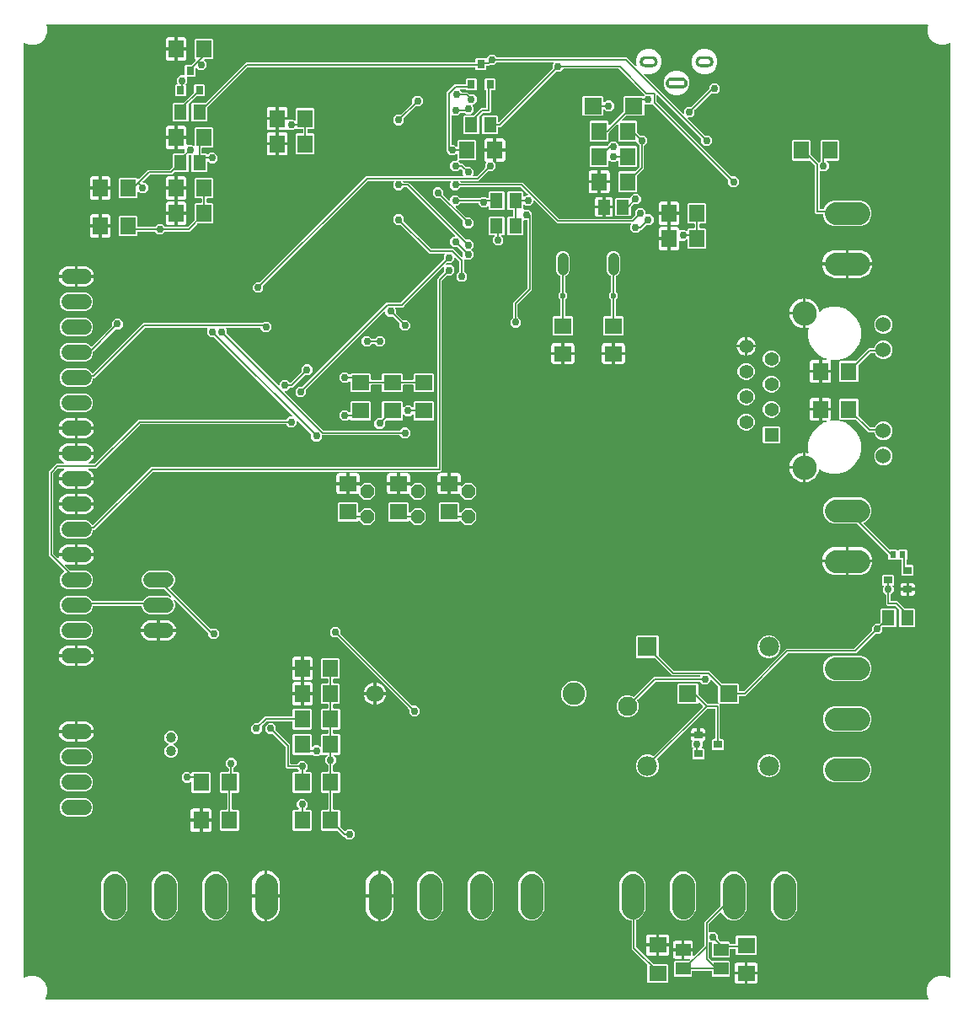
<source format=gbr>
G04 EAGLE Gerber RS-274X export*
G75*
%MOMM*%
%FSLAX34Y34*%
%LPD*%
%INBottom Copper*%
%IPPOS*%
%AMOC8*
5,1,8,0,0,1.08239X$1,22.5*%
G01*
%ADD10C,1.755000*%
%ADD11C,2.250000*%
%ADD12R,1.600000X1.800000*%
%ADD13R,1.800000X1.600000*%
%ADD14R,1.800000X1.700000*%
%ADD15C,2.286000*%
%ADD16R,1.398000X1.398000*%
%ADD17C,1.398000*%
%ADD18C,1.530000*%
%ADD19C,2.445000*%
%ADD20R,0.800000X0.900000*%
%ADD21C,1.117600*%
%ADD22R,0.900000X0.800000*%
%ADD23C,1.028000*%
%ADD24R,1.600000X1.803000*%
%ADD25R,1.300000X1.500000*%
%ADD26R,0.600000X0.700000*%
%ADD27R,1.500000X1.300000*%
%ADD28R,1.803000X1.600000*%
%ADD29R,1.980000X1.980000*%
%ADD30C,1.935000*%
%ADD31C,1.980000*%
%ADD32C,1.524000*%
%ADD33P,1.429621X8X292.500000*%
%ADD34C,0.600000*%
%ADD35C,0.152400*%
%ADD36C,0.756400*%

G36*
X919628Y10168D02*
X919628Y10168D01*
X919674Y10166D01*
X919749Y10188D01*
X919826Y10200D01*
X919866Y10222D01*
X919910Y10235D01*
X919974Y10279D01*
X920043Y10316D01*
X920075Y10349D01*
X920112Y10375D01*
X920159Y10438D01*
X920212Y10494D01*
X920232Y10536D01*
X920259Y10572D01*
X920283Y10646D01*
X920316Y10717D01*
X920321Y10763D01*
X920335Y10806D01*
X920335Y10884D01*
X920343Y10961D01*
X920333Y11006D01*
X920333Y11052D01*
X920295Y11184D01*
X920291Y11202D01*
X920288Y11206D01*
X920286Y11213D01*
X918289Y16034D01*
X918289Y22066D01*
X920597Y27638D01*
X924862Y31903D01*
X930434Y34211D01*
X936466Y34211D01*
X941087Y32297D01*
X941131Y32286D01*
X941173Y32267D01*
X941250Y32258D01*
X941326Y32240D01*
X941372Y32245D01*
X941417Y32240D01*
X941494Y32256D01*
X941571Y32264D01*
X941613Y32282D01*
X941658Y32292D01*
X941725Y32332D01*
X941796Y32364D01*
X941830Y32395D01*
X941869Y32418D01*
X941920Y32477D01*
X941977Y32530D01*
X941999Y32570D01*
X942029Y32605D01*
X942058Y32677D01*
X942095Y32745D01*
X942104Y32791D01*
X942121Y32833D01*
X942136Y32969D01*
X942139Y32988D01*
X942138Y32992D01*
X942139Y33000D01*
X942139Y970841D01*
X942132Y970887D01*
X942134Y970932D01*
X942112Y971007D01*
X942100Y971084D01*
X942078Y971125D01*
X942065Y971169D01*
X942021Y971233D01*
X941984Y971301D01*
X941951Y971333D01*
X941925Y971371D01*
X941862Y971417D01*
X941806Y971471D01*
X941764Y971490D01*
X941728Y971517D01*
X941654Y971542D01*
X941583Y971574D01*
X941537Y971579D01*
X941494Y971594D01*
X941416Y971593D01*
X941339Y971601D01*
X941294Y971592D01*
X941248Y971591D01*
X941116Y971553D01*
X941098Y971549D01*
X941094Y971547D01*
X941087Y971545D01*
X936366Y969589D01*
X930534Y969589D01*
X925145Y971821D01*
X921021Y975945D01*
X918789Y981334D01*
X918789Y987166D01*
X919461Y988787D01*
X919471Y988831D01*
X919490Y988873D01*
X919499Y988950D01*
X919517Y989026D01*
X919512Y989072D01*
X919517Y989117D01*
X919501Y989194D01*
X919494Y989271D01*
X919475Y989313D01*
X919465Y989358D01*
X919425Y989425D01*
X919394Y989496D01*
X919363Y989530D01*
X919339Y989569D01*
X919280Y989620D01*
X919227Y989677D01*
X919187Y989699D01*
X919152Y989729D01*
X919080Y989758D01*
X919012Y989795D01*
X918967Y989804D01*
X918924Y989821D01*
X918788Y989836D01*
X918770Y989839D01*
X918765Y989838D01*
X918757Y989839D01*
X34284Y989839D01*
X34239Y989832D01*
X34193Y989834D01*
X34118Y989812D01*
X34041Y989800D01*
X34001Y989778D01*
X33957Y989765D01*
X33893Y989721D01*
X33824Y989684D01*
X33792Y989651D01*
X33755Y989625D01*
X33708Y989563D01*
X33654Y989506D01*
X33635Y989464D01*
X33608Y989428D01*
X33584Y989354D01*
X33551Y989283D01*
X33546Y989237D01*
X33532Y989194D01*
X33532Y989116D01*
X33524Y989039D01*
X33534Y988994D01*
X33534Y988948D01*
X33572Y988816D01*
X33576Y988798D01*
X33579Y988794D01*
X33581Y988787D01*
X34211Y987266D01*
X34211Y981234D01*
X31903Y975662D01*
X27638Y971397D01*
X22066Y969089D01*
X16034Y969089D01*
X11213Y971086D01*
X11169Y971097D01*
X11127Y971116D01*
X11050Y971125D01*
X10974Y971142D01*
X10928Y971138D01*
X10883Y971143D01*
X10806Y971127D01*
X10729Y971119D01*
X10687Y971101D01*
X10642Y971091D01*
X10575Y971051D01*
X10504Y971019D01*
X10470Y970988D01*
X10431Y970965D01*
X10380Y970906D01*
X10323Y970853D01*
X10301Y970813D01*
X10271Y970778D01*
X10242Y970706D01*
X10205Y970637D01*
X10196Y970592D01*
X10179Y970550D01*
X10164Y970414D01*
X10161Y970395D01*
X10162Y970390D01*
X10161Y970383D01*
X10161Y32917D01*
X10168Y32872D01*
X10166Y32826D01*
X10188Y32751D01*
X10200Y32674D01*
X10222Y32634D01*
X10235Y32590D01*
X10279Y32526D01*
X10316Y32457D01*
X10349Y32425D01*
X10375Y32388D01*
X10438Y32341D01*
X10494Y32288D01*
X10536Y32268D01*
X10572Y32241D01*
X10646Y32217D01*
X10717Y32184D01*
X10763Y32179D01*
X10806Y32165D01*
X10884Y32165D01*
X10961Y32157D01*
X11006Y32167D01*
X11052Y32167D01*
X11184Y32205D01*
X11202Y32209D01*
X11206Y32212D01*
X11213Y32214D01*
X16034Y34211D01*
X22066Y34211D01*
X27638Y31903D01*
X31903Y27638D01*
X34211Y22066D01*
X34211Y16034D01*
X32214Y11213D01*
X32203Y11169D01*
X32184Y11127D01*
X32175Y11050D01*
X32158Y10974D01*
X32162Y10928D01*
X32157Y10883D01*
X32173Y10806D01*
X32181Y10729D01*
X32199Y10687D01*
X32209Y10642D01*
X32249Y10575D01*
X32281Y10504D01*
X32312Y10470D01*
X32335Y10431D01*
X32394Y10380D01*
X32447Y10323D01*
X32487Y10301D01*
X32522Y10271D01*
X32594Y10242D01*
X32663Y10205D01*
X32708Y10196D01*
X32750Y10179D01*
X32886Y10164D01*
X32905Y10161D01*
X32910Y10162D01*
X32917Y10161D01*
X919583Y10161D01*
X919628Y10168D01*
G37*
%LPC*%
G36*
X54061Y473455D02*
X54061Y473455D01*
X50700Y474847D01*
X48127Y477420D01*
X46735Y480781D01*
X46735Y484419D01*
X48127Y487780D01*
X50700Y490353D01*
X54061Y491745D01*
X72939Y491745D01*
X76300Y490353D01*
X78873Y487780D01*
X79154Y487101D01*
X79178Y487062D01*
X79194Y487019D01*
X79242Y486958D01*
X79283Y486892D01*
X79319Y486863D01*
X79347Y486827D01*
X79413Y486785D01*
X79473Y486735D01*
X79516Y486719D01*
X79554Y486694D01*
X79630Y486675D01*
X79702Y486647D01*
X79748Y486645D01*
X79793Y486634D01*
X79870Y486640D01*
X79948Y486637D01*
X79992Y486650D01*
X80038Y486653D01*
X80110Y486684D01*
X80184Y486705D01*
X80222Y486731D01*
X80264Y486749D01*
X80371Y486835D01*
X80386Y486846D01*
X80389Y486850D01*
X80395Y486854D01*
X138753Y545212D01*
X425577Y545212D01*
X425597Y545215D01*
X425616Y545213D01*
X425718Y545235D01*
X425820Y545251D01*
X425837Y545261D01*
X425857Y545265D01*
X425946Y545318D01*
X426037Y545367D01*
X426051Y545381D01*
X426068Y545391D01*
X426135Y545470D01*
X426207Y545545D01*
X426215Y545563D01*
X426228Y545578D01*
X426267Y545674D01*
X426310Y545768D01*
X426312Y545788D01*
X426320Y545806D01*
X426338Y545973D01*
X426338Y734372D01*
X427901Y735935D01*
X432620Y740654D01*
X432673Y740728D01*
X432733Y740798D01*
X432745Y740828D01*
X432764Y740854D01*
X432791Y740941D01*
X432825Y741026D01*
X432829Y741067D01*
X432836Y741089D01*
X432835Y741121D01*
X432843Y741192D01*
X432843Y745272D01*
X432832Y745342D01*
X432830Y745414D01*
X432812Y745463D01*
X432804Y745514D01*
X432770Y745578D01*
X432745Y745645D01*
X432713Y745686D01*
X432688Y745732D01*
X432636Y745781D01*
X432592Y745837D01*
X432548Y745865D01*
X432510Y745901D01*
X432445Y745931D01*
X432385Y745970D01*
X432334Y745983D01*
X432287Y746005D01*
X432216Y746013D01*
X432146Y746030D01*
X432094Y746026D01*
X432043Y746032D01*
X431972Y746017D01*
X431901Y746011D01*
X431853Y745991D01*
X431802Y745980D01*
X431741Y745943D01*
X431675Y745915D01*
X431619Y745870D01*
X431591Y745853D01*
X431576Y745836D01*
X431544Y745810D01*
X393035Y707301D01*
X391472Y705738D01*
X384692Y705738D01*
X384621Y705727D01*
X384549Y705725D01*
X384500Y705707D01*
X384449Y705699D01*
X384386Y705665D01*
X384318Y705640D01*
X384278Y705608D01*
X384232Y705583D01*
X384182Y705531D01*
X384126Y705487D01*
X384098Y705443D01*
X384062Y705405D01*
X384032Y705340D01*
X383993Y705280D01*
X383981Y705229D01*
X383959Y705182D01*
X383951Y705111D01*
X383933Y705041D01*
X383937Y704989D01*
X383932Y704938D01*
X383947Y704867D01*
X383952Y704796D01*
X383973Y704748D01*
X383984Y704697D01*
X384021Y704636D01*
X384049Y704570D01*
X384094Y704514D01*
X384110Y704486D01*
X384128Y704471D01*
X384154Y704439D01*
X384719Y703873D01*
X384719Y699917D01*
X384734Y699827D01*
X384741Y699736D01*
X384754Y699707D01*
X384759Y699675D01*
X384802Y699594D01*
X384837Y699510D01*
X384863Y699478D01*
X384874Y699457D01*
X384897Y699435D01*
X384942Y699379D01*
X391404Y692917D01*
X391478Y692864D01*
X391548Y692805D01*
X391578Y692792D01*
X391604Y692774D01*
X391691Y692747D01*
X391776Y692713D01*
X391817Y692708D01*
X391839Y692701D01*
X391871Y692702D01*
X391942Y692694D01*
X395898Y692694D01*
X399007Y689586D01*
X399007Y685189D01*
X395898Y682081D01*
X391502Y682081D01*
X388393Y685189D01*
X388393Y689145D01*
X388379Y689235D01*
X388371Y689326D01*
X388359Y689356D01*
X388354Y689388D01*
X388311Y689468D01*
X388275Y689552D01*
X388249Y689584D01*
X388238Y689605D01*
X388215Y689627D01*
X388170Y689683D01*
X381708Y696145D01*
X381634Y696198D01*
X381565Y696258D01*
X381535Y696270D01*
X381509Y696289D01*
X381422Y696316D01*
X381337Y696350D01*
X381296Y696354D01*
X381273Y696361D01*
X381241Y696360D01*
X381170Y696368D01*
X377214Y696368D01*
X374106Y699477D01*
X374106Y700822D01*
X374094Y700892D01*
X374092Y700964D01*
X374074Y701013D01*
X374066Y701064D01*
X374032Y701128D01*
X374008Y701195D01*
X373975Y701236D01*
X373951Y701282D01*
X373899Y701331D01*
X373854Y701387D01*
X373810Y701415D01*
X373773Y701451D01*
X373708Y701481D01*
X373647Y701520D01*
X373597Y701533D01*
X373550Y701555D01*
X373478Y701563D01*
X373409Y701580D01*
X373357Y701576D01*
X373305Y701582D01*
X373235Y701567D01*
X373164Y701561D01*
X373116Y701541D01*
X373065Y701530D01*
X373003Y701493D01*
X372937Y701465D01*
X372881Y701420D01*
X372854Y701403D01*
X372838Y701386D01*
X372806Y701360D01*
X294455Y623008D01*
X294402Y622934D01*
X294342Y622865D01*
X294330Y622835D01*
X294311Y622809D01*
X294284Y622722D01*
X294250Y622637D01*
X294246Y622596D01*
X294239Y622573D01*
X294240Y622541D01*
X294232Y622470D01*
X294232Y618514D01*
X291123Y615406D01*
X286727Y615406D01*
X283618Y618514D01*
X283618Y622911D01*
X286727Y626019D01*
X290682Y626019D01*
X290773Y626034D01*
X290863Y626041D01*
X290893Y626054D01*
X290925Y626059D01*
X291006Y626102D01*
X291090Y626137D01*
X291122Y626163D01*
X291143Y626174D01*
X291165Y626197D01*
X291221Y626242D01*
X375290Y710312D01*
X389262Y710312D01*
X389353Y710326D01*
X389443Y710334D01*
X389473Y710346D01*
X389505Y710351D01*
X389586Y710394D01*
X389670Y710430D01*
X389702Y710456D01*
X389723Y710467D01*
X389745Y710490D01*
X389801Y710535D01*
X432620Y753354D01*
X432673Y753428D01*
X432733Y753498D01*
X432745Y753528D01*
X432764Y753554D01*
X432791Y753641D01*
X432800Y753665D01*
X432815Y753697D01*
X432816Y753704D01*
X432825Y753726D01*
X432829Y753767D01*
X432836Y753789D01*
X432835Y753821D01*
X432843Y753892D01*
X432843Y757848D01*
X433409Y758414D01*
X433451Y758472D01*
X433500Y758524D01*
X433522Y758571D01*
X433552Y758613D01*
X433574Y758682D01*
X433604Y758747D01*
X433609Y758799D01*
X433625Y758849D01*
X433623Y758920D01*
X433631Y758991D01*
X433620Y759042D01*
X433618Y759094D01*
X433594Y759162D01*
X433579Y759232D01*
X433552Y759277D01*
X433534Y759325D01*
X433489Y759381D01*
X433452Y759443D01*
X433413Y759477D01*
X433380Y759517D01*
X433320Y759556D01*
X433265Y759603D01*
X433217Y759622D01*
X433173Y759650D01*
X433104Y759668D01*
X433037Y759695D01*
X432966Y759703D01*
X432935Y759711D01*
X432912Y759709D01*
X432871Y759713D01*
X418153Y759713D01*
X416590Y761276D01*
X389646Y788220D01*
X389572Y788273D01*
X389502Y788333D01*
X389472Y788345D01*
X389446Y788364D01*
X389359Y788391D01*
X389274Y788425D01*
X389233Y788429D01*
X389211Y788436D01*
X389179Y788435D01*
X389108Y788443D01*
X385152Y788443D01*
X382043Y791552D01*
X382043Y795948D01*
X385152Y799057D01*
X389548Y799057D01*
X392657Y795948D01*
X392657Y791992D01*
X392671Y791902D01*
X392679Y791811D01*
X392691Y791782D01*
X392696Y791750D01*
X392739Y791669D01*
X392775Y791585D01*
X392801Y791553D01*
X392812Y791532D01*
X392835Y791510D01*
X392864Y791474D01*
X392864Y791473D01*
X392880Y791454D01*
X419824Y764510D01*
X419898Y764457D01*
X419968Y764397D01*
X419998Y764385D01*
X420024Y764366D01*
X420111Y764339D01*
X420196Y764305D01*
X420237Y764301D01*
X420259Y764294D01*
X420291Y764295D01*
X420362Y764287D01*
X442272Y764287D01*
X450594Y755965D01*
X450652Y755923D01*
X450704Y755874D01*
X450751Y755852D01*
X450793Y755822D01*
X450862Y755801D01*
X450927Y755770D01*
X450979Y755765D01*
X451029Y755749D01*
X451100Y755751D01*
X451171Y755743D01*
X451222Y755754D01*
X451274Y755756D01*
X451342Y755780D01*
X451412Y755795D01*
X451457Y755822D01*
X451505Y755840D01*
X451561Y755885D01*
X451623Y755922D01*
X451657Y755961D01*
X451697Y755994D01*
X451736Y756054D01*
X451783Y756109D01*
X451802Y756157D01*
X451830Y756201D01*
X451848Y756270D01*
X451875Y756337D01*
X451883Y756408D01*
X451891Y756439D01*
X451889Y756463D01*
X451893Y756503D01*
X451893Y760582D01*
X451879Y760673D01*
X451871Y760763D01*
X451859Y760793D01*
X451854Y760825D01*
X451811Y760906D01*
X451775Y760990D01*
X451749Y761022D01*
X451738Y761043D01*
X451715Y761065D01*
X451670Y761121D01*
X446796Y765995D01*
X446722Y766048D01*
X446652Y766108D01*
X446622Y766120D01*
X446596Y766139D01*
X446509Y766166D01*
X446424Y766200D01*
X446383Y766204D01*
X446361Y766211D01*
X446329Y766210D01*
X446257Y766218D01*
X442302Y766218D01*
X439193Y769327D01*
X439193Y773723D01*
X442302Y776832D01*
X443647Y776832D01*
X443717Y776843D01*
X443789Y776845D01*
X443838Y776863D01*
X443889Y776871D01*
X443953Y776905D01*
X444020Y776930D01*
X444061Y776962D01*
X444107Y776987D01*
X444156Y777039D01*
X444212Y777083D01*
X444240Y777127D01*
X444276Y777165D01*
X444306Y777230D01*
X444345Y777290D01*
X444358Y777341D01*
X444380Y777388D01*
X444388Y777459D01*
X444405Y777529D01*
X444401Y777581D01*
X444407Y777632D01*
X444392Y777703D01*
X444386Y777774D01*
X444366Y777822D01*
X444355Y777873D01*
X444318Y777934D01*
X444290Y778000D01*
X444245Y778056D01*
X444228Y778084D01*
X444211Y778099D01*
X444185Y778131D01*
X396151Y826165D01*
X396077Y826218D01*
X396007Y826278D01*
X395977Y826290D01*
X395951Y826309D01*
X395864Y826336D01*
X395779Y826370D01*
X395738Y826374D01*
X395716Y826381D01*
X395684Y826380D01*
X395612Y826388D01*
X392883Y826388D01*
X392793Y826374D01*
X392702Y826366D01*
X392673Y826354D01*
X392641Y826349D01*
X392560Y826306D01*
X392476Y826270D01*
X392444Y826244D01*
X392423Y826233D01*
X392401Y826210D01*
X392345Y826165D01*
X389548Y823368D01*
X385152Y823368D01*
X382043Y826477D01*
X382043Y830873D01*
X382609Y831439D01*
X382651Y831497D01*
X382700Y831549D01*
X382722Y831596D01*
X382752Y831638D01*
X382774Y831707D01*
X382804Y831772D01*
X382809Y831824D01*
X382825Y831874D01*
X382823Y831945D01*
X382831Y832016D01*
X382820Y832067D01*
X382818Y832119D01*
X382794Y832187D01*
X382779Y832257D01*
X382752Y832302D01*
X382734Y832350D01*
X382689Y832406D01*
X382652Y832468D01*
X382613Y832502D01*
X382580Y832542D01*
X382520Y832581D01*
X382465Y832628D01*
X382417Y832647D01*
X382373Y832675D01*
X382304Y832693D01*
X382237Y832720D01*
X382166Y832728D01*
X382135Y832736D01*
X382112Y832734D01*
X382071Y832738D01*
X356863Y832738D01*
X356772Y832724D01*
X356682Y832716D01*
X356652Y832704D01*
X356620Y832699D01*
X356539Y832656D01*
X356455Y832620D01*
X356423Y832594D01*
X356402Y832583D01*
X356380Y832560D01*
X356324Y832515D01*
X251592Y727783D01*
X251548Y727722D01*
X251514Y727686D01*
X251508Y727673D01*
X251480Y727640D01*
X251467Y727610D01*
X251449Y727584D01*
X251422Y727497D01*
X251388Y727412D01*
X251383Y727371D01*
X251376Y727348D01*
X251377Y727316D01*
X251369Y727245D01*
X251369Y723289D01*
X248261Y720181D01*
X243864Y720181D01*
X240756Y723289D01*
X240756Y727686D01*
X243864Y730794D01*
X247820Y730794D01*
X247910Y730809D01*
X248001Y730816D01*
X248031Y730829D01*
X248063Y730834D01*
X248143Y730877D01*
X248227Y730912D01*
X248259Y730938D01*
X248280Y730949D01*
X248302Y730972D01*
X248358Y731017D01*
X354653Y837312D01*
X451921Y837312D01*
X451991Y837323D01*
X452063Y837325D01*
X452112Y837343D01*
X452163Y837351D01*
X452227Y837385D01*
X452294Y837410D01*
X452335Y837442D01*
X452381Y837467D01*
X452430Y837519D01*
X452486Y837563D01*
X452514Y837607D01*
X452550Y837645D01*
X452580Y837710D01*
X452619Y837770D01*
X452632Y837821D01*
X452654Y837868D01*
X452662Y837939D01*
X452679Y838009D01*
X452675Y838061D01*
X452681Y838112D01*
X452666Y838183D01*
X452660Y838254D01*
X452640Y838302D01*
X452629Y838353D01*
X452592Y838414D01*
X452564Y838480D01*
X452519Y838536D01*
X452502Y838564D01*
X452485Y838579D01*
X452459Y838611D01*
X451893Y839177D01*
X451893Y843132D01*
X451879Y843223D01*
X451871Y843313D01*
X451859Y843343D01*
X451854Y843375D01*
X451811Y843456D01*
X451775Y843540D01*
X451749Y843572D01*
X451738Y843593D01*
X451715Y843615D01*
X451670Y843671D01*
X450349Y844992D01*
X450333Y845004D01*
X450320Y845020D01*
X450233Y845076D01*
X450149Y845136D01*
X450130Y845142D01*
X450113Y845153D01*
X450013Y845178D01*
X449914Y845208D01*
X449894Y845208D01*
X449875Y845213D01*
X449772Y845205D01*
X449668Y845202D01*
X449649Y845195D01*
X449629Y845193D01*
X449535Y845153D01*
X449437Y845117D01*
X449421Y845105D01*
X449403Y845097D01*
X449272Y844992D01*
X446698Y842418D01*
X442302Y842418D01*
X439193Y845527D01*
X439193Y849923D01*
X442302Y853032D01*
X445614Y853032D01*
X445634Y853035D01*
X445653Y853033D01*
X445755Y853055D01*
X445857Y853071D01*
X445874Y853081D01*
X445894Y853085D01*
X445983Y853138D01*
X446074Y853187D01*
X446088Y853201D01*
X446105Y853211D01*
X446172Y853290D01*
X446244Y853365D01*
X446252Y853383D01*
X446265Y853398D01*
X446304Y853494D01*
X446347Y853588D01*
X446349Y853608D01*
X446357Y853626D01*
X446375Y853793D01*
X446375Y859308D01*
X446364Y859378D01*
X446362Y859450D01*
X446344Y859499D01*
X446336Y859550D01*
X446302Y859614D01*
X446277Y859681D01*
X446245Y859722D01*
X446220Y859768D01*
X446168Y859817D01*
X446124Y859873D01*
X446080Y859901D01*
X446042Y859937D01*
X445977Y859967D01*
X445917Y860006D01*
X445866Y860019D01*
X445819Y860041D01*
X445748Y860049D01*
X445678Y860066D01*
X445626Y860062D01*
X445575Y860068D01*
X445504Y860053D01*
X445433Y860047D01*
X445385Y860027D01*
X445334Y860016D01*
X445273Y859979D01*
X445207Y859951D01*
X445151Y859906D01*
X445123Y859889D01*
X445108Y859872D01*
X445076Y859846D01*
X443523Y858293D01*
X439127Y858293D01*
X436018Y861402D01*
X436018Y862182D01*
X436004Y862273D01*
X435996Y862363D01*
X435984Y862393D01*
X435979Y862425D01*
X435936Y862506D01*
X435900Y862590D01*
X435874Y862622D01*
X435863Y862643D01*
X435863Y921697D01*
X443553Y929387D01*
X454114Y929387D01*
X454134Y929390D01*
X454153Y929388D01*
X454255Y929410D01*
X454357Y929426D01*
X454374Y929436D01*
X454394Y929440D01*
X454483Y929493D01*
X454574Y929542D01*
X454588Y929556D01*
X454605Y929566D01*
X454672Y929645D01*
X454744Y929720D01*
X454752Y929738D01*
X454765Y929753D01*
X454804Y929849D01*
X454847Y929943D01*
X454849Y929963D01*
X454857Y929981D01*
X454875Y930148D01*
X454875Y934932D01*
X455768Y935825D01*
X465032Y935825D01*
X465925Y934932D01*
X465925Y924668D01*
X465032Y923775D01*
X455768Y923775D01*
X454953Y924590D01*
X454879Y924643D01*
X454810Y924703D01*
X454780Y924715D01*
X454754Y924734D01*
X454667Y924761D01*
X454582Y924795D01*
X454541Y924799D01*
X454519Y924806D01*
X454486Y924805D01*
X454415Y924813D01*
X449779Y924813D01*
X449709Y924802D01*
X449637Y924800D01*
X449588Y924782D01*
X449537Y924774D01*
X449473Y924740D01*
X449406Y924715D01*
X449365Y924683D01*
X449319Y924658D01*
X449270Y924606D01*
X449214Y924562D01*
X449186Y924518D01*
X449150Y924480D01*
X449120Y924415D01*
X449081Y924355D01*
X449068Y924304D01*
X449046Y924257D01*
X449038Y924186D01*
X449021Y924116D01*
X449025Y924064D01*
X449019Y924013D01*
X449034Y923942D01*
X449040Y923871D01*
X449060Y923823D01*
X449071Y923772D01*
X449108Y923711D01*
X449136Y923645D01*
X449181Y923589D01*
X449198Y923561D01*
X449215Y923546D01*
X449241Y923514D01*
X451083Y921672D01*
X451157Y921619D01*
X451226Y921560D01*
X451256Y921548D01*
X451282Y921529D01*
X451370Y921502D01*
X451454Y921468D01*
X451495Y921463D01*
X451517Y921456D01*
X451550Y921457D01*
X451621Y921449D01*
X456560Y921449D01*
X458079Y919930D01*
X458153Y919877D01*
X458223Y919817D01*
X458253Y919805D01*
X458279Y919786D01*
X458366Y919759D01*
X458451Y919725D01*
X458492Y919721D01*
X458514Y919714D01*
X458546Y919715D01*
X458618Y919707D01*
X462573Y919707D01*
X465682Y916598D01*
X465682Y912202D01*
X462573Y909093D01*
X462324Y909093D01*
X462254Y909082D01*
X462182Y909080D01*
X462133Y909062D01*
X462082Y909054D01*
X462018Y909020D01*
X461951Y908995D01*
X461910Y908963D01*
X461864Y908938D01*
X461815Y908886D01*
X461759Y908842D01*
X461731Y908798D01*
X461695Y908760D01*
X461665Y908695D01*
X461626Y908635D01*
X461613Y908584D01*
X461591Y908537D01*
X461583Y908466D01*
X461566Y908396D01*
X461570Y908344D01*
X461564Y908293D01*
X461579Y908222D01*
X461585Y908151D01*
X461605Y908103D01*
X461616Y908052D01*
X461653Y907991D01*
X461681Y907925D01*
X461726Y907869D01*
X461743Y907841D01*
X461760Y907826D01*
X461786Y907794D01*
X462507Y907073D01*
X462507Y902677D01*
X459398Y899568D01*
X455002Y899568D01*
X453792Y900778D01*
X453718Y900831D01*
X453649Y900890D01*
X453619Y900903D01*
X453593Y900921D01*
X453506Y900948D01*
X453421Y900982D01*
X453380Y900987D01*
X453358Y900994D01*
X453325Y900993D01*
X453254Y901001D01*
X450033Y901001D01*
X449943Y900986D01*
X449852Y900979D01*
X449823Y900966D01*
X449791Y900961D01*
X449710Y900918D01*
X449626Y900883D01*
X449594Y900857D01*
X449573Y900846D01*
X449551Y900823D01*
X449495Y900778D01*
X446698Y897981D01*
X442302Y897981D01*
X441736Y898546D01*
X441678Y898588D01*
X441626Y898638D01*
X441579Y898660D01*
X441537Y898690D01*
X441468Y898711D01*
X441403Y898741D01*
X441351Y898747D01*
X441301Y898762D01*
X441230Y898760D01*
X441159Y898768D01*
X441108Y898757D01*
X441056Y898756D01*
X440988Y898731D01*
X440918Y898716D01*
X440873Y898689D01*
X440825Y898671D01*
X440769Y898627D01*
X440707Y898590D01*
X440673Y898550D01*
X440633Y898518D01*
X440594Y898457D01*
X440547Y898403D01*
X440528Y898355D01*
X440500Y898311D01*
X440482Y898241D01*
X440455Y898175D01*
X440447Y898104D01*
X440439Y898072D01*
X440441Y898049D01*
X440437Y898008D01*
X440437Y869668D01*
X440440Y869648D01*
X440438Y869629D01*
X440460Y869527D01*
X440476Y869425D01*
X440486Y869408D01*
X440490Y869388D01*
X440543Y869299D01*
X440592Y869208D01*
X440606Y869194D01*
X440616Y869177D01*
X440695Y869110D01*
X440770Y869038D01*
X440788Y869030D01*
X440803Y869017D01*
X440899Y868978D01*
X440993Y868935D01*
X441013Y868933D01*
X441031Y868925D01*
X441198Y868907D01*
X443523Y868907D01*
X445076Y867354D01*
X445134Y867312D01*
X445186Y867263D01*
X445233Y867241D01*
X445275Y867211D01*
X445344Y867189D01*
X445409Y867159D01*
X445461Y867154D01*
X445511Y867138D01*
X445582Y867140D01*
X445653Y867132D01*
X445704Y867143D01*
X445756Y867145D01*
X445824Y867169D01*
X445894Y867184D01*
X445939Y867211D01*
X445987Y867229D01*
X446043Y867274D01*
X446105Y867311D01*
X446139Y867350D01*
X446179Y867383D01*
X446218Y867443D01*
X446265Y867498D01*
X446284Y867546D01*
X446312Y867590D01*
X446330Y867659D01*
X446357Y867726D01*
X446365Y867797D01*
X446373Y867828D01*
X446371Y867851D01*
X446375Y867892D01*
X446375Y873232D01*
X447268Y874125D01*
X464532Y874125D01*
X465425Y873232D01*
X465425Y853968D01*
X464532Y853075D01*
X448492Y853075D01*
X448422Y853064D01*
X448350Y853062D01*
X448301Y853044D01*
X448250Y853036D01*
X448186Y853002D01*
X448119Y852977D01*
X448078Y852945D01*
X448032Y852920D01*
X447983Y852868D01*
X447927Y852824D01*
X447899Y852780D01*
X447863Y852742D01*
X447833Y852677D01*
X447794Y852617D01*
X447781Y852566D01*
X447759Y852519D01*
X447751Y852448D01*
X447734Y852378D01*
X447738Y852326D01*
X447732Y852275D01*
X447747Y852204D01*
X447753Y852133D01*
X447773Y852085D01*
X447784Y852034D01*
X447821Y851973D01*
X447849Y851907D01*
X447894Y851851D01*
X447911Y851823D01*
X447928Y851808D01*
X447954Y851776D01*
X449495Y850235D01*
X449569Y850182D01*
X449639Y850122D01*
X449669Y850110D01*
X449695Y850091D01*
X449782Y850064D01*
X449867Y850030D01*
X449908Y850026D01*
X449930Y850019D01*
X449962Y850020D01*
X450033Y850012D01*
X451797Y850012D01*
X454904Y846905D01*
X454978Y846852D01*
X455048Y846792D01*
X455078Y846780D01*
X455104Y846761D01*
X455191Y846734D01*
X455276Y846700D01*
X455317Y846696D01*
X455339Y846689D01*
X455371Y846690D01*
X455443Y846682D01*
X459398Y846682D01*
X462507Y843573D01*
X462507Y839177D01*
X461941Y838611D01*
X461899Y838553D01*
X461850Y838501D01*
X461828Y838454D01*
X461798Y838412D01*
X461776Y838343D01*
X461746Y838278D01*
X461741Y838226D01*
X461725Y838176D01*
X461727Y838105D01*
X461719Y838034D01*
X461730Y837983D01*
X461732Y837931D01*
X461756Y837863D01*
X461771Y837793D01*
X461798Y837748D01*
X461816Y837700D01*
X461861Y837644D01*
X461898Y837582D01*
X461937Y837548D01*
X461970Y837508D01*
X462030Y837469D01*
X462085Y837422D01*
X462133Y837403D01*
X462177Y837375D01*
X462246Y837357D01*
X462313Y837330D01*
X462384Y837322D01*
X462415Y837314D01*
X462438Y837316D01*
X462479Y837312D01*
X465462Y837312D01*
X465553Y837326D01*
X465643Y837334D01*
X465673Y837346D01*
X465705Y837351D01*
X465786Y837394D01*
X465870Y837430D01*
X465902Y837456D01*
X465923Y837467D01*
X465945Y837490D01*
X466001Y837535D01*
X473895Y845429D01*
X473948Y845503D01*
X474008Y845573D01*
X474020Y845603D01*
X474039Y845629D01*
X474066Y845716D01*
X474100Y845801D01*
X474104Y845842D01*
X474111Y845864D01*
X474110Y845896D01*
X474118Y845968D01*
X474118Y849923D01*
X475177Y850981D01*
X475232Y851059D01*
X475294Y851132D01*
X475304Y851158D01*
X475320Y851181D01*
X475348Y851272D01*
X475383Y851362D01*
X475384Y851389D01*
X475392Y851416D01*
X475390Y851512D01*
X475394Y851607D01*
X475387Y851634D01*
X475386Y851662D01*
X475353Y851752D01*
X475327Y851844D01*
X475311Y851867D01*
X475302Y851893D01*
X475242Y851968D01*
X475188Y852047D01*
X475165Y852063D01*
X475148Y852085D01*
X475072Y852134D01*
X475042Y852156D01*
X474991Y852194D01*
X474974Y852201D01*
X474340Y852567D01*
X473867Y853040D01*
X473532Y853619D01*
X473359Y854266D01*
X473359Y862077D01*
X482377Y862077D01*
X482377Y852593D01*
X482392Y852503D01*
X482399Y852412D01*
X482411Y852383D01*
X482417Y852351D01*
X482459Y852270D01*
X482495Y852186D01*
X482521Y852154D01*
X482532Y852133D01*
X482555Y852111D01*
X482600Y852055D01*
X484732Y849923D01*
X484732Y845527D01*
X481623Y842418D01*
X477668Y842418D01*
X477577Y842404D01*
X477487Y842396D01*
X477457Y842384D01*
X477425Y842379D01*
X477344Y842336D01*
X477260Y842300D01*
X477228Y842274D01*
X477207Y842263D01*
X477185Y842240D01*
X477129Y842195D01*
X467672Y832738D01*
X449779Y832738D01*
X449709Y832727D01*
X449637Y832725D01*
X449588Y832707D01*
X449537Y832699D01*
X449473Y832665D01*
X449406Y832640D01*
X449365Y832608D01*
X449319Y832583D01*
X449270Y832532D01*
X449214Y832487D01*
X449186Y832443D01*
X449150Y832405D01*
X449120Y832340D01*
X449081Y832280D01*
X449068Y832229D01*
X449046Y832182D01*
X449038Y832111D01*
X449021Y832041D01*
X449025Y831989D01*
X449019Y831938D01*
X449034Y831867D01*
X449040Y831796D01*
X449060Y831748D01*
X449071Y831697D01*
X449108Y831636D01*
X449136Y831570D01*
X449181Y831514D01*
X449198Y831486D01*
X449215Y831471D01*
X449241Y831439D01*
X449495Y831185D01*
X449569Y831132D01*
X449639Y831072D01*
X449669Y831060D01*
X449695Y831041D01*
X449782Y831014D01*
X449867Y830980D01*
X449908Y830976D01*
X449930Y830969D01*
X449962Y830970D01*
X450033Y830962D01*
X512122Y830962D01*
X548412Y794672D01*
X548486Y794619D01*
X548555Y794560D01*
X548585Y794547D01*
X548611Y794529D01*
X548698Y794502D01*
X548783Y794468D01*
X548824Y794463D01*
X548847Y794456D01*
X548879Y794457D01*
X548950Y794449D01*
X621037Y794449D01*
X621128Y794464D01*
X621218Y794471D01*
X621248Y794484D01*
X621280Y794489D01*
X621361Y794532D01*
X621445Y794567D01*
X621477Y794593D01*
X621498Y794604D01*
X621520Y794627D01*
X621576Y794672D01*
X624708Y797804D01*
X624761Y797878D01*
X624820Y797948D01*
X624833Y797978D01*
X624851Y798004D01*
X624878Y798091D01*
X624912Y798176D01*
X624917Y798217D01*
X624924Y798239D01*
X624923Y798271D01*
X624931Y798343D01*
X624931Y802298D01*
X628039Y805407D01*
X632436Y805407D01*
X635544Y802298D01*
X635544Y799818D01*
X635547Y799798D01*
X635545Y799779D01*
X635567Y799677D01*
X635584Y799575D01*
X635593Y799558D01*
X635598Y799538D01*
X635651Y799449D01*
X635699Y799358D01*
X635713Y799344D01*
X635724Y799327D01*
X635802Y799260D01*
X635877Y799188D01*
X635895Y799180D01*
X635911Y799167D01*
X636007Y799128D01*
X636100Y799085D01*
X636120Y799083D01*
X636139Y799075D01*
X636305Y799057D01*
X640373Y799057D01*
X643482Y795948D01*
X643482Y791552D01*
X640373Y788443D01*
X636418Y788443D01*
X636327Y788429D01*
X636237Y788421D01*
X636207Y788409D01*
X636175Y788404D01*
X636094Y788361D01*
X636010Y788325D01*
X635978Y788299D01*
X635957Y788288D01*
X635935Y788265D01*
X635879Y788220D01*
X631185Y783526D01*
X631008Y783526D01*
X630918Y783511D01*
X630827Y783504D01*
X630798Y783491D01*
X630766Y783486D01*
X630685Y783443D01*
X630601Y783408D01*
X630569Y783382D01*
X630548Y783371D01*
X630526Y783348D01*
X630470Y783303D01*
X627673Y780506D01*
X623277Y780506D01*
X620168Y783614D01*
X620168Y788011D01*
X620734Y788576D01*
X620776Y788634D01*
X620825Y788686D01*
X620847Y788734D01*
X620877Y788776D01*
X620899Y788844D01*
X620929Y788910D01*
X620934Y788961D01*
X620950Y789011D01*
X620948Y789083D01*
X620956Y789154D01*
X620945Y789205D01*
X620943Y789257D01*
X620919Y789324D01*
X620904Y789394D01*
X620877Y789439D01*
X620859Y789488D01*
X620814Y789544D01*
X620777Y789605D01*
X620738Y789639D01*
X620705Y789680D01*
X620645Y789719D01*
X620590Y789765D01*
X620542Y789785D01*
X620498Y789813D01*
X620429Y789830D01*
X620362Y789857D01*
X620291Y789865D01*
X620260Y789873D01*
X620237Y789871D01*
X620196Y789876D01*
X546740Y789876D01*
X524131Y812485D01*
X524073Y812527D01*
X524021Y812576D01*
X523974Y812598D01*
X523932Y812628D01*
X523863Y812649D01*
X523798Y812680D01*
X523746Y812685D01*
X523696Y812701D01*
X523625Y812699D01*
X523554Y812707D01*
X523503Y812696D01*
X523451Y812694D01*
X523383Y812670D01*
X523313Y812655D01*
X523268Y812628D01*
X523220Y812610D01*
X523164Y812565D01*
X523102Y812528D01*
X523068Y812489D01*
X523028Y812456D01*
X522989Y812396D01*
X522942Y812341D01*
X522923Y812293D01*
X522895Y812249D01*
X522877Y812180D01*
X522850Y812113D01*
X522842Y812042D01*
X522834Y812011D01*
X522836Y811987D01*
X522832Y811947D01*
X522832Y810602D01*
X519723Y807493D01*
X515327Y807493D01*
X514124Y808696D01*
X514066Y808738D01*
X514014Y808787D01*
X513967Y808809D01*
X513925Y808839D01*
X513856Y808861D01*
X513791Y808891D01*
X513739Y808896D01*
X513689Y808912D01*
X513618Y808910D01*
X513547Y808918D01*
X513496Y808907D01*
X513444Y808905D01*
X513376Y808881D01*
X513306Y808866D01*
X513261Y808839D01*
X513213Y808821D01*
X513157Y808776D01*
X513095Y808739D01*
X513061Y808700D01*
X513021Y808667D01*
X512982Y808607D01*
X512935Y808552D01*
X512916Y808504D01*
X512888Y808460D01*
X512870Y808391D01*
X512843Y808324D01*
X512835Y808253D01*
X512827Y808222D01*
X512829Y808199D01*
X512825Y808158D01*
X512825Y804580D01*
X512828Y804561D01*
X512826Y804541D01*
X512848Y804440D01*
X512864Y804338D01*
X512874Y804320D01*
X512878Y804301D01*
X512931Y804212D01*
X512980Y804120D01*
X512994Y804107D01*
X513004Y804090D01*
X513083Y804022D01*
X513158Y803951D01*
X513176Y803943D01*
X513191Y803930D01*
X513287Y803891D01*
X513381Y803847D01*
X513401Y803845D01*
X513419Y803838D01*
X513586Y803819D01*
X518136Y803819D01*
X521244Y800711D01*
X521244Y799930D01*
X521259Y799840D01*
X521266Y799749D01*
X521279Y799719D01*
X521284Y799687D01*
X521327Y799607D01*
X521362Y799523D01*
X521388Y799491D01*
X521399Y799470D01*
X521399Y722953D01*
X507335Y708888D01*
X507282Y708814D01*
X507222Y708745D01*
X507210Y708715D01*
X507191Y708689D01*
X507164Y708602D01*
X507130Y708517D01*
X507126Y708476D01*
X507119Y708453D01*
X507120Y708421D01*
X507112Y708350D01*
X507112Y696096D01*
X507126Y696006D01*
X507134Y695915D01*
X507146Y695885D01*
X507151Y695853D01*
X507194Y695773D01*
X507230Y695689D01*
X507256Y695657D01*
X507267Y695636D01*
X507290Y695614D01*
X507335Y695558D01*
X510132Y692761D01*
X510132Y688364D01*
X507023Y685256D01*
X502627Y685256D01*
X499518Y688364D01*
X499518Y692761D01*
X502315Y695558D01*
X502368Y695632D01*
X502428Y695701D01*
X502440Y695731D01*
X502459Y695757D01*
X502486Y695844D01*
X502520Y695929D01*
X502524Y695970D01*
X502531Y695992D01*
X502530Y696025D01*
X502538Y696096D01*
X502538Y710560D01*
X516603Y724624D01*
X516656Y724698D01*
X516715Y724768D01*
X516728Y724798D01*
X516746Y724824D01*
X516773Y724911D01*
X516807Y724996D01*
X516812Y725037D01*
X516819Y725059D01*
X516818Y725091D01*
X516826Y725163D01*
X516826Y792445D01*
X516823Y792464D01*
X516825Y792484D01*
X516803Y792585D01*
X516786Y792687D01*
X516777Y792705D01*
X516772Y792724D01*
X516719Y792813D01*
X516671Y792905D01*
X516657Y792918D01*
X516646Y792935D01*
X516568Y793003D01*
X516493Y793074D01*
X516475Y793082D01*
X516459Y793095D01*
X516363Y793134D01*
X516270Y793178D01*
X516250Y793180D01*
X516231Y793187D01*
X516065Y793206D01*
X513586Y793206D01*
X513566Y793203D01*
X513547Y793205D01*
X513445Y793183D01*
X513343Y793166D01*
X513326Y793157D01*
X513306Y793152D01*
X513217Y793099D01*
X513126Y793051D01*
X513112Y793037D01*
X513095Y793026D01*
X513028Y792948D01*
X512956Y792873D01*
X512948Y792855D01*
X512935Y792839D01*
X512896Y792743D01*
X512853Y792650D01*
X512851Y792630D01*
X512843Y792611D01*
X512825Y792445D01*
X512825Y779268D01*
X511932Y778375D01*
X497668Y778375D01*
X496775Y779268D01*
X496775Y795532D01*
X497668Y796425D01*
X501777Y796425D01*
X501797Y796428D01*
X501816Y796426D01*
X501918Y796448D01*
X502020Y796464D01*
X502037Y796474D01*
X502057Y796478D01*
X502146Y796531D01*
X502237Y796580D01*
X502251Y796594D01*
X502268Y796604D01*
X502335Y796683D01*
X502407Y796758D01*
X502415Y796776D01*
X502428Y796791D01*
X502467Y796887D01*
X502510Y796981D01*
X502512Y797001D01*
X502520Y797019D01*
X502538Y797186D01*
X502538Y803014D01*
X502535Y803034D01*
X502537Y803053D01*
X502515Y803155D01*
X502499Y803257D01*
X502489Y803274D01*
X502485Y803294D01*
X502432Y803383D01*
X502383Y803474D01*
X502369Y803488D01*
X502359Y803505D01*
X502280Y803572D01*
X502205Y803644D01*
X502187Y803652D01*
X502172Y803665D01*
X502076Y803704D01*
X501982Y803747D01*
X501962Y803749D01*
X501944Y803757D01*
X501777Y803775D01*
X497668Y803775D01*
X496775Y804668D01*
X496775Y820932D01*
X497668Y821825D01*
X511932Y821825D01*
X512825Y820932D01*
X512825Y817442D01*
X512836Y817372D01*
X512838Y817300D01*
X512856Y817251D01*
X512864Y817200D01*
X512898Y817136D01*
X512923Y817069D01*
X512955Y817028D01*
X512980Y816982D01*
X513032Y816933D01*
X513076Y816877D01*
X513120Y816849D01*
X513158Y816813D01*
X513223Y816783D01*
X513283Y816744D01*
X513334Y816731D01*
X513381Y816709D01*
X513452Y816701D01*
X513522Y816684D01*
X513574Y816688D01*
X513625Y816682D01*
X513696Y816697D01*
X513767Y816703D01*
X513815Y816723D01*
X513866Y816734D01*
X513927Y816771D01*
X513993Y816799D01*
X514049Y816844D01*
X514077Y816861D01*
X514092Y816878D01*
X514124Y816904D01*
X515327Y818107D01*
X516672Y818107D01*
X516742Y818118D01*
X516814Y818120D01*
X516863Y818138D01*
X516914Y818146D01*
X516978Y818180D01*
X517045Y818205D01*
X517086Y818237D01*
X517132Y818262D01*
X517181Y818314D01*
X517237Y818358D01*
X517265Y818402D01*
X517301Y818440D01*
X517331Y818505D01*
X517370Y818565D01*
X517383Y818616D01*
X517405Y818663D01*
X517413Y818734D01*
X517430Y818804D01*
X517426Y818856D01*
X517432Y818907D01*
X517417Y818978D01*
X517411Y819049D01*
X517391Y819097D01*
X517380Y819148D01*
X517343Y819209D01*
X517315Y819275D01*
X517270Y819331D01*
X517253Y819359D01*
X517236Y819374D01*
X517210Y819406D01*
X510451Y826165D01*
X510377Y826218D01*
X510307Y826278D01*
X510277Y826290D01*
X510251Y826309D01*
X510164Y826336D01*
X510079Y826370D01*
X510038Y826374D01*
X510016Y826381D01*
X509984Y826380D01*
X509912Y826388D01*
X450033Y826388D01*
X449943Y826374D01*
X449852Y826366D01*
X449823Y826354D01*
X449791Y826349D01*
X449710Y826306D01*
X449626Y826270D01*
X449594Y826244D01*
X449573Y826233D01*
X449551Y826210D01*
X449495Y826165D01*
X446698Y823368D01*
X442302Y823368D01*
X439193Y826477D01*
X439193Y830873D01*
X439759Y831439D01*
X439801Y831497D01*
X439850Y831549D01*
X439872Y831596D01*
X439902Y831638D01*
X439924Y831707D01*
X439954Y831772D01*
X439959Y831824D01*
X439975Y831874D01*
X439973Y831945D01*
X439981Y832016D01*
X439970Y832067D01*
X439968Y832119D01*
X439944Y832187D01*
X439929Y832257D01*
X439902Y832302D01*
X439884Y832350D01*
X439839Y832406D01*
X439802Y832468D01*
X439763Y832502D01*
X439730Y832542D01*
X439670Y832581D01*
X439615Y832628D01*
X439567Y832647D01*
X439523Y832675D01*
X439454Y832693D01*
X439387Y832720D01*
X439316Y832728D01*
X439285Y832736D01*
X439262Y832734D01*
X439221Y832738D01*
X392629Y832738D01*
X392559Y832727D01*
X392487Y832725D01*
X392438Y832707D01*
X392387Y832699D01*
X392323Y832665D01*
X392256Y832640D01*
X392215Y832608D01*
X392169Y832583D01*
X392120Y832532D01*
X392064Y832487D01*
X392036Y832443D01*
X392000Y832405D01*
X391970Y832340D01*
X391931Y832280D01*
X391918Y832229D01*
X391896Y832182D01*
X391888Y832111D01*
X391871Y832041D01*
X391875Y831989D01*
X391869Y831938D01*
X391884Y831867D01*
X391890Y831796D01*
X391910Y831748D01*
X391921Y831697D01*
X391958Y831636D01*
X391986Y831570D01*
X392031Y831514D01*
X392048Y831486D01*
X392065Y831471D01*
X392091Y831439D01*
X392345Y831185D01*
X392419Y831132D01*
X392489Y831072D01*
X392519Y831060D01*
X392545Y831041D01*
X392632Y831014D01*
X392717Y830980D01*
X392758Y830976D01*
X392780Y830969D01*
X392812Y830970D01*
X392883Y830962D01*
X397822Y830962D01*
X454904Y773880D01*
X454978Y773827D01*
X455048Y773767D01*
X455078Y773755D01*
X455104Y773736D01*
X455191Y773709D01*
X455276Y773675D01*
X455317Y773671D01*
X455339Y773664D01*
X455371Y773665D01*
X455443Y773657D01*
X459398Y773657D01*
X462507Y770548D01*
X462507Y766152D01*
X460481Y764126D01*
X460469Y764110D01*
X460453Y764097D01*
X460397Y764010D01*
X460337Y763926D01*
X460331Y763907D01*
X460320Y763890D01*
X460295Y763790D01*
X460265Y763691D01*
X460265Y763671D01*
X460260Y763652D01*
X460268Y763549D01*
X460271Y763445D01*
X460278Y763426D01*
X460280Y763406D01*
X460320Y763312D01*
X460356Y763214D01*
X460368Y763198D01*
X460376Y763180D01*
X460481Y763049D01*
X462507Y761023D01*
X462507Y756627D01*
X459398Y753518D01*
X455002Y753518D01*
X454436Y754084D01*
X454378Y754126D01*
X454326Y754175D01*
X454279Y754197D01*
X454237Y754227D01*
X454168Y754249D01*
X454103Y754279D01*
X454051Y754284D01*
X454001Y754300D01*
X453930Y754298D01*
X453859Y754306D01*
X453808Y754295D01*
X453756Y754293D01*
X453688Y754269D01*
X453618Y754254D01*
X453573Y754227D01*
X453525Y754209D01*
X453469Y754164D01*
X453407Y754127D01*
X453373Y754088D01*
X453333Y754055D01*
X453294Y753995D01*
X453247Y753940D01*
X453228Y753892D01*
X453200Y753848D01*
X453182Y753779D01*
X453155Y753712D01*
X453147Y753641D01*
X453139Y753610D01*
X453141Y753587D01*
X453137Y753546D01*
X453137Y742133D01*
X453151Y742043D01*
X453159Y741952D01*
X453171Y741923D01*
X453176Y741891D01*
X453219Y741810D01*
X453255Y741726D01*
X453281Y741694D01*
X453292Y741673D01*
X453315Y741651D01*
X453360Y741595D01*
X456157Y738798D01*
X456157Y734402D01*
X453048Y731293D01*
X448652Y731293D01*
X445543Y734402D01*
X445543Y738798D01*
X448340Y741595D01*
X448393Y741669D01*
X448453Y741739D01*
X448465Y741769D01*
X448484Y741795D01*
X448511Y741882D01*
X448545Y741967D01*
X448549Y742008D01*
X448556Y742030D01*
X448555Y742062D01*
X448563Y742133D01*
X448563Y751212D01*
X448549Y751303D01*
X448541Y751393D01*
X448529Y751423D01*
X448524Y751455D01*
X448481Y751536D01*
X448445Y751620D01*
X448419Y751652D01*
X448408Y751673D01*
X448385Y751695D01*
X448340Y751751D01*
X444756Y755335D01*
X444698Y755377D01*
X444646Y755426D01*
X444599Y755448D01*
X444557Y755478D01*
X444488Y755499D01*
X444423Y755530D01*
X444371Y755535D01*
X444321Y755551D01*
X444250Y755549D01*
X444179Y755557D01*
X444128Y755546D01*
X444076Y755544D01*
X444008Y755520D01*
X443938Y755505D01*
X443893Y755478D01*
X443845Y755460D01*
X443789Y755415D01*
X443727Y755378D01*
X443693Y755339D01*
X443653Y755306D01*
X443614Y755246D01*
X443567Y755191D01*
X443548Y755143D01*
X443520Y755099D01*
X443502Y755030D01*
X443475Y754963D01*
X443467Y754892D01*
X443459Y754861D01*
X443461Y754837D01*
X443457Y754797D01*
X443457Y753452D01*
X440348Y750343D01*
X436392Y750343D01*
X436302Y750329D01*
X436211Y750321D01*
X436182Y750309D01*
X436150Y750304D01*
X436069Y750261D01*
X435985Y750225D01*
X435953Y750199D01*
X435932Y750188D01*
X435910Y750165D01*
X435854Y750120D01*
X435290Y749556D01*
X435248Y749498D01*
X435199Y749446D01*
X435177Y749399D01*
X435147Y749357D01*
X435126Y749288D01*
X435095Y749223D01*
X435090Y749171D01*
X435074Y749121D01*
X435076Y749050D01*
X435068Y748979D01*
X435079Y748928D01*
X435081Y748876D01*
X435105Y748808D01*
X435120Y748738D01*
X435147Y748694D01*
X435165Y748645D01*
X435210Y748589D01*
X435247Y748527D01*
X435286Y748493D01*
X435319Y748453D01*
X435379Y748414D01*
X435434Y748367D01*
X435482Y748348D01*
X435526Y748320D01*
X435595Y748302D01*
X435662Y748275D01*
X435733Y748267D01*
X435764Y748259D01*
X435788Y748261D01*
X435828Y748257D01*
X440348Y748257D01*
X443457Y745148D01*
X443457Y740752D01*
X440348Y737643D01*
X436392Y737643D01*
X436302Y737629D01*
X436211Y737621D01*
X436182Y737609D01*
X436150Y737604D01*
X436069Y737561D01*
X435985Y737525D01*
X435953Y737499D01*
X435932Y737488D01*
X435910Y737465D01*
X435854Y737420D01*
X431135Y732701D01*
X431082Y732627D01*
X431022Y732557D01*
X431010Y732527D01*
X430991Y732501D01*
X430964Y732414D01*
X430930Y732329D01*
X430926Y732288D01*
X430919Y732266D01*
X430920Y732234D01*
X430912Y732163D01*
X430912Y541978D01*
X429572Y540638D01*
X140963Y540638D01*
X140872Y540624D01*
X140782Y540616D01*
X140752Y540604D01*
X140720Y540599D01*
X140639Y540556D01*
X140555Y540520D01*
X140523Y540494D01*
X140502Y540483D01*
X140480Y540460D01*
X140424Y540415D01*
X81910Y481901D01*
X81026Y481901D01*
X81006Y481898D01*
X80987Y481900D01*
X80885Y481878D01*
X80783Y481861D01*
X80766Y481852D01*
X80746Y481847D01*
X80657Y481794D01*
X80566Y481746D01*
X80552Y481732D01*
X80535Y481721D01*
X80468Y481643D01*
X80396Y481568D01*
X80388Y481550D01*
X80375Y481534D01*
X80336Y481438D01*
X80293Y481345D01*
X80291Y481325D01*
X80283Y481306D01*
X80265Y481140D01*
X80265Y480781D01*
X78873Y477420D01*
X76300Y474847D01*
X72939Y473455D01*
X54061Y473455D01*
G37*
%LPD*%
%LPC*%
G36*
X608838Y821310D02*
X608838Y821310D01*
X607945Y822203D01*
X607945Y841497D01*
X608838Y842390D01*
X624528Y842390D01*
X624618Y842404D01*
X624709Y842412D01*
X624739Y842424D01*
X624771Y842429D01*
X624851Y842472D01*
X624935Y842508D01*
X624967Y842534D01*
X624988Y842545D01*
X625010Y842568D01*
X625066Y842613D01*
X629315Y846862D01*
X629368Y846936D01*
X629428Y847005D01*
X629440Y847035D01*
X629459Y847061D01*
X629486Y847148D01*
X629520Y847233D01*
X629524Y847274D01*
X629531Y847297D01*
X629530Y847329D01*
X629538Y847400D01*
X629538Y867592D01*
X629524Y867682D01*
X629516Y867773D01*
X629504Y867802D01*
X629499Y867834D01*
X629456Y867915D01*
X629420Y867999D01*
X629394Y868031D01*
X629383Y868052D01*
X629360Y868074D01*
X629315Y868130D01*
X626518Y870927D01*
X626518Y871349D01*
X626515Y871369D01*
X626517Y871388D01*
X626495Y871490D01*
X626479Y871592D01*
X626469Y871609D01*
X626465Y871629D01*
X626412Y871718D01*
X626363Y871809D01*
X626349Y871823D01*
X626339Y871840D01*
X626260Y871907D01*
X626185Y871979D01*
X626167Y871987D01*
X626152Y872000D01*
X626056Y872039D01*
X625962Y872082D01*
X625942Y872084D01*
X625924Y872092D01*
X625757Y872110D01*
X608838Y872110D01*
X607945Y873003D01*
X607945Y888624D01*
X607934Y888694D01*
X607932Y888766D01*
X607914Y888815D01*
X607906Y888866D01*
X607872Y888930D01*
X607847Y888997D01*
X607815Y889038D01*
X607790Y889084D01*
X607738Y889133D01*
X607694Y889189D01*
X607650Y889217D01*
X607612Y889253D01*
X607547Y889283D01*
X607487Y889322D01*
X607436Y889335D01*
X607389Y889357D01*
X607318Y889365D01*
X607248Y889382D01*
X607196Y889378D01*
X607145Y889384D01*
X607074Y889369D01*
X607003Y889363D01*
X606955Y889343D01*
X606904Y889332D01*
X606843Y889295D01*
X606777Y889267D01*
X606721Y889222D01*
X606693Y889205D01*
X606678Y889188D01*
X606646Y889162D01*
X599410Y881926D01*
X598778Y881294D01*
X598725Y881220D01*
X598665Y881150D01*
X598653Y881120D01*
X598634Y881094D01*
X598607Y881007D01*
X598573Y880922D01*
X598569Y880881D01*
X598562Y880859D01*
X598563Y880827D01*
X598555Y880755D01*
X598555Y873003D01*
X597662Y872110D01*
X580398Y872110D01*
X579505Y873003D01*
X579505Y892297D01*
X580398Y893190D01*
X597662Y893190D01*
X598555Y892297D01*
X598555Y889376D01*
X598556Y889368D01*
X598556Y889365D01*
X598559Y889349D01*
X598566Y889306D01*
X598568Y889234D01*
X598586Y889185D01*
X598594Y889134D01*
X598628Y889070D01*
X598653Y889003D01*
X598685Y888962D01*
X598710Y888916D01*
X598762Y888867D01*
X598806Y888811D01*
X598850Y888783D01*
X598888Y888747D01*
X598953Y888717D01*
X599013Y888678D01*
X599064Y888665D01*
X599111Y888643D01*
X599182Y888635D01*
X599252Y888618D01*
X599304Y888622D01*
X599355Y888616D01*
X599426Y888631D01*
X599497Y888637D01*
X599545Y888657D01*
X599596Y888668D01*
X599657Y888705D01*
X599723Y888733D01*
X599779Y888778D01*
X599807Y888795D01*
X599822Y888812D01*
X599854Y888838D01*
X613002Y901986D01*
X613055Y902060D01*
X613115Y902130D01*
X613127Y902160D01*
X613146Y902186D01*
X613173Y902273D01*
X613207Y902358D01*
X613211Y902399D01*
X613218Y902421D01*
X613217Y902453D01*
X613225Y902525D01*
X613225Y917182D01*
X614118Y918075D01*
X633399Y918075D01*
X633440Y918048D01*
X633525Y917988D01*
X633544Y917982D01*
X633560Y917971D01*
X633661Y917946D01*
X633760Y917915D01*
X633780Y917916D01*
X633799Y917911D01*
X633902Y917919D01*
X634006Y917922D01*
X634024Y917929D01*
X634044Y917930D01*
X634139Y917971D01*
X634237Y918006D01*
X634252Y918019D01*
X634270Y918027D01*
X634401Y918131D01*
X634649Y918378D01*
X634660Y918395D01*
X634676Y918407D01*
X634732Y918494D01*
X634792Y918578D01*
X634798Y918597D01*
X634809Y918614D01*
X634834Y918714D01*
X634864Y918813D01*
X634864Y918833D01*
X634869Y918852D01*
X634861Y918955D01*
X634858Y919059D01*
X634851Y919078D01*
X634850Y919098D01*
X634809Y919193D01*
X634774Y919290D01*
X634761Y919306D01*
X634753Y919324D01*
X634649Y919455D01*
X608876Y945228D01*
X608802Y945281D01*
X608732Y945340D01*
X608702Y945353D01*
X608676Y945371D01*
X608589Y945398D01*
X608504Y945432D01*
X608463Y945437D01*
X608441Y945444D01*
X608409Y945443D01*
X608337Y945451D01*
X553221Y945451D01*
X553131Y945436D01*
X553040Y945429D01*
X553010Y945416D01*
X552978Y945411D01*
X552898Y945368D01*
X552814Y945333D01*
X552782Y945307D01*
X552761Y945296D01*
X552739Y945273D01*
X552683Y945228D01*
X549886Y942431D01*
X545930Y942431D01*
X545840Y942416D01*
X545749Y942409D01*
X545719Y942396D01*
X545687Y942391D01*
X545607Y942348D01*
X545523Y942313D01*
X545491Y942287D01*
X545470Y942276D01*
X545448Y942253D01*
X545392Y942208D01*
X491460Y888276D01*
X489897Y886713D01*
X488186Y886713D01*
X488166Y886710D01*
X488147Y886712D01*
X488045Y886690D01*
X487943Y886674D01*
X487926Y886664D01*
X487906Y886660D01*
X487817Y886607D01*
X487726Y886558D01*
X487712Y886544D01*
X487695Y886534D01*
X487628Y886455D01*
X487556Y886380D01*
X487548Y886362D01*
X487535Y886347D01*
X487496Y886251D01*
X487453Y886157D01*
X487451Y886137D01*
X487443Y886119D01*
X487425Y885952D01*
X487425Y880868D01*
X486532Y879975D01*
X472268Y879975D01*
X471375Y880868D01*
X471375Y897132D01*
X472268Y898025D01*
X486532Y898025D01*
X487425Y897132D01*
X487425Y892546D01*
X487436Y892476D01*
X487438Y892404D01*
X487456Y892355D01*
X487464Y892304D01*
X487498Y892240D01*
X487523Y892173D01*
X487555Y892132D01*
X487580Y892086D01*
X487631Y892037D01*
X487676Y891981D01*
X487720Y891953D01*
X487758Y891917D01*
X487823Y891887D01*
X487883Y891848D01*
X487934Y891835D01*
X487981Y891813D01*
X488052Y891805D01*
X488122Y891788D01*
X488174Y891792D01*
X488225Y891786D01*
X488296Y891801D01*
X488367Y891807D01*
X488415Y891827D01*
X488466Y891838D01*
X488527Y891875D01*
X488593Y891903D01*
X488649Y891948D01*
X488677Y891965D01*
X488692Y891982D01*
X488724Y892008D01*
X542158Y945442D01*
X542211Y945516D01*
X542270Y945585D01*
X542283Y945615D01*
X542301Y945641D01*
X542328Y945728D01*
X542362Y945813D01*
X542367Y945854D01*
X542374Y945877D01*
X542373Y945909D01*
X542381Y945980D01*
X542381Y949936D01*
X542946Y950501D01*
X542988Y950559D01*
X543038Y950611D01*
X543060Y950659D01*
X543090Y950701D01*
X543111Y950769D01*
X543141Y950835D01*
X543147Y950886D01*
X543162Y950936D01*
X543160Y951008D01*
X543168Y951079D01*
X543157Y951130D01*
X543156Y951182D01*
X543131Y951249D01*
X543116Y951319D01*
X543089Y951364D01*
X543071Y951413D01*
X543027Y951469D01*
X542990Y951530D01*
X542950Y951564D01*
X542918Y951605D01*
X542857Y951644D01*
X542803Y951690D01*
X542755Y951710D01*
X542711Y951738D01*
X542641Y951755D01*
X542575Y951782D01*
X542504Y951790D01*
X542472Y951798D01*
X542449Y951796D01*
X542408Y951801D01*
X486546Y951801D01*
X486456Y951786D01*
X486365Y951779D01*
X486335Y951766D01*
X486303Y951761D01*
X486223Y951718D01*
X486139Y951683D01*
X486107Y951657D01*
X486086Y951646D01*
X486064Y951623D01*
X486008Y951578D01*
X483211Y948781D01*
X479255Y948781D01*
X479165Y948766D01*
X479074Y948759D01*
X479044Y948746D01*
X479012Y948741D01*
X478932Y948698D01*
X478848Y948663D01*
X478816Y948637D01*
X478795Y948626D01*
X476186Y948626D01*
X476166Y948623D01*
X476147Y948625D01*
X476045Y948603D01*
X475943Y948586D01*
X475926Y948577D01*
X475906Y948572D01*
X475817Y948519D01*
X475726Y948471D01*
X475712Y948457D01*
X475695Y948446D01*
X475628Y948368D01*
X475556Y948293D01*
X475548Y948275D01*
X475535Y948259D01*
X475496Y948163D01*
X475453Y948070D01*
X475451Y948050D01*
X475443Y948031D01*
X475425Y947865D01*
X475425Y944668D01*
X474532Y943775D01*
X465268Y943775D01*
X464375Y944668D01*
X464375Y946277D01*
X464372Y946297D01*
X464374Y946316D01*
X464352Y946418D01*
X464336Y946520D01*
X464326Y946537D01*
X464322Y946557D01*
X464269Y946646D01*
X464220Y946737D01*
X464206Y946751D01*
X464196Y946768D01*
X464117Y946835D01*
X464042Y946907D01*
X464024Y946915D01*
X464009Y946928D01*
X463913Y946967D01*
X463819Y947010D01*
X463799Y947012D01*
X463781Y947020D01*
X463614Y947038D01*
X236213Y947038D01*
X236122Y947024D01*
X236032Y947016D01*
X236002Y947004D01*
X235970Y946999D01*
X235889Y946956D01*
X235805Y946920D01*
X235773Y946894D01*
X235752Y946883D01*
X235730Y946860D01*
X235674Y946815D01*
X195548Y906689D01*
X195506Y906630D01*
X195458Y906580D01*
X195450Y906563D01*
X195435Y906545D01*
X195423Y906515D01*
X195404Y906489D01*
X195382Y906416D01*
X195354Y906357D01*
X195352Y906340D01*
X195343Y906317D01*
X195339Y906276D01*
X195332Y906254D01*
X195333Y906222D01*
X195325Y906151D01*
X195325Y893568D01*
X194432Y892675D01*
X180168Y892675D01*
X179275Y893568D01*
X179275Y909832D01*
X180168Y910725D01*
X192801Y910725D01*
X192891Y910739D01*
X192982Y910747D01*
X193011Y910759D01*
X193043Y910764D01*
X193124Y910807D01*
X193208Y910843D01*
X193240Y910869D01*
X193261Y910880D01*
X193283Y910903D01*
X193339Y910948D01*
X232440Y950049D01*
X234003Y951612D01*
X463614Y951612D01*
X463634Y951615D01*
X463653Y951613D01*
X463755Y951635D01*
X463857Y951651D01*
X463874Y951661D01*
X463894Y951665D01*
X463983Y951718D01*
X464074Y951767D01*
X464088Y951781D01*
X464105Y951791D01*
X464172Y951870D01*
X464244Y951945D01*
X464252Y951963D01*
X464265Y951978D01*
X464304Y952074D01*
X464347Y952168D01*
X464349Y952188D01*
X464357Y952206D01*
X464375Y952373D01*
X464375Y954932D01*
X465268Y955825D01*
X474581Y955825D01*
X474606Y955807D01*
X474674Y955785D01*
X474740Y955755D01*
X474791Y955749D01*
X474841Y955734D01*
X474913Y955736D01*
X474984Y955728D01*
X475035Y955739D01*
X475087Y955740D01*
X475154Y955765D01*
X475224Y955780D01*
X475269Y955807D01*
X475318Y955825D01*
X475374Y955870D01*
X475435Y955907D01*
X475469Y955946D01*
X475510Y955979D01*
X475549Y956039D01*
X475595Y956093D01*
X475615Y956142D01*
X475643Y956185D01*
X475655Y956235D01*
X478814Y959394D01*
X483211Y959394D01*
X486008Y956597D01*
X486082Y956544D01*
X486151Y956485D01*
X486181Y956472D01*
X486207Y956454D01*
X486294Y956427D01*
X486379Y956393D01*
X486420Y956388D01*
X486442Y956381D01*
X486475Y956382D01*
X486546Y956374D01*
X616897Y956374D01*
X618460Y954812D01*
X625363Y947909D01*
X625442Y947852D01*
X625517Y947790D01*
X625541Y947780D01*
X625562Y947765D01*
X625656Y947737D01*
X625746Y947702D01*
X625772Y947701D01*
X625797Y947693D01*
X625895Y947695D01*
X625992Y947691D01*
X626017Y947699D01*
X626043Y947699D01*
X626135Y947733D01*
X626228Y947760D01*
X626250Y947775D01*
X626274Y947784D01*
X626350Y947845D01*
X626430Y947900D01*
X626446Y947921D01*
X626466Y947937D01*
X626519Y948019D01*
X626577Y948097D01*
X626585Y948122D01*
X626599Y948144D01*
X626623Y948239D01*
X626653Y948331D01*
X626653Y948357D01*
X626659Y948383D01*
X626652Y948480D01*
X626651Y948577D01*
X626642Y948609D01*
X626640Y948628D01*
X626627Y948658D01*
X626604Y948738D01*
X626089Y949982D01*
X626089Y955018D01*
X628017Y959672D01*
X631578Y963233D01*
X636232Y965161D01*
X641268Y965161D01*
X645922Y963233D01*
X649483Y959672D01*
X651411Y955018D01*
X651411Y949982D01*
X649483Y945328D01*
X645922Y941767D01*
X641268Y939839D01*
X636232Y939839D01*
X634988Y940354D01*
X634924Y940369D01*
X634873Y940390D01*
X634838Y940394D01*
X634800Y940405D01*
X634774Y940404D01*
X634749Y940410D01*
X634715Y940407D01*
X634707Y940408D01*
X634701Y940408D01*
X634667Y940403D01*
X634652Y940401D01*
X634555Y940399D01*
X634530Y940390D01*
X634504Y940387D01*
X634464Y940369D01*
X634458Y940368D01*
X634440Y940359D01*
X634415Y940348D01*
X634324Y940314D01*
X634303Y940298D01*
X634279Y940287D01*
X634244Y940255D01*
X634241Y940253D01*
X634231Y940243D01*
X634208Y940222D01*
X634132Y940161D01*
X634117Y940139D01*
X634098Y940121D01*
X634075Y940079D01*
X634071Y940075D01*
X634064Y940059D01*
X634051Y940036D01*
X633999Y939954D01*
X633992Y939928D01*
X633980Y939905D01*
X633971Y939859D01*
X633968Y939852D01*
X633965Y939823D01*
X633962Y939809D01*
X633938Y939715D01*
X633941Y939689D01*
X633936Y939663D01*
X633942Y939620D01*
X633941Y939608D01*
X633950Y939564D01*
X633958Y939470D01*
X633968Y939446D01*
X633972Y939420D01*
X633989Y939386D01*
X633993Y939367D01*
X634022Y939319D01*
X634054Y939244D01*
X634074Y939218D01*
X634083Y939201D01*
X634106Y939179D01*
X634119Y939156D01*
X634134Y939143D01*
X634159Y939113D01*
X672844Y900428D01*
X672902Y900386D01*
X672954Y900336D01*
X673001Y900314D01*
X673043Y900284D01*
X673112Y900263D01*
X673177Y900233D01*
X673229Y900227D01*
X673279Y900212D01*
X673350Y900214D01*
X673421Y900206D01*
X673472Y900217D01*
X673524Y900218D01*
X673592Y900243D01*
X673662Y900258D01*
X673706Y900285D01*
X673755Y900303D01*
X673811Y900347D01*
X673873Y900384D01*
X673907Y900424D01*
X673947Y900456D01*
X673986Y900517D01*
X674033Y900571D01*
X674052Y900619D01*
X674080Y900663D01*
X674098Y900733D01*
X674125Y900799D01*
X674133Y900871D01*
X674141Y900902D01*
X674139Y900925D01*
X674143Y900966D01*
X674143Y903898D01*
X677252Y907007D01*
X681207Y907007D01*
X681298Y907021D01*
X681388Y907029D01*
X681418Y907041D01*
X681450Y907046D01*
X681531Y907089D01*
X681615Y907125D01*
X681647Y907151D01*
X681668Y907162D01*
X681690Y907185D01*
X681746Y907230D01*
X699320Y924804D01*
X699373Y924878D01*
X699433Y924948D01*
X699445Y924978D01*
X699464Y925004D01*
X699491Y925091D01*
X699525Y925176D01*
X699529Y925217D01*
X699536Y925239D01*
X699535Y925271D01*
X699543Y925343D01*
X699543Y927711D01*
X702652Y930819D01*
X707048Y930819D01*
X710157Y927711D01*
X710157Y923314D01*
X707048Y920206D01*
X702652Y920206D01*
X702459Y920399D01*
X702443Y920410D01*
X702430Y920426D01*
X702366Y920467D01*
X702321Y920505D01*
X702296Y920515D01*
X702259Y920542D01*
X702240Y920548D01*
X702224Y920559D01*
X702131Y920582D01*
X702093Y920597D01*
X702073Y920600D01*
X702024Y920614D01*
X702004Y920614D01*
X701985Y920619D01*
X701934Y920615D01*
X701927Y920616D01*
X701915Y920616D01*
X701887Y920611D01*
X701882Y920611D01*
X701778Y920608D01*
X701760Y920601D01*
X701740Y920600D01*
X701691Y920579D01*
X701672Y920576D01*
X701632Y920554D01*
X701547Y920524D01*
X701532Y920511D01*
X701513Y920503D01*
X701471Y920470D01*
X701455Y920461D01*
X701437Y920442D01*
X701382Y920399D01*
X684980Y903996D01*
X684927Y903922D01*
X684867Y903852D01*
X684855Y903822D01*
X684836Y903796D01*
X684809Y903709D01*
X684775Y903624D01*
X684771Y903583D01*
X684764Y903561D01*
X684765Y903529D01*
X684757Y903457D01*
X684757Y899502D01*
X681648Y896393D01*
X678716Y896393D01*
X678645Y896382D01*
X678574Y896380D01*
X678525Y896362D01*
X678473Y896354D01*
X678410Y896320D01*
X678343Y896295D01*
X678302Y896263D01*
X678256Y896238D01*
X678206Y896186D01*
X678150Y896142D01*
X678122Y896098D01*
X678086Y896060D01*
X678056Y895995D01*
X678017Y895935D01*
X678005Y895884D01*
X677983Y895837D01*
X677975Y895766D01*
X677957Y895696D01*
X677961Y895644D01*
X677956Y895593D01*
X677971Y895522D01*
X677977Y895451D01*
X677997Y895403D01*
X678008Y895352D01*
X678045Y895291D01*
X678073Y895225D01*
X678118Y895169D01*
X678134Y895141D01*
X678152Y895126D01*
X678178Y895094D01*
X694617Y878655D01*
X694691Y878602D01*
X694760Y878542D01*
X694790Y878530D01*
X694816Y878511D01*
X694903Y878484D01*
X694988Y878450D01*
X695029Y878446D01*
X695052Y878439D01*
X695084Y878440D01*
X695155Y878432D01*
X699111Y878432D01*
X702219Y875323D01*
X702219Y870927D01*
X699111Y867818D01*
X694714Y867818D01*
X691606Y870927D01*
X691606Y874882D01*
X691591Y874973D01*
X691584Y875063D01*
X691571Y875093D01*
X691566Y875125D01*
X691523Y875206D01*
X691488Y875290D01*
X691462Y875322D01*
X691451Y875343D01*
X691428Y875365D01*
X691383Y875421D01*
X648111Y918692D01*
X648053Y918734D01*
X648001Y918784D01*
X647954Y918806D01*
X647912Y918836D01*
X647843Y918857D01*
X647778Y918887D01*
X647726Y918893D01*
X647676Y918908D01*
X647605Y918906D01*
X647534Y918914D01*
X647483Y918903D01*
X647431Y918902D01*
X647363Y918877D01*
X647293Y918862D01*
X647248Y918835D01*
X647200Y918817D01*
X647144Y918773D01*
X647082Y918736D01*
X647048Y918696D01*
X647008Y918664D01*
X646969Y918603D01*
X646922Y918549D01*
X646903Y918501D01*
X646875Y918457D01*
X646857Y918387D01*
X646830Y918321D01*
X646822Y918249D01*
X646814Y918218D01*
X646816Y918195D01*
X646812Y918154D01*
X646812Y912488D01*
X646826Y912397D01*
X646834Y912307D01*
X646846Y912277D01*
X646851Y912245D01*
X646894Y912164D01*
X646930Y912080D01*
X646956Y912048D01*
X646967Y912027D01*
X646990Y912005D01*
X647035Y911949D01*
X721604Y837380D01*
X721678Y837327D01*
X721748Y837267D01*
X721778Y837255D01*
X721804Y837236D01*
X721891Y837209D01*
X721976Y837175D01*
X722017Y837171D01*
X722039Y837164D01*
X722071Y837165D01*
X722142Y837157D01*
X726098Y837157D01*
X729207Y834048D01*
X729207Y829652D01*
X726098Y826543D01*
X721702Y826543D01*
X718593Y829652D01*
X718593Y833608D01*
X718579Y833698D01*
X718571Y833789D01*
X718559Y833818D01*
X718554Y833850D01*
X718511Y833931D01*
X718475Y834015D01*
X718449Y834047D01*
X718438Y834068D01*
X718415Y834090D01*
X718370Y834146D01*
X643801Y908715D01*
X642436Y910080D01*
X642420Y910091D01*
X642408Y910107D01*
X642320Y910163D01*
X642236Y910223D01*
X642218Y910229D01*
X642201Y910240D01*
X642100Y910265D01*
X642001Y910296D01*
X641981Y910295D01*
X641962Y910300D01*
X641859Y910292D01*
X641756Y910289D01*
X641737Y910282D01*
X641717Y910281D01*
X641622Y910241D01*
X641525Y910205D01*
X641509Y910192D01*
X641491Y910185D01*
X641360Y910080D01*
X640373Y909093D01*
X635977Y909093D01*
X635574Y909496D01*
X635516Y909538D01*
X635464Y909587D01*
X635417Y909609D01*
X635375Y909639D01*
X635306Y909661D01*
X635241Y909691D01*
X635189Y909696D01*
X635139Y909712D01*
X635068Y909710D01*
X634997Y909718D01*
X634946Y909707D01*
X634894Y909705D01*
X634826Y909681D01*
X634756Y909666D01*
X634711Y909639D01*
X634663Y909621D01*
X634607Y909576D01*
X634545Y909539D01*
X634511Y909500D01*
X634471Y909467D01*
X634432Y909407D01*
X634385Y909352D01*
X634366Y909304D01*
X634338Y909260D01*
X634320Y909191D01*
X634293Y909124D01*
X634285Y909053D01*
X634277Y909022D01*
X634279Y908999D01*
X634275Y908958D01*
X634275Y898918D01*
X633382Y898025D01*
X615825Y898025D01*
X615734Y898011D01*
X615644Y898003D01*
X615614Y897991D01*
X615582Y897986D01*
X615501Y897943D01*
X615417Y897907D01*
X615385Y897881D01*
X615364Y897870D01*
X615342Y897847D01*
X615286Y897802D01*
X611973Y894489D01*
X611931Y894431D01*
X611882Y894379D01*
X611860Y894332D01*
X611830Y894290D01*
X611809Y894221D01*
X611778Y894156D01*
X611773Y894104D01*
X611757Y894054D01*
X611759Y893983D01*
X611751Y893912D01*
X611762Y893861D01*
X611764Y893809D01*
X611788Y893741D01*
X611803Y893671D01*
X611830Y893626D01*
X611848Y893578D01*
X611893Y893522D01*
X611930Y893460D01*
X611969Y893426D01*
X612002Y893386D01*
X612062Y893347D01*
X612117Y893300D01*
X612165Y893281D01*
X612209Y893253D01*
X612278Y893235D01*
X612345Y893208D01*
X612416Y893200D01*
X612447Y893192D01*
X612471Y893194D01*
X612511Y893190D01*
X626102Y893190D01*
X626995Y892297D01*
X626995Y881505D01*
X627009Y881414D01*
X627017Y881324D01*
X627029Y881294D01*
X627034Y881262D01*
X627077Y881181D01*
X627113Y881097D01*
X627139Y881065D01*
X627150Y881044D01*
X627173Y881022D01*
X627218Y880966D01*
X629529Y878655D01*
X629603Y878602D01*
X629673Y878542D01*
X629703Y878530D01*
X629729Y878511D01*
X629816Y878484D01*
X629901Y878450D01*
X629942Y878446D01*
X629964Y878439D01*
X629996Y878440D01*
X630068Y878432D01*
X634023Y878432D01*
X637132Y875323D01*
X637132Y870927D01*
X634335Y868130D01*
X634282Y868056D01*
X634222Y867986D01*
X634210Y867956D01*
X634191Y867930D01*
X634164Y867843D01*
X634130Y867758D01*
X634126Y867717D01*
X634119Y867695D01*
X634120Y867663D01*
X634112Y867592D01*
X634112Y845190D01*
X627218Y838296D01*
X627165Y838222D01*
X627105Y838153D01*
X627093Y838123D01*
X627074Y838097D01*
X627047Y838010D01*
X627013Y837925D01*
X627009Y837884D01*
X627002Y837861D01*
X627003Y837829D01*
X626995Y837758D01*
X626995Y822203D01*
X626102Y821310D01*
X608838Y821310D01*
G37*
%LPD*%
%LPC*%
G36*
X54061Y422655D02*
X54061Y422655D01*
X50700Y424047D01*
X48127Y426620D01*
X46735Y429981D01*
X46735Y433619D01*
X48127Y436980D01*
X50700Y439553D01*
X50930Y439648D01*
X50969Y439672D01*
X51012Y439688D01*
X51073Y439736D01*
X51139Y439777D01*
X51168Y439813D01*
X51204Y439841D01*
X51246Y439907D01*
X51296Y439967D01*
X51312Y440010D01*
X51337Y440048D01*
X51356Y440124D01*
X51384Y440196D01*
X51386Y440242D01*
X51397Y440287D01*
X51391Y440364D01*
X51394Y440442D01*
X51381Y440486D01*
X51378Y440532D01*
X51347Y440604D01*
X51326Y440678D01*
X51300Y440716D01*
X51282Y440758D01*
X51196Y440865D01*
X51185Y440880D01*
X51181Y440883D01*
X51177Y440889D01*
X37376Y454690D01*
X35813Y456253D01*
X35813Y540697D01*
X43503Y548387D01*
X50765Y548387D01*
X50832Y548398D01*
X50900Y548399D01*
X50953Y548417D01*
X51008Y548426D01*
X51068Y548458D01*
X51132Y548481D01*
X51176Y548515D01*
X51226Y548542D01*
X51272Y548591D01*
X51326Y548633D01*
X51356Y548679D01*
X51395Y548720D01*
X51424Y548782D01*
X51461Y548838D01*
X51475Y548892D01*
X51499Y548943D01*
X51506Y549010D01*
X51523Y549076D01*
X51520Y549132D01*
X51526Y549187D01*
X51511Y549254D01*
X51507Y549321D01*
X51485Y549373D01*
X51473Y549428D01*
X51439Y549486D01*
X51413Y549549D01*
X51376Y549591D01*
X51347Y549639D01*
X51296Y549683D01*
X51251Y549734D01*
X51185Y549777D01*
X51160Y549799D01*
X51141Y549807D01*
X51111Y549826D01*
X50555Y550110D01*
X49261Y551050D01*
X48130Y552181D01*
X47190Y553475D01*
X46464Y554900D01*
X45969Y556421D01*
X45834Y557277D01*
X62738Y557277D01*
X62758Y557280D01*
X62777Y557278D01*
X62879Y557300D01*
X62981Y557317D01*
X62998Y557326D01*
X63018Y557330D01*
X63107Y557383D01*
X63198Y557432D01*
X63212Y557446D01*
X63229Y557456D01*
X63296Y557535D01*
X63367Y557610D01*
X63376Y557628D01*
X63389Y557643D01*
X63427Y557739D01*
X63471Y557833D01*
X63473Y557853D01*
X63481Y557871D01*
X63499Y558038D01*
X63499Y558801D01*
X63501Y558801D01*
X63501Y558038D01*
X63504Y558018D01*
X63502Y557999D01*
X63524Y557897D01*
X63541Y557795D01*
X63550Y557778D01*
X63554Y557758D01*
X63607Y557669D01*
X63656Y557578D01*
X63670Y557564D01*
X63680Y557547D01*
X63759Y557480D01*
X63834Y557409D01*
X63852Y557400D01*
X63867Y557387D01*
X63963Y557348D01*
X64057Y557305D01*
X64077Y557303D01*
X64095Y557295D01*
X64262Y557277D01*
X81166Y557277D01*
X81031Y556421D01*
X80536Y554900D01*
X79810Y553475D01*
X78870Y552181D01*
X77739Y551050D01*
X76445Y550110D01*
X75889Y549826D01*
X75834Y549786D01*
X75774Y549754D01*
X75736Y549714D01*
X75691Y549681D01*
X75652Y549625D01*
X75605Y549576D01*
X75581Y549525D01*
X75549Y549479D01*
X75530Y549415D01*
X75501Y549353D01*
X75495Y549297D01*
X75479Y549244D01*
X75482Y549176D01*
X75474Y549109D01*
X75486Y549054D01*
X75488Y548998D01*
X75512Y548934D01*
X75527Y548868D01*
X75555Y548820D01*
X75575Y548768D01*
X75618Y548715D01*
X75653Y548657D01*
X75695Y548621D01*
X75731Y548577D01*
X75788Y548541D01*
X75840Y548497D01*
X75892Y548476D01*
X75939Y548446D01*
X76005Y548431D01*
X76068Y548405D01*
X76146Y548397D01*
X76178Y548389D01*
X76199Y548391D01*
X76235Y548387D01*
X81287Y548387D01*
X81378Y548401D01*
X81468Y548409D01*
X81498Y548421D01*
X81530Y548426D01*
X81611Y548469D01*
X81695Y548505D01*
X81727Y548531D01*
X81748Y548542D01*
X81770Y548565D01*
X81826Y548610D01*
X126053Y592837D01*
X273867Y592837D01*
X273957Y592851D01*
X274048Y592859D01*
X274077Y592871D01*
X274109Y592876D01*
X274190Y592919D01*
X274274Y592955D01*
X274306Y592981D01*
X274327Y592992D01*
X274349Y593015D01*
X274405Y593060D01*
X277202Y595857D01*
X280134Y595857D01*
X280205Y595868D01*
X280276Y595870D01*
X280325Y595888D01*
X280377Y595896D01*
X280440Y595930D01*
X280507Y595955D01*
X280548Y595987D01*
X280594Y596012D01*
X280644Y596064D01*
X280700Y596108D01*
X280728Y596152D01*
X280764Y596190D01*
X280794Y596255D01*
X280833Y596315D01*
X280845Y596366D01*
X280867Y596413D01*
X280875Y596484D01*
X280893Y596554D01*
X280889Y596606D01*
X280894Y596657D01*
X280879Y596728D01*
X280873Y596799D01*
X280853Y596847D01*
X280842Y596898D01*
X280805Y596959D01*
X280777Y597025D01*
X280732Y597081D01*
X280716Y597109D01*
X280698Y597124D01*
X280672Y597156D01*
X202321Y675508D01*
X202247Y675561D01*
X202177Y675620D01*
X202147Y675633D01*
X202121Y675651D01*
X202034Y675678D01*
X201949Y675712D01*
X201908Y675717D01*
X201886Y675724D01*
X201854Y675723D01*
X201782Y675731D01*
X197827Y675731D01*
X194718Y678839D01*
X194718Y683236D01*
X195284Y683801D01*
X195326Y683859D01*
X195375Y683911D01*
X195397Y683959D01*
X195427Y684001D01*
X195449Y684069D01*
X195479Y684135D01*
X195484Y684186D01*
X195500Y684236D01*
X195498Y684308D01*
X195506Y684379D01*
X195495Y684430D01*
X195493Y684482D01*
X195469Y684549D01*
X195454Y684619D01*
X195427Y684664D01*
X195409Y684713D01*
X195364Y684769D01*
X195327Y684830D01*
X195288Y684864D01*
X195255Y684905D01*
X195195Y684944D01*
X195140Y684990D01*
X195092Y685010D01*
X195048Y685038D01*
X194979Y685055D01*
X194912Y685082D01*
X194841Y685090D01*
X194810Y685098D01*
X194787Y685096D01*
X194746Y685101D01*
X133025Y685101D01*
X132935Y685086D01*
X132844Y685079D01*
X132814Y685066D01*
X132782Y685061D01*
X132702Y685018D01*
X132618Y684983D01*
X132586Y684957D01*
X132565Y684946D01*
X132543Y684923D01*
X132487Y684878D01*
X81910Y634301D01*
X81026Y634301D01*
X81006Y634298D01*
X80987Y634300D01*
X80885Y634278D01*
X80783Y634261D01*
X80766Y634252D01*
X80746Y634247D01*
X80657Y634194D01*
X80566Y634146D01*
X80552Y634132D01*
X80535Y634121D01*
X80468Y634043D01*
X80396Y633968D01*
X80388Y633950D01*
X80375Y633934D01*
X80336Y633838D01*
X80293Y633745D01*
X80291Y633725D01*
X80283Y633706D01*
X80265Y633540D01*
X80265Y633181D01*
X78873Y629820D01*
X76300Y627247D01*
X72939Y625855D01*
X54061Y625855D01*
X50700Y627247D01*
X48127Y629820D01*
X46735Y633181D01*
X46735Y636819D01*
X48127Y640180D01*
X50700Y642753D01*
X54061Y644145D01*
X72939Y644145D01*
X76300Y642753D01*
X78873Y640180D01*
X79154Y639501D01*
X79178Y639462D01*
X79194Y639419D01*
X79242Y639358D01*
X79283Y639292D01*
X79319Y639263D01*
X79347Y639227D01*
X79413Y639185D01*
X79473Y639135D01*
X79516Y639119D01*
X79554Y639094D01*
X79630Y639075D01*
X79702Y639047D01*
X79748Y639045D01*
X79793Y639034D01*
X79870Y639040D01*
X79948Y639037D01*
X79992Y639050D01*
X80038Y639053D01*
X80110Y639084D01*
X80184Y639105D01*
X80222Y639131D01*
X80264Y639149D01*
X80371Y639235D01*
X80386Y639246D01*
X80389Y639250D01*
X80395Y639254D01*
X130815Y689674D01*
X250054Y689674D01*
X250144Y689689D01*
X250235Y689696D01*
X250265Y689709D01*
X250297Y689714D01*
X250377Y689757D01*
X250461Y689792D01*
X250493Y689818D01*
X250514Y689829D01*
X250536Y689852D01*
X250592Y689897D01*
X251802Y691107D01*
X256198Y691107D01*
X259307Y687998D01*
X259307Y683602D01*
X256198Y680493D01*
X251802Y680493D01*
X248693Y683602D01*
X248693Y684340D01*
X248690Y684359D01*
X248692Y684379D01*
X248670Y684480D01*
X248654Y684582D01*
X248644Y684600D01*
X248640Y684619D01*
X248587Y684708D01*
X248538Y684800D01*
X248524Y684813D01*
X248514Y684830D01*
X248435Y684898D01*
X248360Y684969D01*
X248342Y684977D01*
X248327Y684990D01*
X248231Y685029D01*
X248137Y685073D01*
X248117Y685075D01*
X248099Y685082D01*
X247932Y685101D01*
X214829Y685101D01*
X214759Y685089D01*
X214687Y685087D01*
X214638Y685069D01*
X214587Y685061D01*
X214523Y685027D01*
X214456Y685003D01*
X214415Y684970D01*
X214369Y684946D01*
X214320Y684894D01*
X214264Y684849D01*
X214236Y684805D01*
X214200Y684768D01*
X214170Y684703D01*
X214131Y684642D01*
X214118Y684592D01*
X214096Y684545D01*
X214088Y684473D01*
X214071Y684404D01*
X214075Y684352D01*
X214069Y684300D01*
X214084Y684230D01*
X214090Y684159D01*
X214110Y684111D01*
X214121Y684060D01*
X214158Y683998D01*
X214186Y683932D01*
X214231Y683876D01*
X214248Y683849D01*
X214265Y683833D01*
X214291Y683801D01*
X214857Y683236D01*
X214857Y679280D01*
X214859Y679268D01*
X214858Y679260D01*
X214867Y679218D01*
X214871Y679190D01*
X214879Y679099D01*
X214891Y679069D01*
X214896Y679037D01*
X214939Y678957D01*
X214975Y678873D01*
X215001Y678841D01*
X215012Y678820D01*
X215035Y678798D01*
X215080Y678742D01*
X266444Y627378D01*
X266502Y627336D01*
X266554Y627286D01*
X266601Y627264D01*
X266643Y627234D01*
X266712Y627213D01*
X266777Y627183D01*
X266829Y627177D01*
X266879Y627162D01*
X266950Y627164D01*
X267021Y627156D01*
X267072Y627167D01*
X267124Y627168D01*
X267192Y627193D01*
X267262Y627208D01*
X267307Y627235D01*
X267355Y627253D01*
X267411Y627297D01*
X267473Y627334D01*
X267507Y627374D01*
X267547Y627406D01*
X267586Y627467D01*
X267633Y627521D01*
X267652Y627569D01*
X267680Y627613D01*
X267698Y627683D01*
X267725Y627749D01*
X267733Y627821D01*
X267741Y627852D01*
X267739Y627875D01*
X267743Y627916D01*
X267743Y629261D01*
X270852Y632369D01*
X275248Y632369D01*
X277822Y629795D01*
X277838Y629784D01*
X277851Y629768D01*
X277938Y629712D01*
X278022Y629652D01*
X278041Y629646D01*
X278058Y629635D01*
X278158Y629610D01*
X278257Y629579D01*
X278277Y629580D01*
X278296Y629575D01*
X278399Y629583D01*
X278503Y629586D01*
X278522Y629593D01*
X278541Y629594D01*
X278636Y629634D01*
X278734Y629670D01*
X278750Y629683D01*
X278768Y629690D01*
X278899Y629795D01*
X289745Y640642D01*
X289798Y640716D01*
X289858Y640785D01*
X289870Y640815D01*
X289889Y640841D01*
X289916Y640928D01*
X289950Y641013D01*
X289954Y641054D01*
X289961Y641077D01*
X289960Y641109D01*
X289968Y641180D01*
X289968Y645136D01*
X293077Y648244D01*
X297473Y648244D01*
X300582Y645136D01*
X300582Y640739D01*
X297473Y637631D01*
X293518Y637631D01*
X293427Y637616D01*
X293337Y637609D01*
X293307Y637596D01*
X293275Y637591D01*
X293194Y637548D01*
X293110Y637513D01*
X293078Y637487D01*
X293057Y637476D01*
X293035Y637453D01*
X292979Y637408D01*
X280347Y624776D01*
X278583Y624776D01*
X278493Y624761D01*
X278402Y624754D01*
X278373Y624741D01*
X278341Y624736D01*
X278260Y624693D01*
X278176Y624658D01*
X278144Y624632D01*
X278123Y624621D01*
X278101Y624598D01*
X278045Y624553D01*
X275248Y621756D01*
X273903Y621756D01*
X273833Y621744D01*
X273761Y621742D01*
X273712Y621724D01*
X273661Y621716D01*
X273597Y621682D01*
X273530Y621658D01*
X273489Y621625D01*
X273443Y621601D01*
X273394Y621549D01*
X273338Y621504D01*
X273310Y621460D01*
X273274Y621423D01*
X273244Y621358D01*
X273205Y621297D01*
X273192Y621247D01*
X273170Y621200D01*
X273162Y621128D01*
X273145Y621059D01*
X273149Y621007D01*
X273143Y620955D01*
X273158Y620885D01*
X273164Y620814D01*
X273184Y620766D01*
X273195Y620715D01*
X273232Y620653D01*
X273260Y620587D01*
X273305Y620531D01*
X273322Y620504D01*
X273339Y620488D01*
X273365Y620456D01*
X311874Y581947D01*
X311948Y581894D01*
X312018Y581835D01*
X312048Y581822D01*
X312074Y581804D01*
X312161Y581777D01*
X312246Y581743D01*
X312287Y581738D01*
X312309Y581731D01*
X312341Y581732D01*
X312413Y581724D01*
X388167Y581724D01*
X388257Y581739D01*
X388348Y581746D01*
X388377Y581759D01*
X388409Y581764D01*
X388490Y581807D01*
X388574Y581842D01*
X388606Y581868D01*
X388627Y581879D01*
X388649Y581902D01*
X388705Y581947D01*
X391502Y584744D01*
X395898Y584744D01*
X399007Y581636D01*
X399007Y577239D01*
X395898Y574131D01*
X391502Y574131D01*
X388705Y576928D01*
X388631Y576981D01*
X388561Y577040D01*
X388531Y577053D01*
X388505Y577071D01*
X388418Y577098D01*
X388333Y577132D01*
X388292Y577137D01*
X388270Y577144D01*
X388238Y577143D01*
X388167Y577151D01*
X310868Y577151D01*
X310848Y577148D01*
X310829Y577150D01*
X310727Y577128D01*
X310625Y577111D01*
X310608Y577102D01*
X310588Y577097D01*
X310499Y577044D01*
X310408Y576996D01*
X310394Y576982D01*
X310377Y576971D01*
X310310Y576893D01*
X310238Y576818D01*
X310230Y576800D01*
X310217Y576784D01*
X310178Y576688D01*
X310135Y576595D01*
X310133Y576575D01*
X310125Y576556D01*
X310107Y576390D01*
X310107Y574064D01*
X306998Y570956D01*
X302602Y570956D01*
X299493Y574064D01*
X299493Y578020D01*
X299479Y578110D01*
X299471Y578201D01*
X299459Y578231D01*
X299454Y578263D01*
X299411Y578343D01*
X299375Y578427D01*
X299349Y578459D01*
X299338Y578480D01*
X299315Y578502D01*
X299270Y578558D01*
X286006Y591822D01*
X285948Y591864D01*
X285896Y591914D01*
X285849Y591936D01*
X285807Y591966D01*
X285738Y591987D01*
X285673Y592017D01*
X285621Y592023D01*
X285571Y592038D01*
X285500Y592036D01*
X285429Y592044D01*
X285378Y592033D01*
X285326Y592032D01*
X285258Y592007D01*
X285188Y591992D01*
X285143Y591965D01*
X285095Y591947D01*
X285039Y591903D01*
X284977Y591866D01*
X284943Y591826D01*
X284903Y591794D01*
X284864Y591733D01*
X284817Y591679D01*
X284798Y591631D01*
X284770Y591587D01*
X284752Y591517D01*
X284725Y591451D01*
X284717Y591379D01*
X284709Y591348D01*
X284711Y591325D01*
X284707Y591284D01*
X284707Y588352D01*
X281598Y585243D01*
X277202Y585243D01*
X274405Y588040D01*
X274331Y588093D01*
X274261Y588153D01*
X274231Y588165D01*
X274205Y588184D01*
X274118Y588211D01*
X274033Y588245D01*
X273992Y588249D01*
X273970Y588256D01*
X273938Y588255D01*
X273867Y588263D01*
X128263Y588263D01*
X128172Y588249D01*
X128082Y588241D01*
X128052Y588229D01*
X128020Y588224D01*
X127939Y588181D01*
X127855Y588145D01*
X127823Y588119D01*
X127802Y588108D01*
X127780Y588085D01*
X127724Y588040D01*
X83497Y543813D01*
X76235Y543813D01*
X76168Y543802D01*
X76100Y543801D01*
X76047Y543783D01*
X75992Y543774D01*
X75932Y543742D01*
X75868Y543719D01*
X75824Y543685D01*
X75774Y543658D01*
X75728Y543609D01*
X75674Y543567D01*
X75644Y543521D01*
X75605Y543480D01*
X75576Y543418D01*
X75539Y543362D01*
X75525Y543308D01*
X75501Y543257D01*
X75494Y543190D01*
X75477Y543124D01*
X75480Y543068D01*
X75474Y543013D01*
X75489Y542946D01*
X75493Y542879D01*
X75515Y542827D01*
X75527Y542772D01*
X75561Y542714D01*
X75587Y542651D01*
X75624Y542609D01*
X75653Y542561D01*
X75704Y542517D01*
X75749Y542466D01*
X75815Y542423D01*
X75840Y542401D01*
X75859Y542393D01*
X75870Y542386D01*
X75872Y542385D01*
X75873Y542385D01*
X75889Y542374D01*
X76445Y542090D01*
X77739Y541150D01*
X78870Y540019D01*
X79810Y538725D01*
X80536Y537300D01*
X81031Y535779D01*
X81166Y534923D01*
X64262Y534923D01*
X64242Y534920D01*
X64223Y534922D01*
X64121Y534900D01*
X64019Y534883D01*
X64002Y534874D01*
X63982Y534870D01*
X63893Y534817D01*
X63802Y534768D01*
X63788Y534754D01*
X63771Y534744D01*
X63704Y534665D01*
X63633Y534590D01*
X63624Y534572D01*
X63611Y534557D01*
X63573Y534461D01*
X63529Y534367D01*
X63527Y534347D01*
X63519Y534329D01*
X63501Y534162D01*
X63501Y533399D01*
X63499Y533399D01*
X63499Y534162D01*
X63496Y534182D01*
X63498Y534201D01*
X63476Y534303D01*
X63459Y534405D01*
X63450Y534422D01*
X63446Y534442D01*
X63393Y534531D01*
X63344Y534622D01*
X63330Y534636D01*
X63320Y534653D01*
X63241Y534720D01*
X63166Y534791D01*
X63148Y534800D01*
X63133Y534813D01*
X63037Y534852D01*
X62943Y534895D01*
X62923Y534897D01*
X62905Y534905D01*
X62738Y534923D01*
X45834Y534923D01*
X45969Y535779D01*
X46464Y537300D01*
X47190Y538725D01*
X48130Y540019D01*
X49261Y541150D01*
X50555Y542090D01*
X51111Y542374D01*
X51166Y542414D01*
X51226Y542446D01*
X51264Y542486D01*
X51309Y542519D01*
X51348Y542575D01*
X51395Y542624D01*
X51419Y542675D01*
X51451Y542721D01*
X51470Y542785D01*
X51499Y542847D01*
X51505Y542903D01*
X51521Y542956D01*
X51518Y543024D01*
X51526Y543091D01*
X51514Y543146D01*
X51512Y543202D01*
X51488Y543266D01*
X51473Y543332D01*
X51445Y543380D01*
X51425Y543432D01*
X51382Y543485D01*
X51347Y543543D01*
X51305Y543579D01*
X51269Y543623D01*
X51212Y543659D01*
X51160Y543703D01*
X51108Y543724D01*
X51061Y543754D01*
X50995Y543769D01*
X50932Y543795D01*
X50854Y543803D01*
X50822Y543811D01*
X50801Y543809D01*
X50765Y543813D01*
X45713Y543813D01*
X45622Y543799D01*
X45532Y543791D01*
X45502Y543779D01*
X45470Y543774D01*
X45389Y543731D01*
X45305Y543695D01*
X45273Y543669D01*
X45252Y543658D01*
X45238Y543643D01*
X45236Y543642D01*
X45227Y543632D01*
X45174Y543590D01*
X40610Y539026D01*
X40557Y538952D01*
X40497Y538882D01*
X40485Y538852D01*
X40466Y538826D01*
X40439Y538739D01*
X40405Y538654D01*
X40401Y538613D01*
X40394Y538591D01*
X40395Y538559D01*
X40387Y538487D01*
X40387Y458463D01*
X40401Y458372D01*
X40409Y458282D01*
X40421Y458252D01*
X40426Y458220D01*
X40469Y458139D01*
X40505Y458055D01*
X40531Y458023D01*
X40542Y458002D01*
X40565Y457980D01*
X40610Y457924D01*
X44813Y453721D01*
X44868Y453681D01*
X44917Y453634D01*
X44968Y453610D01*
X45013Y453577D01*
X45078Y453557D01*
X45139Y453528D01*
X45195Y453521D01*
X45248Y453505D01*
X45316Y453506D01*
X45383Y453498D01*
X45438Y453510D01*
X45494Y453511D01*
X45558Y453534D01*
X45624Y453548D01*
X45672Y453576D01*
X45725Y453596D01*
X45778Y453638D01*
X45836Y453672D01*
X45873Y453714D01*
X45917Y453749D01*
X45954Y453806D01*
X45998Y453857D01*
X46020Y453909D01*
X46050Y453956D01*
X46067Y454022D01*
X46093Y454084D01*
X46096Y454140D01*
X46110Y454195D01*
X46105Y454262D01*
X46110Y454330D01*
X46094Y454407D01*
X46091Y454440D01*
X46083Y454459D01*
X46076Y454494D01*
X45969Y454821D01*
X45834Y455677D01*
X61977Y455677D01*
X61977Y447039D01*
X55080Y447039D01*
X53501Y447289D01*
X53174Y447396D01*
X53107Y447406D01*
X53042Y447426D01*
X52986Y447424D01*
X52931Y447433D01*
X52864Y447421D01*
X52796Y447419D01*
X52744Y447400D01*
X52689Y447391D01*
X52629Y447358D01*
X52565Y447335D01*
X52522Y447300D01*
X52473Y447273D01*
X52426Y447224D01*
X52373Y447181D01*
X52343Y447134D01*
X52305Y447093D01*
X52277Y447031D01*
X52240Y446974D01*
X52227Y446920D01*
X52204Y446869D01*
X52197Y446801D01*
X52180Y446736D01*
X52185Y446680D01*
X52179Y446624D01*
X52194Y446558D01*
X52199Y446491D01*
X52221Y446439D01*
X52234Y446384D01*
X52269Y446327D01*
X52296Y446264D01*
X52345Y446203D01*
X52362Y446175D01*
X52378Y446161D01*
X52401Y446133D01*
X57366Y441168D01*
X57440Y441115D01*
X57510Y441055D01*
X57540Y441043D01*
X57566Y441024D01*
X57653Y440997D01*
X57738Y440963D01*
X57779Y440959D01*
X57801Y440952D01*
X57833Y440953D01*
X57905Y440945D01*
X72939Y440945D01*
X76300Y439553D01*
X78873Y436980D01*
X80265Y433619D01*
X80265Y429981D01*
X78873Y426620D01*
X76300Y424047D01*
X72939Y422655D01*
X54061Y422655D01*
G37*
%LPD*%
%LPC*%
G36*
X635227Y233375D02*
X635227Y233375D01*
X631028Y235115D01*
X627815Y238328D01*
X626075Y242527D01*
X626075Y247073D01*
X627815Y251272D01*
X631028Y254485D01*
X635227Y256225D01*
X639773Y256225D01*
X643072Y254858D01*
X643186Y254831D01*
X643299Y254803D01*
X643305Y254803D01*
X643311Y254802D01*
X643428Y254813D01*
X643544Y254822D01*
X643550Y254824D01*
X643556Y254825D01*
X643664Y254873D01*
X643771Y254918D01*
X643776Y254923D01*
X643781Y254925D01*
X643795Y254938D01*
X643902Y255023D01*
X693140Y304262D01*
X693152Y304278D01*
X693167Y304290D01*
X693224Y304378D01*
X693284Y304461D01*
X693290Y304480D01*
X693300Y304497D01*
X693326Y304598D01*
X693356Y304697D01*
X693356Y304716D01*
X693361Y304736D01*
X693353Y304839D01*
X693350Y304942D01*
X693343Y304961D01*
X693341Y304981D01*
X693301Y305076D01*
X693265Y305173D01*
X693253Y305189D01*
X693245Y305207D01*
X693140Y305338D01*
X689824Y308654D01*
X689766Y308696D01*
X689714Y308746D01*
X689667Y308768D01*
X689625Y308798D01*
X689556Y308819D01*
X689491Y308849D01*
X689439Y308855D01*
X689389Y308870D01*
X689318Y308868D01*
X689247Y308876D01*
X689196Y308865D01*
X689144Y308864D01*
X689076Y308839D01*
X689006Y308824D01*
X688962Y308797D01*
X688913Y308779D01*
X688857Y308735D01*
X688795Y308698D01*
X688761Y308658D01*
X688721Y308626D01*
X688682Y308565D01*
X688635Y308511D01*
X688616Y308463D01*
X688610Y308454D01*
X687632Y307475D01*
X668368Y307475D01*
X667475Y308368D01*
X667475Y326632D01*
X668368Y327525D01*
X687632Y327525D01*
X688525Y326632D01*
X688525Y316737D01*
X688539Y316647D01*
X688547Y316556D01*
X688559Y316526D01*
X688564Y316494D01*
X688607Y316414D01*
X688643Y316330D01*
X688669Y316298D01*
X688680Y316277D01*
X688703Y316255D01*
X688748Y316199D01*
X697637Y307310D01*
X697711Y307257D01*
X697780Y307197D01*
X697810Y307185D01*
X697836Y307166D01*
X697923Y307139D01*
X698008Y307105D01*
X698049Y307101D01*
X698072Y307094D01*
X698104Y307095D01*
X698175Y307087D01*
X707919Y307087D01*
X707990Y307098D01*
X708062Y307100D01*
X708111Y307118D01*
X708162Y307126D01*
X708225Y307160D01*
X708293Y307185D01*
X708333Y307217D01*
X708379Y307242D01*
X708429Y307293D01*
X708485Y307338D01*
X708513Y307382D01*
X708549Y307420D01*
X708579Y307485D01*
X708618Y307545D01*
X708630Y307596D01*
X708652Y307643D01*
X708660Y307714D01*
X708678Y307784D01*
X708674Y307836D01*
X708679Y307887D01*
X708664Y307958D01*
X708659Y308029D01*
X708638Y308077D01*
X708627Y308128D01*
X708590Y308189D01*
X708562Y308255D01*
X708517Y308311D01*
X708501Y308339D01*
X708483Y308354D01*
X708475Y308364D01*
X708475Y324613D01*
X708461Y324703D01*
X708453Y324794D01*
X708441Y324824D01*
X708436Y324856D01*
X708393Y324936D01*
X708357Y325020D01*
X708331Y325052D01*
X708320Y325073D01*
X708297Y325095D01*
X708252Y325151D01*
X701931Y331472D01*
X701873Y331514D01*
X701821Y331564D01*
X701774Y331585D01*
X701732Y331616D01*
X701663Y331637D01*
X701598Y331667D01*
X701546Y331673D01*
X701496Y331688D01*
X701425Y331686D01*
X701354Y331694D01*
X701303Y331683D01*
X701251Y331682D01*
X701183Y331657D01*
X701113Y331642D01*
X701068Y331615D01*
X701020Y331597D01*
X700964Y331553D01*
X700902Y331516D01*
X700868Y331476D01*
X700828Y331444D01*
X700789Y331383D01*
X700742Y331329D01*
X700723Y331281D01*
X700695Y331237D01*
X700677Y331167D01*
X700650Y331101D01*
X700642Y331029D01*
X700634Y330998D01*
X700636Y330975D01*
X700632Y330934D01*
X700632Y329589D01*
X697523Y326481D01*
X693127Y326481D01*
X690330Y329278D01*
X690256Y329331D01*
X690186Y329390D01*
X690156Y329403D01*
X690130Y329421D01*
X690043Y329448D01*
X689958Y329482D01*
X689917Y329487D01*
X689895Y329494D01*
X689863Y329493D01*
X689792Y329501D01*
X645788Y329501D01*
X645697Y329486D01*
X645607Y329479D01*
X645577Y329466D01*
X645545Y329461D01*
X645464Y329418D01*
X645380Y329383D01*
X645348Y329357D01*
X645327Y329346D01*
X645305Y329323D01*
X645249Y329278D01*
X627390Y311418D01*
X627322Y311324D01*
X627252Y311230D01*
X627250Y311224D01*
X627246Y311219D01*
X627212Y311107D01*
X627176Y310996D01*
X627176Y310989D01*
X627174Y310984D01*
X627177Y310867D01*
X627178Y310750D01*
X627180Y310743D01*
X627180Y310738D01*
X627187Y310720D01*
X627225Y310589D01*
X628700Y307028D01*
X628700Y302572D01*
X626995Y298456D01*
X623844Y295305D01*
X619728Y293600D01*
X615272Y293600D01*
X611156Y295305D01*
X608005Y298456D01*
X606300Y302572D01*
X606300Y307028D01*
X608005Y311144D01*
X611156Y314295D01*
X615272Y316000D01*
X619728Y316000D01*
X623342Y314503D01*
X623455Y314476D01*
X623569Y314448D01*
X623575Y314448D01*
X623581Y314447D01*
X623698Y314458D01*
X623814Y314467D01*
X623820Y314469D01*
X623826Y314470D01*
X623934Y314518D01*
X624040Y314563D01*
X624046Y314568D01*
X624051Y314570D01*
X624065Y314582D01*
X624171Y314668D01*
X643578Y334074D01*
X689792Y334074D01*
X689881Y334089D01*
X689972Y334096D01*
X690002Y334109D01*
X690034Y334114D01*
X690115Y334157D01*
X690199Y334192D01*
X690231Y334218D01*
X690252Y334229D01*
X690274Y334252D01*
X690330Y334297D01*
X690584Y334551D01*
X690626Y334609D01*
X690675Y334661D01*
X690697Y334709D01*
X690727Y334751D01*
X690749Y334820D01*
X690779Y334885D01*
X690784Y334936D01*
X690800Y334986D01*
X690798Y335058D01*
X690806Y335129D01*
X690795Y335180D01*
X690793Y335232D01*
X690769Y335299D01*
X690754Y335369D01*
X690727Y335414D01*
X690709Y335463D01*
X690664Y335519D01*
X690627Y335580D01*
X690588Y335614D01*
X690555Y335655D01*
X690495Y335694D01*
X690440Y335740D01*
X690392Y335760D01*
X690348Y335788D01*
X690279Y335805D01*
X690212Y335832D01*
X690141Y335840D01*
X690110Y335848D01*
X690087Y335846D01*
X690046Y335851D01*
X662628Y335851D01*
X645326Y353152D01*
X645252Y353205D01*
X645183Y353265D01*
X645153Y353277D01*
X645127Y353296D01*
X645040Y353323D01*
X644955Y353357D01*
X644914Y353361D01*
X644891Y353368D01*
X644859Y353367D01*
X644788Y353375D01*
X626968Y353375D01*
X626075Y354268D01*
X626075Y375332D01*
X626968Y376225D01*
X648032Y376225D01*
X648925Y375332D01*
X648925Y356337D01*
X648939Y356247D01*
X648947Y356156D01*
X648959Y356126D01*
X648964Y356094D01*
X649007Y356014D01*
X649043Y355930D01*
X649069Y355898D01*
X649080Y355877D01*
X649103Y355855D01*
X649148Y355799D01*
X664299Y340647D01*
X664373Y340594D01*
X664443Y340535D01*
X664473Y340522D01*
X664499Y340504D01*
X664586Y340477D01*
X664671Y340443D01*
X664712Y340438D01*
X664734Y340431D01*
X664766Y340432D01*
X664838Y340424D01*
X699447Y340424D01*
X712124Y327748D01*
X712198Y327695D01*
X712267Y327635D01*
X712297Y327623D01*
X712323Y327604D01*
X712410Y327577D01*
X712495Y327543D01*
X712536Y327539D01*
X712559Y327532D01*
X712591Y327533D01*
X712662Y327525D01*
X728632Y327525D01*
X729525Y326632D01*
X729525Y320548D01*
X729528Y320528D01*
X729526Y320509D01*
X729548Y320407D01*
X729564Y320305D01*
X729574Y320288D01*
X729578Y320268D01*
X729631Y320179D01*
X729680Y320088D01*
X729694Y320074D01*
X729704Y320057D01*
X729783Y319990D01*
X729858Y319918D01*
X729876Y319910D01*
X729891Y319897D01*
X729987Y319858D01*
X730081Y319815D01*
X730101Y319813D01*
X730119Y319805D01*
X730286Y319787D01*
X733750Y319787D01*
X733840Y319801D01*
X733931Y319809D01*
X733961Y319821D01*
X733993Y319826D01*
X734073Y319869D01*
X734157Y319905D01*
X734189Y319931D01*
X734210Y319942D01*
X734232Y319965D01*
X734288Y320010D01*
X776928Y362649D01*
X844875Y362649D01*
X844965Y362664D01*
X845056Y362671D01*
X845086Y362684D01*
X845118Y362689D01*
X845198Y362732D01*
X845282Y362767D01*
X845314Y362793D01*
X845335Y362804D01*
X845357Y362827D01*
X845413Y362872D01*
X862833Y380292D01*
X862886Y380366D01*
X862945Y380435D01*
X862958Y380465D01*
X862976Y380491D01*
X863003Y380578D01*
X863037Y380663D01*
X863042Y380704D01*
X863049Y380727D01*
X863048Y380759D01*
X863056Y380830D01*
X863056Y384786D01*
X866164Y387894D01*
X870120Y387894D01*
X870210Y387909D01*
X870301Y387916D01*
X870331Y387929D01*
X870363Y387934D01*
X870443Y387977D01*
X870527Y388012D01*
X870559Y388038D01*
X870580Y388049D01*
X870602Y388072D01*
X870658Y388117D01*
X871252Y388711D01*
X871305Y388785D01*
X871365Y388855D01*
X871377Y388885D01*
X871396Y388911D01*
X871423Y388998D01*
X871445Y389054D01*
X871447Y389058D01*
X871447Y389059D01*
X871457Y389083D01*
X871461Y389124D01*
X871468Y389146D01*
X871467Y389178D01*
X871475Y389250D01*
X871475Y401832D01*
X872368Y402725D01*
X886632Y402725D01*
X887525Y401832D01*
X887525Y385568D01*
X886632Y384675D01*
X874430Y384675D01*
X874411Y384672D01*
X874391Y384674D01*
X874290Y384652D01*
X874188Y384636D01*
X874170Y384626D01*
X874151Y384622D01*
X874062Y384569D01*
X873970Y384520D01*
X873957Y384506D01*
X873940Y384496D01*
X873872Y384417D01*
X873801Y384342D01*
X873793Y384324D01*
X873780Y384309D01*
X873741Y384213D01*
X873697Y384119D01*
X873695Y384099D01*
X873688Y384081D01*
X873669Y383914D01*
X873669Y380389D01*
X870561Y377281D01*
X866605Y377281D01*
X866515Y377266D01*
X866424Y377259D01*
X866394Y377246D01*
X866362Y377241D01*
X866282Y377198D01*
X866198Y377163D01*
X866166Y377137D01*
X866145Y377126D01*
X866123Y377103D01*
X866067Y377058D01*
X847085Y358076D01*
X779138Y358076D01*
X779047Y358061D01*
X778957Y358054D01*
X778927Y358041D01*
X778895Y358036D01*
X778814Y357993D01*
X778730Y357958D01*
X778698Y357932D01*
X778677Y357921D01*
X778656Y357898D01*
X778654Y357897D01*
X778650Y357894D01*
X778599Y357853D01*
X735960Y315213D01*
X730286Y315213D01*
X730266Y315210D01*
X730247Y315212D01*
X730145Y315190D01*
X730043Y315174D01*
X730026Y315164D01*
X730006Y315160D01*
X729917Y315107D01*
X729826Y315058D01*
X729812Y315044D01*
X729795Y315034D01*
X729728Y314955D01*
X729656Y314880D01*
X729648Y314862D01*
X729635Y314847D01*
X729596Y314751D01*
X729553Y314657D01*
X729551Y314637D01*
X729543Y314619D01*
X729525Y314452D01*
X729525Y308368D01*
X728632Y307475D01*
X710421Y307475D01*
X710351Y307464D01*
X710279Y307462D01*
X710230Y307444D01*
X710179Y307436D01*
X710115Y307402D01*
X710048Y307377D01*
X710007Y307345D01*
X709961Y307320D01*
X709912Y307269D01*
X709856Y307224D01*
X709828Y307180D01*
X709792Y307142D01*
X709762Y307077D01*
X709723Y307017D01*
X709710Y306966D01*
X709688Y306919D01*
X709680Y306848D01*
X709663Y306778D01*
X709667Y306726D01*
X709661Y306675D01*
X709676Y306604D01*
X709682Y306533D01*
X709702Y306485D01*
X709713Y306434D01*
X709750Y306373D01*
X709778Y306307D01*
X709823Y306251D01*
X709840Y306223D01*
X709857Y306208D01*
X709883Y306176D01*
X710312Y305747D01*
X710312Y272986D01*
X710315Y272966D01*
X710313Y272947D01*
X710335Y272845D01*
X710351Y272743D01*
X710361Y272726D01*
X710365Y272706D01*
X710418Y272617D01*
X710467Y272526D01*
X710481Y272512D01*
X710491Y272495D01*
X710570Y272428D01*
X710645Y272356D01*
X710663Y272348D01*
X710678Y272335D01*
X710774Y272296D01*
X710868Y272253D01*
X710888Y272251D01*
X710906Y272243D01*
X711073Y272225D01*
X713632Y272225D01*
X714525Y271332D01*
X714525Y262068D01*
X713632Y261175D01*
X703368Y261175D01*
X702475Y262068D01*
X702475Y271332D01*
X703368Y272225D01*
X704977Y272225D01*
X704997Y272228D01*
X705016Y272226D01*
X705118Y272248D01*
X705220Y272264D01*
X705237Y272274D01*
X705257Y272278D01*
X705346Y272331D01*
X705437Y272380D01*
X705451Y272394D01*
X705468Y272404D01*
X705535Y272483D01*
X705607Y272558D01*
X705615Y272576D01*
X705628Y272591D01*
X705667Y272687D01*
X705710Y272781D01*
X705712Y272801D01*
X705720Y272819D01*
X705738Y272986D01*
X705738Y301752D01*
X705737Y301759D01*
X705737Y301761D01*
X705735Y301772D01*
X705737Y301791D01*
X705715Y301893D01*
X705699Y301995D01*
X705689Y302012D01*
X705685Y302032D01*
X705632Y302121D01*
X705583Y302212D01*
X705569Y302226D01*
X705559Y302243D01*
X705480Y302310D01*
X705405Y302382D01*
X705387Y302390D01*
X705372Y302403D01*
X705276Y302442D01*
X705182Y302485D01*
X705162Y302487D01*
X705144Y302495D01*
X704977Y302513D01*
X698175Y302513D01*
X698085Y302499D01*
X697994Y302491D01*
X697964Y302479D01*
X697932Y302474D01*
X697852Y302431D01*
X697768Y302395D01*
X697736Y302369D01*
X697715Y302358D01*
X697693Y302335D01*
X697637Y302290D01*
X647379Y252032D01*
X647311Y251939D01*
X647241Y251844D01*
X647239Y251838D01*
X647235Y251833D01*
X647201Y251722D01*
X647165Y251610D01*
X647165Y251604D01*
X647163Y251598D01*
X647166Y251481D01*
X647166Y251457D01*
X647164Y251438D01*
X647167Y251426D01*
X647167Y251364D01*
X647169Y251357D01*
X647169Y251352D01*
X647176Y251334D01*
X647214Y251203D01*
X648925Y247073D01*
X648925Y242527D01*
X647185Y238328D01*
X643972Y235115D01*
X639773Y233375D01*
X635227Y233375D01*
G37*
%LPD*%
%LPC*%
G36*
X335939Y170906D02*
X335939Y170906D01*
X333142Y173703D01*
X333068Y173756D01*
X332999Y173815D01*
X332969Y173827D01*
X332943Y173846D01*
X332856Y173873D01*
X332771Y173907D01*
X332730Y173912D01*
X332708Y173919D01*
X332675Y173918D01*
X332604Y173926D01*
X332428Y173926D01*
X326616Y179737D01*
X326542Y179790D01*
X326473Y179850D01*
X326443Y179862D01*
X326417Y179881D01*
X326330Y179908D01*
X326245Y179942D01*
X326204Y179946D01*
X326181Y179953D01*
X326149Y179952D01*
X326078Y179960D01*
X310388Y179960D01*
X309495Y180853D01*
X309495Y200147D01*
X310388Y201040D01*
X316040Y201040D01*
X316059Y201043D01*
X316079Y201041D01*
X316180Y201063D01*
X316282Y201079D01*
X316300Y201089D01*
X316319Y201093D01*
X316408Y201146D01*
X316500Y201195D01*
X316513Y201209D01*
X316530Y201219D01*
X316598Y201298D01*
X316669Y201373D01*
X316677Y201391D01*
X316690Y201406D01*
X316729Y201502D01*
X316773Y201596D01*
X316775Y201616D01*
X316782Y201634D01*
X316801Y201801D01*
X316801Y217299D01*
X316798Y217319D01*
X316800Y217338D01*
X316778Y217440D01*
X316761Y217542D01*
X316752Y217559D01*
X316747Y217579D01*
X316694Y217668D01*
X316646Y217759D01*
X316632Y217773D01*
X316621Y217790D01*
X316543Y217857D01*
X316468Y217929D01*
X316450Y217937D01*
X316434Y217950D01*
X316338Y217989D01*
X316245Y218032D01*
X316225Y218034D01*
X316206Y218042D01*
X316040Y218060D01*
X310388Y218060D01*
X309495Y218953D01*
X309495Y238247D01*
X310388Y239140D01*
X316040Y239140D01*
X316059Y239143D01*
X316079Y239141D01*
X316180Y239163D01*
X316282Y239179D01*
X316300Y239189D01*
X316319Y239193D01*
X316408Y239246D01*
X316500Y239295D01*
X316513Y239309D01*
X316530Y239319D01*
X316598Y239398D01*
X316669Y239473D01*
X316677Y239491D01*
X316690Y239506D01*
X316729Y239602D01*
X316773Y239696D01*
X316775Y239716D01*
X316782Y239734D01*
X316801Y239901D01*
X316801Y245292D01*
X316786Y245382D01*
X316779Y245473D01*
X316766Y245502D01*
X316761Y245534D01*
X316718Y245615D01*
X316683Y245699D01*
X316657Y245731D01*
X316646Y245752D01*
X316623Y245774D01*
X316578Y245830D01*
X313781Y248627D01*
X313781Y253023D01*
X315618Y254861D01*
X315660Y254919D01*
X315710Y254971D01*
X315732Y255018D01*
X315762Y255060D01*
X315783Y255129D01*
X315813Y255194D01*
X315819Y255246D01*
X315834Y255296D01*
X315832Y255367D01*
X315840Y255438D01*
X315829Y255489D01*
X315828Y255541D01*
X315803Y255609D01*
X315788Y255679D01*
X315761Y255724D01*
X315743Y255772D01*
X315699Y255828D01*
X315662Y255890D01*
X315622Y255924D01*
X315590Y255964D01*
X315529Y256003D01*
X315475Y256050D01*
X315427Y256069D01*
X315383Y256097D01*
X315313Y256115D01*
X315247Y256142D01*
X315175Y256150D01*
X315144Y256158D01*
X315121Y256156D01*
X315080Y256160D01*
X310388Y256160D01*
X309790Y256759D01*
X309774Y256770D01*
X309761Y256786D01*
X309674Y256842D01*
X309590Y256902D01*
X309571Y256908D01*
X309555Y256919D01*
X309454Y256944D01*
X309355Y256975D01*
X309335Y256974D01*
X309316Y256979D01*
X309213Y256971D01*
X309109Y256968D01*
X309091Y256961D01*
X309071Y256960D01*
X308976Y256919D01*
X308878Y256884D01*
X308863Y256871D01*
X308844Y256863D01*
X308714Y256759D01*
X306998Y255043D01*
X302602Y255043D01*
X300886Y256759D01*
X300870Y256770D01*
X300858Y256786D01*
X300771Y256842D01*
X300687Y256902D01*
X300668Y256908D01*
X300651Y256919D01*
X300551Y256944D01*
X300452Y256975D01*
X300432Y256974D01*
X300412Y256979D01*
X300309Y256971D01*
X300206Y256968D01*
X300187Y256961D01*
X300167Y256960D01*
X300072Y256919D01*
X299975Y256884D01*
X299959Y256871D01*
X299941Y256863D01*
X299810Y256759D01*
X299212Y256160D01*
X281948Y256160D01*
X281055Y257053D01*
X281055Y276347D01*
X281948Y277240D01*
X299212Y277240D01*
X300105Y276347D01*
X300105Y264997D01*
X300116Y264927D01*
X300118Y264855D01*
X300136Y264806D01*
X300144Y264755D01*
X300178Y264691D01*
X300203Y264624D01*
X300235Y264583D01*
X300260Y264537D01*
X300312Y264488D01*
X300356Y264432D01*
X300400Y264404D01*
X300438Y264368D01*
X300503Y264338D01*
X300563Y264299D01*
X300614Y264286D01*
X300661Y264264D01*
X300732Y264256D01*
X300802Y264239D01*
X300854Y264243D01*
X300905Y264237D01*
X300976Y264252D01*
X301047Y264258D01*
X301095Y264278D01*
X301146Y264289D01*
X301207Y264326D01*
X301273Y264354D01*
X301329Y264399D01*
X301357Y264416D01*
X301372Y264433D01*
X301404Y264459D01*
X302602Y265657D01*
X306998Y265657D01*
X308196Y264459D01*
X308254Y264417D01*
X308306Y264368D01*
X308353Y264346D01*
X308395Y264316D01*
X308464Y264294D01*
X308529Y264264D01*
X308581Y264259D01*
X308631Y264243D01*
X308702Y264245D01*
X308773Y264237D01*
X308824Y264248D01*
X308876Y264250D01*
X308944Y264274D01*
X309014Y264289D01*
X309059Y264316D01*
X309107Y264334D01*
X309163Y264379D01*
X309225Y264416D01*
X309259Y264455D01*
X309299Y264488D01*
X309338Y264548D01*
X309385Y264603D01*
X309404Y264651D01*
X309432Y264695D01*
X309450Y264764D01*
X309477Y264831D01*
X309485Y264902D01*
X309493Y264933D01*
X309491Y264956D01*
X309495Y264997D01*
X309495Y276347D01*
X310388Y277240D01*
X316040Y277240D01*
X316059Y277243D01*
X316079Y277241D01*
X316180Y277263D01*
X316282Y277279D01*
X316300Y277289D01*
X316319Y277293D01*
X316408Y277346D01*
X316500Y277395D01*
X316513Y277409D01*
X316530Y277419D01*
X316598Y277498D01*
X316669Y277573D01*
X316677Y277591D01*
X316690Y277606D01*
X316729Y277702D01*
X316773Y277796D01*
X316775Y277816D01*
X316782Y277834D01*
X316801Y278001D01*
X316801Y280799D01*
X316798Y280819D01*
X316800Y280838D01*
X316778Y280940D01*
X316761Y281042D01*
X316752Y281059D01*
X316747Y281079D01*
X316694Y281168D01*
X316646Y281259D01*
X316632Y281273D01*
X316621Y281290D01*
X316543Y281357D01*
X316468Y281429D01*
X316450Y281437D01*
X316434Y281450D01*
X316338Y281489D01*
X316245Y281532D01*
X316225Y281534D01*
X316206Y281542D01*
X316040Y281560D01*
X310388Y281560D01*
X309495Y282453D01*
X309495Y301747D01*
X310388Y302640D01*
X316040Y302640D01*
X316059Y302643D01*
X316079Y302641D01*
X316180Y302663D01*
X316282Y302679D01*
X316300Y302689D01*
X316319Y302693D01*
X316408Y302746D01*
X316500Y302795D01*
X316513Y302809D01*
X316530Y302819D01*
X316598Y302898D01*
X316669Y302973D01*
X316677Y302991D01*
X316690Y303006D01*
X316729Y303102D01*
X316773Y303196D01*
X316775Y303216D01*
X316782Y303234D01*
X316801Y303401D01*
X316801Y306214D01*
X316798Y306234D01*
X316800Y306253D01*
X316778Y306355D01*
X316761Y306457D01*
X316752Y306474D01*
X316747Y306494D01*
X316694Y306583D01*
X316646Y306674D01*
X316632Y306688D01*
X316621Y306705D01*
X316543Y306772D01*
X316468Y306844D01*
X316450Y306852D01*
X316434Y306865D01*
X316338Y306904D01*
X316245Y306947D01*
X316225Y306949D01*
X316206Y306957D01*
X316040Y306975D01*
X310168Y306975D01*
X309275Y307868D01*
X309275Y327132D01*
X310168Y328025D01*
X316040Y328025D01*
X316059Y328028D01*
X316079Y328026D01*
X316180Y328048D01*
X316282Y328064D01*
X316300Y328074D01*
X316319Y328078D01*
X316408Y328131D01*
X316500Y328180D01*
X316513Y328194D01*
X316530Y328204D01*
X316598Y328283D01*
X316669Y328358D01*
X316677Y328376D01*
X316690Y328391D01*
X316729Y328487D01*
X316773Y328581D01*
X316775Y328601D01*
X316782Y328619D01*
X316801Y328786D01*
X316801Y331614D01*
X316798Y331634D01*
X316800Y331653D01*
X316778Y331755D01*
X316761Y331857D01*
X316752Y331874D01*
X316747Y331894D01*
X316694Y331983D01*
X316646Y332074D01*
X316632Y332088D01*
X316621Y332105D01*
X316543Y332172D01*
X316468Y332244D01*
X316450Y332252D01*
X316434Y332265D01*
X316338Y332304D01*
X316245Y332347D01*
X316225Y332349D01*
X316206Y332357D01*
X316040Y332375D01*
X310168Y332375D01*
X309275Y333268D01*
X309275Y352532D01*
X310168Y353425D01*
X327432Y353425D01*
X328325Y352532D01*
X328325Y333268D01*
X327432Y332375D01*
X322135Y332375D01*
X322116Y332372D01*
X322096Y332374D01*
X321995Y332352D01*
X321893Y332336D01*
X321875Y332326D01*
X321856Y332322D01*
X321767Y332269D01*
X321675Y332220D01*
X321662Y332206D01*
X321645Y332196D01*
X321577Y332117D01*
X321506Y332042D01*
X321498Y332024D01*
X321485Y332009D01*
X321446Y331913D01*
X321402Y331819D01*
X321400Y331799D01*
X321393Y331781D01*
X321374Y331614D01*
X321374Y328786D01*
X321377Y328766D01*
X321375Y328747D01*
X321397Y328645D01*
X321414Y328543D01*
X321423Y328526D01*
X321428Y328506D01*
X321481Y328417D01*
X321529Y328326D01*
X321543Y328312D01*
X321554Y328295D01*
X321632Y328228D01*
X321707Y328156D01*
X321725Y328148D01*
X321741Y328135D01*
X321837Y328096D01*
X321930Y328053D01*
X321950Y328051D01*
X321969Y328043D01*
X322135Y328025D01*
X327432Y328025D01*
X328325Y327132D01*
X328325Y307868D01*
X327432Y306975D01*
X322135Y306975D01*
X322116Y306972D01*
X322096Y306974D01*
X321995Y306952D01*
X321893Y306936D01*
X321875Y306926D01*
X321856Y306922D01*
X321767Y306869D01*
X321675Y306820D01*
X321662Y306806D01*
X321645Y306796D01*
X321577Y306717D01*
X321506Y306642D01*
X321498Y306624D01*
X321485Y306609D01*
X321446Y306513D01*
X321402Y306419D01*
X321400Y306399D01*
X321393Y306381D01*
X321374Y306214D01*
X321374Y303401D01*
X321377Y303381D01*
X321375Y303362D01*
X321397Y303260D01*
X321414Y303158D01*
X321423Y303141D01*
X321428Y303121D01*
X321481Y303032D01*
X321529Y302941D01*
X321543Y302927D01*
X321554Y302910D01*
X321632Y302843D01*
X321707Y302771D01*
X321725Y302763D01*
X321741Y302750D01*
X321837Y302711D01*
X321930Y302668D01*
X321950Y302666D01*
X321969Y302658D01*
X322135Y302640D01*
X327652Y302640D01*
X328545Y301747D01*
X328545Y282453D01*
X327652Y281560D01*
X322135Y281560D01*
X322116Y281557D01*
X322096Y281559D01*
X321995Y281537D01*
X321893Y281521D01*
X321875Y281511D01*
X321856Y281507D01*
X321767Y281454D01*
X321675Y281405D01*
X321662Y281391D01*
X321645Y281381D01*
X321577Y281302D01*
X321506Y281227D01*
X321498Y281209D01*
X321485Y281194D01*
X321446Y281098D01*
X321402Y281004D01*
X321400Y280984D01*
X321393Y280966D01*
X321374Y280799D01*
X321374Y278001D01*
X321377Y277981D01*
X321375Y277962D01*
X321397Y277860D01*
X321414Y277758D01*
X321423Y277741D01*
X321428Y277721D01*
X321481Y277632D01*
X321529Y277541D01*
X321543Y277527D01*
X321554Y277510D01*
X321632Y277443D01*
X321707Y277371D01*
X321725Y277363D01*
X321741Y277350D01*
X321837Y277311D01*
X321930Y277268D01*
X321950Y277266D01*
X321969Y277258D01*
X322135Y277240D01*
X327652Y277240D01*
X328545Y276347D01*
X328545Y257053D01*
X327652Y256160D01*
X323095Y256160D01*
X323024Y256149D01*
X322952Y256147D01*
X322903Y256129D01*
X322852Y256121D01*
X322789Y256087D01*
X322721Y256062D01*
X322681Y256030D01*
X322635Y256005D01*
X322585Y255953D01*
X322529Y255909D01*
X322501Y255865D01*
X322465Y255827D01*
X322435Y255762D01*
X322396Y255702D01*
X322384Y255651D01*
X322362Y255604D01*
X322354Y255533D01*
X322336Y255463D01*
X322340Y255411D01*
X322335Y255360D01*
X322350Y255289D01*
X322355Y255218D01*
X322376Y255170D01*
X322387Y255119D01*
X322424Y255058D01*
X322452Y254992D01*
X322497Y254936D01*
X322513Y254908D01*
X322531Y254893D01*
X322557Y254861D01*
X324394Y253023D01*
X324394Y248627D01*
X321597Y245830D01*
X321544Y245756D01*
X321485Y245686D01*
X321473Y245656D01*
X321454Y245630D01*
X321427Y245543D01*
X321393Y245458D01*
X321388Y245417D01*
X321381Y245395D01*
X321382Y245363D01*
X321374Y245292D01*
X321374Y239901D01*
X321377Y239881D01*
X321375Y239862D01*
X321397Y239760D01*
X321414Y239658D01*
X321423Y239641D01*
X321428Y239621D01*
X321481Y239532D01*
X321529Y239441D01*
X321543Y239427D01*
X321554Y239410D01*
X321632Y239343D01*
X321707Y239271D01*
X321725Y239263D01*
X321741Y239250D01*
X321837Y239211D01*
X321930Y239168D01*
X321950Y239166D01*
X321969Y239158D01*
X322135Y239140D01*
X327652Y239140D01*
X328545Y238247D01*
X328545Y218953D01*
X327652Y218060D01*
X322135Y218060D01*
X322116Y218057D01*
X322096Y218059D01*
X321995Y218037D01*
X321893Y218021D01*
X321875Y218011D01*
X321856Y218007D01*
X321767Y217954D01*
X321675Y217905D01*
X321662Y217891D01*
X321645Y217881D01*
X321577Y217802D01*
X321506Y217727D01*
X321498Y217709D01*
X321485Y217694D01*
X321446Y217598D01*
X321402Y217504D01*
X321400Y217484D01*
X321393Y217466D01*
X321374Y217299D01*
X321374Y201801D01*
X321377Y201781D01*
X321375Y201762D01*
X321397Y201660D01*
X321414Y201558D01*
X321423Y201541D01*
X321428Y201521D01*
X321481Y201432D01*
X321529Y201341D01*
X321543Y201327D01*
X321554Y201310D01*
X321632Y201243D01*
X321707Y201171D01*
X321725Y201163D01*
X321741Y201150D01*
X321837Y201111D01*
X321930Y201068D01*
X321950Y201066D01*
X321969Y201058D01*
X322135Y201040D01*
X327652Y201040D01*
X328545Y200147D01*
X328545Y184592D01*
X328559Y184502D01*
X328567Y184411D01*
X328579Y184381D01*
X328584Y184349D01*
X328627Y184269D01*
X328663Y184185D01*
X328689Y184153D01*
X328700Y184132D01*
X328723Y184110D01*
X328768Y184054D01*
X333083Y179739D01*
X333099Y179727D01*
X333111Y179712D01*
X333199Y179656D01*
X333282Y179595D01*
X333301Y179590D01*
X333318Y179579D01*
X333419Y179553D01*
X333517Y179523D01*
X333537Y179524D01*
X333557Y179519D01*
X333660Y179527D01*
X333763Y179529D01*
X333782Y179536D01*
X333802Y179538D01*
X333897Y179578D01*
X333994Y179614D01*
X334010Y179626D01*
X334028Y179634D01*
X334159Y179739D01*
X335939Y181519D01*
X340336Y181519D01*
X343444Y178411D01*
X343444Y174014D01*
X340336Y170906D01*
X335939Y170906D01*
G37*
%LPD*%
%LPC*%
G36*
X664968Y33275D02*
X664968Y33275D01*
X664075Y34168D01*
X664075Y48432D01*
X664968Y49325D01*
X679188Y49325D01*
X679278Y49339D01*
X679369Y49347D01*
X679399Y49359D01*
X679431Y49364D01*
X679511Y49407D01*
X679595Y49443D01*
X679628Y49469D01*
X679648Y49480D01*
X679670Y49503D01*
X679726Y49548D01*
X680138Y49960D01*
X680180Y50018D01*
X680230Y50070D01*
X680252Y50117D01*
X680282Y50159D01*
X680303Y50228D01*
X680333Y50293D01*
X680339Y50345D01*
X680354Y50395D01*
X680352Y50466D01*
X680360Y50537D01*
X680349Y50588D01*
X680348Y50640D01*
X680323Y50708D01*
X680308Y50778D01*
X680281Y50823D01*
X680263Y50871D01*
X680219Y50927D01*
X680182Y50989D01*
X680142Y51023D01*
X680110Y51063D01*
X680049Y51102D01*
X679995Y51149D01*
X679947Y51168D01*
X679903Y51196D01*
X679833Y51214D01*
X679767Y51241D01*
X679695Y51249D01*
X679664Y51257D01*
X679641Y51255D01*
X679600Y51259D01*
X674623Y51259D01*
X674623Y58777D01*
X683141Y58777D01*
X683141Y54800D01*
X683152Y54729D01*
X683154Y54658D01*
X683172Y54609D01*
X683180Y54557D01*
X683214Y54494D01*
X683239Y54427D01*
X683271Y54386D01*
X683296Y54340D01*
X683348Y54290D01*
X683392Y54234D01*
X683436Y54206D01*
X683474Y54170D01*
X683539Y54140D01*
X683599Y54101D01*
X683650Y54089D01*
X683697Y54067D01*
X683768Y54059D01*
X683838Y54041D01*
X683890Y54045D01*
X683941Y54040D01*
X684012Y54055D01*
X684083Y54061D01*
X684131Y54081D01*
X684182Y54092D01*
X684243Y54129D01*
X684309Y54157D01*
X684365Y54202D01*
X684393Y54218D01*
X684408Y54236D01*
X684440Y54262D01*
X694403Y64224D01*
X694456Y64298D01*
X694515Y64368D01*
X694528Y64398D01*
X694546Y64424D01*
X694573Y64511D01*
X694607Y64596D01*
X694612Y64637D01*
X694619Y64659D01*
X694618Y64691D01*
X694626Y64763D01*
X694626Y88260D01*
X696188Y89822D01*
X710722Y104356D01*
X710775Y104430D01*
X710835Y104500D01*
X710847Y104530D01*
X710866Y104556D01*
X710893Y104643D01*
X710927Y104728D01*
X710931Y104769D01*
X710938Y104791D01*
X710937Y104823D01*
X710945Y104894D01*
X710945Y128307D01*
X712918Y133068D01*
X716562Y136712D01*
X721323Y138685D01*
X726477Y138685D01*
X731238Y136712D01*
X734882Y133068D01*
X736855Y128307D01*
X736855Y100293D01*
X734882Y95532D01*
X731238Y91888D01*
X726477Y89915D01*
X721323Y89915D01*
X716562Y91888D01*
X712918Y95532D01*
X712020Y97698D01*
X711996Y97737D01*
X711980Y97780D01*
X711932Y97841D01*
X711891Y97907D01*
X711855Y97936D01*
X711827Y97972D01*
X711761Y98014D01*
X711701Y98064D01*
X711658Y98080D01*
X711620Y98105D01*
X711544Y98124D01*
X711472Y98152D01*
X711426Y98154D01*
X711381Y98165D01*
X711304Y98159D01*
X711226Y98162D01*
X711182Y98149D01*
X711136Y98146D01*
X711064Y98115D01*
X710990Y98094D01*
X710952Y98068D01*
X710910Y98050D01*
X710803Y97964D01*
X710788Y97954D01*
X710785Y97949D01*
X710779Y97945D01*
X699422Y86588D01*
X699369Y86514D01*
X699310Y86445D01*
X699297Y86415D01*
X699279Y86389D01*
X699252Y86302D01*
X699218Y86217D01*
X699213Y86176D01*
X699206Y86153D01*
X699207Y86121D01*
X699199Y86050D01*
X699199Y78304D01*
X699211Y78234D01*
X699213Y78162D01*
X699231Y78113D01*
X699239Y78062D01*
X699273Y77998D01*
X699297Y77931D01*
X699330Y77890D01*
X699354Y77844D01*
X699406Y77795D01*
X699451Y77739D01*
X699495Y77711D01*
X699532Y77675D01*
X699597Y77645D01*
X699658Y77606D01*
X699708Y77593D01*
X699755Y77571D01*
X699827Y77563D01*
X699896Y77546D01*
X699948Y77550D01*
X700000Y77544D01*
X700070Y77559D01*
X700141Y77565D01*
X700189Y77585D01*
X700240Y77596D01*
X700302Y77633D01*
X700368Y77661D01*
X700424Y77706D01*
X700451Y77723D01*
X700467Y77740D01*
X700499Y77766D01*
X701064Y78332D01*
X705461Y78332D01*
X708569Y75223D01*
X708569Y71268D01*
X708584Y71177D01*
X708591Y71087D01*
X708604Y71057D01*
X708609Y71025D01*
X708652Y70944D01*
X708687Y70860D01*
X708713Y70828D01*
X708724Y70807D01*
X708747Y70785D01*
X708792Y70729D01*
X710974Y68548D01*
X711048Y68495D01*
X711117Y68435D01*
X711147Y68423D01*
X711173Y68404D01*
X711260Y68377D01*
X711345Y68343D01*
X711386Y68339D01*
X711409Y68332D01*
X711441Y68333D01*
X711512Y68325D01*
X719332Y68325D01*
X720225Y67432D01*
X720225Y66548D01*
X720228Y66528D01*
X720226Y66509D01*
X720248Y66407D01*
X720264Y66305D01*
X720274Y66288D01*
X720278Y66268D01*
X720331Y66179D01*
X720380Y66088D01*
X720394Y66074D01*
X720404Y66057D01*
X720483Y65990D01*
X720558Y65918D01*
X720576Y65910D01*
X720591Y65897D01*
X720687Y65858D01*
X720781Y65815D01*
X720801Y65813D01*
X720819Y65805D01*
X720986Y65787D01*
X725314Y65787D01*
X725334Y65790D01*
X725353Y65788D01*
X725455Y65810D01*
X725557Y65826D01*
X725574Y65836D01*
X725594Y65840D01*
X725683Y65893D01*
X725774Y65942D01*
X725788Y65956D01*
X725805Y65966D01*
X725872Y66045D01*
X725944Y66120D01*
X725952Y66138D01*
X725965Y66153D01*
X726004Y66249D01*
X726047Y66343D01*
X726049Y66363D01*
X726057Y66381D01*
X726075Y66548D01*
X726075Y73432D01*
X726968Y74325D01*
X746232Y74325D01*
X747125Y73432D01*
X747125Y56168D01*
X746232Y55275D01*
X726968Y55275D01*
X726075Y56168D01*
X726075Y60452D01*
X726072Y60472D01*
X726074Y60491D01*
X726052Y60593D01*
X726036Y60695D01*
X726026Y60712D01*
X726022Y60732D01*
X725969Y60821D01*
X725920Y60912D01*
X725906Y60926D01*
X725896Y60943D01*
X725817Y61010D01*
X725742Y61082D01*
X725724Y61090D01*
X725709Y61103D01*
X725613Y61142D01*
X725519Y61185D01*
X725499Y61187D01*
X725481Y61195D01*
X725314Y61213D01*
X720986Y61213D01*
X720966Y61210D01*
X720947Y61212D01*
X720845Y61190D01*
X720743Y61174D01*
X720726Y61164D01*
X720706Y61160D01*
X720617Y61107D01*
X720526Y61058D01*
X720512Y61044D01*
X720495Y61034D01*
X720428Y60955D01*
X720356Y60880D01*
X720348Y60862D01*
X720335Y60847D01*
X720296Y60751D01*
X720253Y60657D01*
X720251Y60637D01*
X720243Y60619D01*
X720225Y60452D01*
X720225Y53168D01*
X719332Y52275D01*
X703068Y52275D01*
X702175Y53168D01*
X702175Y66957D01*
X702172Y66977D01*
X702174Y66996D01*
X702152Y67098D01*
X702136Y67200D01*
X702126Y67217D01*
X702122Y67237D01*
X702069Y67326D01*
X702020Y67417D01*
X702006Y67431D01*
X701996Y67448D01*
X701917Y67515D01*
X701842Y67587D01*
X701824Y67595D01*
X701809Y67608D01*
X701713Y67647D01*
X701619Y67690D01*
X701599Y67692D01*
X701581Y67700D01*
X701414Y67718D01*
X701064Y67718D01*
X700499Y68284D01*
X700441Y68326D01*
X700389Y68375D01*
X700341Y68397D01*
X700299Y68427D01*
X700231Y68449D01*
X700165Y68479D01*
X700114Y68484D01*
X700064Y68500D01*
X699992Y68498D01*
X699921Y68506D01*
X699870Y68495D01*
X699818Y68493D01*
X699751Y68469D01*
X699681Y68454D01*
X699636Y68427D01*
X699587Y68409D01*
X699531Y68364D01*
X699470Y68327D01*
X699436Y68288D01*
X699395Y68255D01*
X699356Y68195D01*
X699310Y68140D01*
X699290Y68092D01*
X699262Y68048D01*
X699245Y67979D01*
X699218Y67912D01*
X699210Y67841D01*
X699202Y67810D01*
X699204Y67787D01*
X699199Y67746D01*
X699199Y52063D01*
X699214Y51972D01*
X699221Y51882D01*
X699234Y51852D01*
X699239Y51820D01*
X699282Y51739D01*
X699317Y51655D01*
X699343Y51623D01*
X699354Y51602D01*
X699377Y51580D01*
X699422Y51524D01*
X701807Y49140D01*
X701823Y49128D01*
X701835Y49112D01*
X701923Y49056D01*
X702007Y48996D01*
X702026Y48990D01*
X702042Y48979D01*
X702143Y48954D01*
X702242Y48924D01*
X702262Y48924D01*
X702281Y48919D01*
X702384Y48927D01*
X702488Y48930D01*
X702506Y48937D01*
X702526Y48939D01*
X702621Y48979D01*
X702719Y49015D01*
X702734Y49027D01*
X702752Y49035D01*
X702883Y49140D01*
X703068Y49325D01*
X719332Y49325D01*
X720225Y48432D01*
X720225Y34168D01*
X719332Y33275D01*
X703068Y33275D01*
X702175Y34168D01*
X702175Y38227D01*
X702172Y38247D01*
X702174Y38266D01*
X702152Y38368D01*
X702136Y38470D01*
X702126Y38487D01*
X702122Y38507D01*
X702069Y38596D01*
X702020Y38687D01*
X702006Y38701D01*
X701996Y38718D01*
X701917Y38785D01*
X701842Y38857D01*
X701824Y38865D01*
X701809Y38878D01*
X701713Y38917D01*
X701619Y38960D01*
X701599Y38962D01*
X701581Y38970D01*
X701414Y38988D01*
X682886Y38988D01*
X682866Y38985D01*
X682847Y38987D01*
X682745Y38965D01*
X682643Y38949D01*
X682626Y38939D01*
X682606Y38935D01*
X682517Y38882D01*
X682426Y38833D01*
X682412Y38819D01*
X682395Y38809D01*
X682328Y38730D01*
X682256Y38655D01*
X682248Y38637D01*
X682235Y38622D01*
X682196Y38526D01*
X682153Y38432D01*
X682151Y38412D01*
X682143Y38394D01*
X682125Y38227D01*
X682125Y34168D01*
X681232Y33275D01*
X664968Y33275D01*
G37*
%LPD*%
%LPC*%
G36*
X812803Y642873D02*
X812803Y642873D01*
X812803Y652906D01*
X816739Y652906D01*
X816763Y652910D01*
X816787Y652907D01*
X816884Y652929D01*
X816982Y652945D01*
X817003Y652957D01*
X817027Y652962D01*
X817112Y653014D01*
X817199Y653061D01*
X817216Y653078D01*
X817236Y653091D01*
X817300Y653167D01*
X817369Y653239D01*
X817379Y653261D01*
X817394Y653279D01*
X817430Y653372D01*
X817472Y653462D01*
X817475Y653486D01*
X817484Y653508D01*
X817488Y653608D01*
X817499Y653706D01*
X817494Y653730D01*
X817495Y653754D01*
X817468Y653850D01*
X817447Y653947D01*
X817435Y653967D01*
X817428Y653991D01*
X817372Y654073D01*
X817321Y654158D01*
X817303Y654174D01*
X817289Y654193D01*
X817210Y654253D01*
X817134Y654318D01*
X817112Y654327D01*
X817092Y654341D01*
X816936Y654402D01*
X815306Y654839D01*
X809283Y658316D01*
X804366Y663233D01*
X800889Y669256D01*
X799089Y675973D01*
X799089Y682927D01*
X799497Y684449D01*
X799509Y684563D01*
X799522Y684678D01*
X799521Y684686D01*
X799522Y684694D01*
X799496Y684806D01*
X799473Y684919D01*
X799469Y684926D01*
X799467Y684934D01*
X799407Y685032D01*
X799349Y685131D01*
X799343Y685136D01*
X799338Y685143D01*
X799249Y685218D01*
X799163Y685293D01*
X799156Y685296D01*
X799150Y685301D01*
X799042Y685343D01*
X798936Y685387D01*
X798928Y685388D01*
X798920Y685391D01*
X798806Y685396D01*
X798691Y685404D01*
X798681Y685402D01*
X798675Y685402D01*
X798654Y685396D01*
X798527Y685370D01*
X798458Y685348D01*
X796523Y685041D01*
X796523Y698988D01*
X796520Y699008D01*
X796522Y699027D01*
X796500Y699129D01*
X796483Y699231D01*
X796474Y699248D01*
X796470Y699268D01*
X796417Y699357D01*
X796368Y699448D01*
X796354Y699462D01*
X796344Y699479D01*
X796265Y699546D01*
X796190Y699617D01*
X796172Y699626D01*
X796157Y699639D01*
X796061Y699677D01*
X795967Y699721D01*
X795947Y699723D01*
X795929Y699731D01*
X795762Y699749D01*
X794999Y699749D01*
X794999Y699751D01*
X795762Y699751D01*
X795782Y699754D01*
X795801Y699752D01*
X795903Y699774D01*
X796005Y699791D01*
X796022Y699800D01*
X796042Y699804D01*
X796131Y699857D01*
X796222Y699906D01*
X796236Y699920D01*
X796253Y699930D01*
X796320Y700009D01*
X796391Y700084D01*
X796400Y700102D01*
X796413Y700117D01*
X796452Y700213D01*
X796495Y700307D01*
X796497Y700327D01*
X796505Y700345D01*
X796523Y700512D01*
X796523Y714459D01*
X798458Y714152D01*
X800668Y713434D01*
X802739Y712379D01*
X804619Y711013D01*
X806263Y709369D01*
X807629Y707489D01*
X808684Y705418D01*
X809402Y703208D01*
X809600Y701960D01*
X809611Y701926D01*
X809614Y701891D01*
X809649Y701810D01*
X809677Y701727D01*
X809698Y701698D01*
X809713Y701665D01*
X809772Y701600D01*
X809825Y701530D01*
X809854Y701510D01*
X809878Y701483D01*
X809955Y701441D01*
X810027Y701391D01*
X810062Y701381D01*
X810093Y701363D01*
X810179Y701347D01*
X810264Y701323D01*
X810300Y701325D01*
X810335Y701318D01*
X810422Y701331D01*
X810509Y701335D01*
X810543Y701348D01*
X810579Y701353D01*
X810732Y701420D01*
X815306Y704061D01*
X822023Y705861D01*
X828977Y705861D01*
X835694Y704061D01*
X841717Y700584D01*
X846634Y695667D01*
X850111Y689644D01*
X851911Y682927D01*
X851911Y675973D01*
X850111Y669256D01*
X846634Y663233D01*
X841717Y658316D01*
X835694Y654839D01*
X828977Y653039D01*
X821988Y653039D01*
X821894Y653024D01*
X821799Y653015D01*
X821773Y653004D01*
X821746Y653000D01*
X821661Y652955D01*
X821574Y652917D01*
X821553Y652898D01*
X821528Y652884D01*
X821463Y652815D01*
X821392Y652751D01*
X821378Y652727D01*
X821359Y652706D01*
X821319Y652620D01*
X821272Y652536D01*
X821267Y652509D01*
X821255Y652483D01*
X821245Y652388D01*
X821227Y652295D01*
X821231Y652267D01*
X821228Y652239D01*
X821248Y652145D01*
X821262Y652051D01*
X821276Y652019D01*
X821280Y651998D01*
X821297Y651970D01*
X821329Y651897D01*
X821648Y651346D01*
X821821Y650699D01*
X821821Y642873D01*
X812803Y642873D01*
G37*
%LPD*%
%LPC*%
G36*
X796523Y544088D02*
X796523Y544088D01*
X796520Y544108D01*
X796522Y544127D01*
X796500Y544229D01*
X796483Y544331D01*
X796474Y544348D01*
X796470Y544368D01*
X796417Y544457D01*
X796368Y544548D01*
X796354Y544562D01*
X796344Y544579D01*
X796265Y544646D01*
X796190Y544717D01*
X796172Y544726D01*
X796157Y544739D01*
X796061Y544777D01*
X795967Y544821D01*
X795947Y544823D01*
X795929Y544831D01*
X795762Y544849D01*
X794999Y544849D01*
X794999Y544851D01*
X795762Y544851D01*
X795782Y544854D01*
X795801Y544852D01*
X795903Y544874D01*
X796005Y544891D01*
X796022Y544900D01*
X796042Y544904D01*
X796131Y544957D01*
X796222Y545006D01*
X796236Y545020D01*
X796253Y545030D01*
X796320Y545109D01*
X796391Y545184D01*
X796400Y545202D01*
X796413Y545217D01*
X796452Y545313D01*
X796495Y545407D01*
X796497Y545427D01*
X796505Y545445D01*
X796523Y545612D01*
X796523Y559559D01*
X798458Y559252D01*
X798526Y559230D01*
X798640Y559212D01*
X798754Y559193D01*
X798762Y559194D01*
X798770Y559193D01*
X798883Y559212D01*
X798997Y559230D01*
X799004Y559233D01*
X799012Y559235D01*
X799114Y559290D01*
X799215Y559342D01*
X799221Y559348D01*
X799228Y559352D01*
X799307Y559437D01*
X799387Y559519D01*
X799390Y559526D01*
X799396Y559532D01*
X799443Y559637D01*
X799493Y559741D01*
X799494Y559749D01*
X799497Y559756D01*
X799509Y559871D01*
X799522Y559985D01*
X799521Y559995D01*
X799522Y560001D01*
X799517Y560022D01*
X799497Y560151D01*
X799089Y561673D01*
X799089Y568627D01*
X800889Y575344D01*
X804366Y581367D01*
X809283Y586284D01*
X815306Y589761D01*
X816936Y590198D01*
X816958Y590208D01*
X816982Y590212D01*
X817070Y590258D01*
X817160Y590299D01*
X817178Y590315D01*
X817199Y590327D01*
X817268Y590398D01*
X817341Y590466D01*
X817352Y590487D01*
X817369Y590505D01*
X817411Y590595D01*
X817458Y590682D01*
X817462Y590706D01*
X817472Y590728D01*
X817483Y590827D01*
X817500Y590925D01*
X817497Y590949D01*
X817499Y590972D01*
X817478Y591069D01*
X817463Y591168D01*
X817452Y591189D01*
X817447Y591213D01*
X817396Y591298D01*
X817351Y591387D01*
X817333Y591403D01*
X817321Y591424D01*
X817245Y591489D01*
X817174Y591558D01*
X817152Y591568D01*
X817134Y591584D01*
X817041Y591621D01*
X816952Y591664D01*
X816928Y591667D01*
X816906Y591676D01*
X816739Y591694D01*
X812803Y591694D01*
X812803Y601727D01*
X821821Y601727D01*
X821821Y593901D01*
X821648Y593254D01*
X821329Y592703D01*
X821295Y592613D01*
X821255Y592527D01*
X821252Y592499D01*
X821242Y592473D01*
X821239Y592377D01*
X821228Y592283D01*
X821234Y592255D01*
X821233Y592227D01*
X821260Y592135D01*
X821280Y592042D01*
X821295Y592018D01*
X821303Y591991D01*
X821358Y591913D01*
X821407Y591831D01*
X821428Y591813D01*
X821444Y591790D01*
X821521Y591733D01*
X821593Y591671D01*
X821620Y591661D01*
X821642Y591644D01*
X821733Y591615D01*
X821822Y591579D01*
X821857Y591575D01*
X821877Y591569D01*
X821909Y591569D01*
X821988Y591561D01*
X828977Y591561D01*
X835694Y589761D01*
X841717Y586284D01*
X846634Y581367D01*
X850111Y575344D01*
X851911Y568627D01*
X851911Y561673D01*
X850111Y554956D01*
X846634Y548933D01*
X841717Y544016D01*
X835694Y540539D01*
X828977Y538739D01*
X822023Y538739D01*
X815306Y540539D01*
X810732Y543180D01*
X810699Y543192D01*
X810669Y543212D01*
X810584Y543236D01*
X810502Y543267D01*
X810466Y543268D01*
X810432Y543277D01*
X810344Y543272D01*
X810256Y543276D01*
X810222Y543265D01*
X810186Y543263D01*
X810105Y543231D01*
X810020Y543206D01*
X809991Y543185D01*
X809958Y543172D01*
X809891Y543115D01*
X809819Y543065D01*
X809798Y543036D01*
X809771Y543012D01*
X809725Y542937D01*
X809673Y542866D01*
X809663Y542832D01*
X809644Y542801D01*
X809600Y542640D01*
X809402Y541392D01*
X808684Y539182D01*
X807629Y537111D01*
X806263Y535231D01*
X804619Y533587D01*
X802739Y532221D01*
X800668Y531166D01*
X798458Y530448D01*
X796523Y530141D01*
X796523Y544088D01*
G37*
%LPD*%
%LPC*%
G36*
X824193Y787145D02*
X824193Y787145D01*
X819432Y789118D01*
X815788Y792762D01*
X813815Y797523D01*
X813815Y798640D01*
X813812Y798659D01*
X813814Y798679D01*
X813792Y798780D01*
X813776Y798882D01*
X813766Y798900D01*
X813762Y798919D01*
X813709Y799008D01*
X813660Y799100D01*
X813646Y799113D01*
X813636Y799130D01*
X813557Y799198D01*
X813482Y799269D01*
X813464Y799277D01*
X813449Y799290D01*
X813353Y799329D01*
X813259Y799373D01*
X813239Y799375D01*
X813221Y799382D01*
X813054Y799401D01*
X807090Y799401D01*
X805751Y800740D01*
X805751Y848050D01*
X805736Y848140D01*
X805729Y848231D01*
X805716Y848261D01*
X805711Y848293D01*
X805668Y848373D01*
X805633Y848457D01*
X805607Y848489D01*
X805596Y848510D01*
X805573Y848532D01*
X805528Y848588D01*
X801279Y852837D01*
X801205Y852890D01*
X801135Y852950D01*
X801105Y852962D01*
X801079Y852981D01*
X800992Y853008D01*
X800907Y853042D01*
X800866Y853046D01*
X800844Y853053D01*
X800812Y853052D01*
X800740Y853060D01*
X783598Y853060D01*
X782705Y853953D01*
X782705Y873247D01*
X783598Y874140D01*
X800862Y874140D01*
X801755Y873247D01*
X801755Y859145D01*
X801769Y859054D01*
X801777Y858964D01*
X801789Y858934D01*
X801794Y858902D01*
X801837Y858821D01*
X801873Y858737D01*
X801899Y858705D01*
X801910Y858684D01*
X801933Y858662D01*
X801978Y858606D01*
X809333Y851251D01*
X809349Y851240D01*
X809361Y851224D01*
X809449Y851168D01*
X809532Y851108D01*
X809551Y851102D01*
X809568Y851091D01*
X809669Y851066D01*
X809767Y851036D01*
X809787Y851036D01*
X809807Y851031D01*
X809910Y851039D01*
X810013Y851042D01*
X810032Y851049D01*
X810052Y851050D01*
X810147Y851091D01*
X810244Y851126D01*
X810260Y851139D01*
X810278Y851147D01*
X810409Y851251D01*
X811590Y852432D01*
X811601Y852448D01*
X811617Y852461D01*
X811673Y852548D01*
X811733Y852632D01*
X811739Y852651D01*
X811750Y852668D01*
X811775Y852768D01*
X811806Y852867D01*
X811805Y852887D01*
X811810Y852906D01*
X811802Y853009D01*
X811799Y853113D01*
X811793Y853132D01*
X811791Y853152D01*
X811751Y853246D01*
X811715Y853344D01*
X811702Y853360D01*
X811695Y853378D01*
X811590Y853509D01*
X811145Y853953D01*
X811145Y873247D01*
X812038Y874140D01*
X829302Y874140D01*
X830195Y873247D01*
X830195Y853953D01*
X829302Y853060D01*
X818395Y853060D01*
X818324Y853049D01*
X818252Y853047D01*
X818203Y853029D01*
X818152Y853021D01*
X818089Y852987D01*
X818021Y852962D01*
X817981Y852930D01*
X817935Y852905D01*
X817885Y852853D01*
X817829Y852809D01*
X817801Y852765D01*
X817765Y852727D01*
X817735Y852662D01*
X817696Y852602D01*
X817684Y852551D01*
X817662Y852504D01*
X817654Y852433D01*
X817636Y852363D01*
X817640Y852311D01*
X817635Y852260D01*
X817650Y852189D01*
X817655Y852118D01*
X817676Y852070D01*
X817687Y852019D01*
X817724Y851958D01*
X817752Y851892D01*
X817797Y851836D01*
X817813Y851808D01*
X817831Y851793D01*
X817857Y851761D01*
X819694Y849923D01*
X819694Y845527D01*
X816586Y842418D01*
X812189Y842418D01*
X811624Y842984D01*
X811566Y843026D01*
X811514Y843075D01*
X811466Y843097D01*
X811424Y843127D01*
X811356Y843149D01*
X811290Y843179D01*
X811239Y843184D01*
X811189Y843200D01*
X811117Y843198D01*
X811046Y843206D01*
X810995Y843195D01*
X810943Y843193D01*
X810876Y843169D01*
X810806Y843154D01*
X810761Y843127D01*
X810712Y843109D01*
X810656Y843064D01*
X810595Y843027D01*
X810561Y842988D01*
X810520Y842955D01*
X810481Y842895D01*
X810435Y842840D01*
X810415Y842792D01*
X810387Y842748D01*
X810370Y842679D01*
X810343Y842612D01*
X810335Y842541D01*
X810327Y842510D01*
X810329Y842487D01*
X810324Y842446D01*
X810324Y804735D01*
X810327Y804716D01*
X810325Y804696D01*
X810347Y804595D01*
X810364Y804493D01*
X810373Y804475D01*
X810378Y804456D01*
X810431Y804367D01*
X810479Y804275D01*
X810493Y804262D01*
X810504Y804245D01*
X810582Y804177D01*
X810657Y804106D01*
X810675Y804098D01*
X810691Y804085D01*
X810787Y804046D01*
X810880Y804002D01*
X810900Y804000D01*
X810919Y803993D01*
X811085Y803974D01*
X813844Y803974D01*
X813959Y803993D01*
X814075Y804010D01*
X814081Y804013D01*
X814087Y804014D01*
X814189Y804068D01*
X814294Y804122D01*
X814299Y804126D01*
X814304Y804129D01*
X814384Y804213D01*
X814466Y804297D01*
X814470Y804304D01*
X814474Y804307D01*
X814481Y804324D01*
X814547Y804444D01*
X815788Y807438D01*
X819432Y811082D01*
X824193Y813055D01*
X852207Y813055D01*
X856968Y811082D01*
X860612Y807438D01*
X862585Y802677D01*
X862585Y797523D01*
X860612Y792762D01*
X856968Y789118D01*
X852207Y787145D01*
X824193Y787145D01*
G37*
%LPD*%
%LPC*%
G36*
X199414Y372518D02*
X199414Y372518D01*
X196306Y375627D01*
X196306Y377995D01*
X196291Y378085D01*
X196284Y378176D01*
X196271Y378206D01*
X196266Y378238D01*
X196223Y378318D01*
X196188Y378402D01*
X196162Y378434D01*
X196151Y378455D01*
X196128Y378477D01*
X196083Y378533D01*
X162988Y411628D01*
X162909Y411685D01*
X162834Y411747D01*
X162809Y411757D01*
X162788Y411772D01*
X162695Y411801D01*
X162604Y411835D01*
X162578Y411837D01*
X162553Y411844D01*
X162456Y411842D01*
X162358Y411846D01*
X162333Y411839D01*
X162307Y411838D01*
X162215Y411804D01*
X162122Y411777D01*
X162101Y411762D01*
X162076Y411753D01*
X162000Y411693D01*
X161920Y411637D01*
X161904Y411616D01*
X161884Y411600D01*
X161831Y411518D01*
X161773Y411440D01*
X161765Y411415D01*
X161751Y411393D01*
X161727Y411298D01*
X161697Y411206D01*
X161697Y411180D01*
X161691Y411154D01*
X161698Y411057D01*
X161699Y410960D01*
X161709Y410928D01*
X161710Y410909D01*
X161723Y410879D01*
X161746Y410799D01*
X162815Y408219D01*
X162815Y404581D01*
X161423Y401220D01*
X158850Y398647D01*
X155489Y397255D01*
X136611Y397255D01*
X133250Y398647D01*
X130677Y401220D01*
X129285Y404581D01*
X129285Y404940D01*
X129282Y404959D01*
X129284Y404979D01*
X129262Y405080D01*
X129246Y405182D01*
X129236Y405200D01*
X129232Y405219D01*
X129179Y405308D01*
X129130Y405400D01*
X129116Y405413D01*
X129106Y405430D01*
X129027Y405498D01*
X128952Y405569D01*
X128934Y405577D01*
X128919Y405590D01*
X128823Y405629D01*
X128729Y405673D01*
X128709Y405675D01*
X128691Y405682D01*
X128524Y405701D01*
X81026Y405701D01*
X81006Y405698D01*
X80987Y405700D01*
X80885Y405678D01*
X80783Y405661D01*
X80766Y405652D01*
X80746Y405647D01*
X80657Y405594D01*
X80566Y405546D01*
X80552Y405532D01*
X80535Y405521D01*
X80468Y405443D01*
X80396Y405368D01*
X80388Y405350D01*
X80375Y405334D01*
X80336Y405238D01*
X80293Y405145D01*
X80291Y405125D01*
X80283Y405106D01*
X80265Y404940D01*
X80265Y404581D01*
X78873Y401220D01*
X76300Y398647D01*
X72939Y397255D01*
X54061Y397255D01*
X50700Y398647D01*
X48127Y401220D01*
X46735Y404581D01*
X46735Y408219D01*
X48127Y411580D01*
X50700Y414153D01*
X54061Y415545D01*
X72939Y415545D01*
X76300Y414153D01*
X78873Y411580D01*
X79219Y410744D01*
X79280Y410645D01*
X79340Y410545D01*
X79345Y410540D01*
X79348Y410535D01*
X79438Y410461D01*
X79527Y410385D01*
X79533Y410382D01*
X79538Y410378D01*
X79646Y410337D01*
X79755Y410293D01*
X79763Y410292D01*
X79767Y410290D01*
X79786Y410289D01*
X79922Y410274D01*
X129628Y410274D01*
X129743Y410293D01*
X129859Y410310D01*
X129864Y410313D01*
X129871Y410314D01*
X129973Y410368D01*
X130078Y410422D01*
X130083Y410426D01*
X130088Y410429D01*
X130168Y410513D01*
X130250Y410597D01*
X130254Y410604D01*
X130257Y410607D01*
X130265Y410624D01*
X130331Y410744D01*
X130677Y411580D01*
X133250Y414153D01*
X136611Y415545D01*
X155489Y415545D01*
X158069Y414476D01*
X158164Y414454D01*
X158257Y414425D01*
X158283Y414426D01*
X158308Y414420D01*
X158405Y414429D01*
X158503Y414432D01*
X158527Y414441D01*
X158553Y414443D01*
X158642Y414483D01*
X158734Y414516D01*
X158754Y414532D01*
X158778Y414543D01*
X158850Y414609D01*
X158926Y414670D01*
X158940Y414692D01*
X158959Y414709D01*
X159006Y414795D01*
X159059Y414877D01*
X159065Y414902D01*
X159078Y414925D01*
X159095Y415021D01*
X159119Y415115D01*
X159117Y415141D01*
X159121Y415167D01*
X159107Y415264D01*
X159099Y415360D01*
X159089Y415384D01*
X159085Y415410D01*
X159041Y415497D01*
X159003Y415587D01*
X158983Y415612D01*
X158974Y415630D01*
X158950Y415653D01*
X158898Y415718D01*
X152184Y422432D01*
X152110Y422485D01*
X152040Y422545D01*
X152010Y422557D01*
X151984Y422576D01*
X151897Y422603D01*
X151812Y422637D01*
X151771Y422641D01*
X151749Y422648D01*
X151717Y422647D01*
X151645Y422655D01*
X136611Y422655D01*
X133250Y424047D01*
X130677Y426620D01*
X129285Y429981D01*
X129285Y433619D01*
X130677Y436980D01*
X133250Y439553D01*
X136611Y440945D01*
X155489Y440945D01*
X158850Y439553D01*
X161423Y436980D01*
X162815Y433619D01*
X162815Y429981D01*
X161423Y426620D01*
X158850Y424047D01*
X158620Y423952D01*
X158581Y423928D01*
X158538Y423912D01*
X158477Y423864D01*
X158411Y423823D01*
X158382Y423787D01*
X158346Y423759D01*
X158304Y423693D01*
X158254Y423633D01*
X158238Y423590D01*
X158213Y423552D01*
X158194Y423476D01*
X158166Y423404D01*
X158164Y423358D01*
X158153Y423313D01*
X158159Y423236D01*
X158156Y423158D01*
X158169Y423114D01*
X158172Y423068D01*
X158203Y422996D01*
X158224Y422922D01*
X158250Y422884D01*
X158268Y422842D01*
X158354Y422735D01*
X158365Y422720D01*
X158369Y422717D01*
X158373Y422711D01*
X198145Y382939D01*
X198161Y382927D01*
X198174Y382912D01*
X198261Y382856D01*
X198345Y382795D01*
X198364Y382790D01*
X198381Y382779D01*
X198481Y382753D01*
X198580Y382723D01*
X198600Y382724D01*
X198619Y382719D01*
X198722Y382727D01*
X198826Y382729D01*
X198844Y382736D01*
X198864Y382738D01*
X198960Y382778D01*
X199057Y382814D01*
X199072Y382826D01*
X199091Y382834D01*
X199222Y382939D01*
X199414Y383132D01*
X203811Y383132D01*
X206919Y380023D01*
X206919Y375627D01*
X203811Y372518D01*
X199414Y372518D01*
G37*
%LPD*%
%LPC*%
G36*
X106968Y814975D02*
X106968Y814975D01*
X106075Y815868D01*
X106075Y835132D01*
X106968Y836025D01*
X124232Y836025D01*
X125125Y835132D01*
X125125Y835046D01*
X125136Y834976D01*
X125138Y834904D01*
X125156Y834855D01*
X125164Y834804D01*
X125198Y834740D01*
X125223Y834673D01*
X125255Y834632D01*
X125280Y834586D01*
X125332Y834537D01*
X125376Y834481D01*
X125420Y834453D01*
X125458Y834417D01*
X125523Y834387D01*
X125583Y834348D01*
X125634Y834335D01*
X125681Y834313D01*
X125752Y834305D01*
X125822Y834288D01*
X125874Y834292D01*
X125925Y834286D01*
X125996Y834301D01*
X126067Y834307D01*
X126115Y834327D01*
X126166Y834338D01*
X126227Y834375D01*
X126293Y834403D01*
X126349Y834448D01*
X126377Y834465D01*
X126392Y834482D01*
X126424Y834508D01*
X135578Y843662D01*
X157487Y843662D01*
X157578Y843676D01*
X157668Y843684D01*
X157698Y843696D01*
X157730Y843701D01*
X157811Y843744D01*
X157895Y843780D01*
X157927Y843806D01*
X157948Y843817D01*
X157970Y843840D01*
X158026Y843885D01*
X160052Y845911D01*
X160105Y845985D01*
X160165Y846055D01*
X160177Y846085D01*
X160196Y846111D01*
X160223Y846198D01*
X160257Y846283D01*
X160261Y846324D01*
X160268Y846346D01*
X160267Y846378D01*
X160275Y846449D01*
X160275Y859032D01*
X161168Y859925D01*
X170575Y859925D01*
X170666Y859939D01*
X170756Y859947D01*
X170786Y859959D01*
X170818Y859964D01*
X170899Y860007D01*
X170983Y860043D01*
X171015Y860069D01*
X171036Y860080D01*
X171058Y860103D01*
X171114Y860148D01*
X172270Y861304D01*
X172323Y861378D01*
X172383Y861448D01*
X172395Y861478D01*
X172414Y861504D01*
X172441Y861591D01*
X172475Y861676D01*
X172479Y861717D01*
X172486Y861739D01*
X172485Y861771D01*
X172493Y861843D01*
X172493Y863998D01*
X172490Y864018D01*
X172492Y864037D01*
X172470Y864139D01*
X172454Y864241D01*
X172444Y864258D01*
X172440Y864278D01*
X172387Y864367D01*
X172338Y864458D01*
X172324Y864472D01*
X172314Y864489D01*
X172235Y864556D01*
X172160Y864628D01*
X172142Y864636D01*
X172127Y864649D01*
X172031Y864688D01*
X171937Y864731D01*
X171917Y864733D01*
X171899Y864741D01*
X171732Y864759D01*
X165323Y864759D01*
X165323Y874777D01*
X174341Y874777D01*
X174341Y869483D01*
X174352Y869413D01*
X174354Y869341D01*
X174372Y869292D01*
X174380Y869241D01*
X174414Y869177D01*
X174439Y869110D01*
X174471Y869069D01*
X174496Y869023D01*
X174547Y868974D01*
X174592Y868918D01*
X174636Y868890D01*
X174674Y868854D01*
X174739Y868824D01*
X174799Y868785D01*
X174850Y868772D01*
X174897Y868750D01*
X174968Y868742D01*
X175038Y868725D01*
X175090Y868729D01*
X175141Y868723D01*
X175212Y868738D01*
X175283Y868744D01*
X175331Y868764D01*
X175382Y868775D01*
X175443Y868812D01*
X175509Y868840D01*
X175565Y868885D01*
X175593Y868902D01*
X175597Y868907D01*
X179998Y868907D01*
X180976Y867929D01*
X181034Y867887D01*
X181086Y867838D01*
X181133Y867816D01*
X181175Y867786D01*
X181244Y867764D01*
X181309Y867734D01*
X181361Y867729D01*
X181411Y867713D01*
X181482Y867715D01*
X181553Y867707D01*
X181604Y867718D01*
X181656Y867720D01*
X181724Y867744D01*
X181794Y867759D01*
X181839Y867786D01*
X181887Y867804D01*
X181943Y867849D01*
X182005Y867886D01*
X182039Y867925D01*
X182079Y867958D01*
X182118Y868018D01*
X182165Y868073D01*
X182184Y868121D01*
X182212Y868165D01*
X182230Y868234D01*
X182257Y868301D01*
X182265Y868372D01*
X182273Y868403D01*
X182271Y868426D01*
X182275Y868467D01*
X182275Y885932D01*
X183168Y886825D01*
X200432Y886825D01*
X201325Y885932D01*
X201325Y866668D01*
X200432Y865775D01*
X190373Y865775D01*
X190353Y865772D01*
X190334Y865774D01*
X190232Y865752D01*
X190130Y865736D01*
X190113Y865726D01*
X190093Y865722D01*
X190004Y865669D01*
X189913Y865620D01*
X189899Y865606D01*
X189882Y865596D01*
X189815Y865517D01*
X189743Y865442D01*
X189735Y865424D01*
X189722Y865409D01*
X189683Y865313D01*
X189640Y865219D01*
X189638Y865199D01*
X189630Y865181D01*
X189612Y865014D01*
X189612Y860686D01*
X189615Y860666D01*
X189613Y860647D01*
X189635Y860545D01*
X189651Y860443D01*
X189661Y860426D01*
X189665Y860406D01*
X189718Y860317D01*
X189767Y860226D01*
X189781Y860212D01*
X189791Y860195D01*
X189870Y860128D01*
X189945Y860056D01*
X189963Y860048D01*
X189978Y860035D01*
X190074Y859996D01*
X190168Y859953D01*
X190188Y859951D01*
X190206Y859943D01*
X190373Y859925D01*
X194432Y859925D01*
X195069Y859288D01*
X195085Y859276D01*
X195097Y859260D01*
X195185Y859204D01*
X195268Y859144D01*
X195287Y859138D01*
X195304Y859127D01*
X195405Y859102D01*
X195504Y859072D01*
X195523Y859072D01*
X195543Y859067D01*
X195646Y859075D01*
X195749Y859078D01*
X195768Y859085D01*
X195788Y859086D01*
X195883Y859127D01*
X195980Y859163D01*
X195996Y859175D01*
X196014Y859183D01*
X196145Y859288D01*
X197827Y860969D01*
X202223Y860969D01*
X205332Y857861D01*
X205332Y853464D01*
X202223Y850356D01*
X197827Y850356D01*
X196624Y851558D01*
X196566Y851600D01*
X196514Y851650D01*
X196467Y851672D01*
X196425Y851702D01*
X196356Y851723D01*
X196291Y851753D01*
X196239Y851759D01*
X196189Y851774D01*
X196118Y851772D01*
X196047Y851780D01*
X195996Y851769D01*
X195944Y851768D01*
X195876Y851743D01*
X195806Y851728D01*
X195761Y851701D01*
X195713Y851683D01*
X195657Y851639D01*
X195595Y851602D01*
X195561Y851562D01*
X195521Y851530D01*
X195482Y851469D01*
X195435Y851415D01*
X195416Y851367D01*
X195388Y851323D01*
X195370Y851253D01*
X195343Y851187D01*
X195335Y851115D01*
X195327Y851084D01*
X195329Y851061D01*
X195325Y851020D01*
X195325Y842768D01*
X194432Y841875D01*
X180168Y841875D01*
X179275Y842768D01*
X179275Y857532D01*
X179272Y857552D01*
X179274Y857571D01*
X179252Y857673D01*
X179236Y857775D01*
X179226Y857792D01*
X179222Y857812D01*
X179169Y857901D01*
X179120Y857992D01*
X179106Y858006D01*
X179096Y858023D01*
X179017Y858090D01*
X178942Y858162D01*
X178924Y858170D01*
X178909Y858183D01*
X178813Y858222D01*
X178719Y858265D01*
X178699Y858267D01*
X178681Y858275D01*
X178514Y858293D01*
X177086Y858293D01*
X177066Y858290D01*
X177047Y858292D01*
X176945Y858270D01*
X176843Y858254D01*
X176826Y858244D01*
X176806Y858240D01*
X176717Y858187D01*
X176626Y858138D01*
X176612Y858124D01*
X176595Y858114D01*
X176528Y858035D01*
X176456Y857960D01*
X176448Y857942D01*
X176435Y857927D01*
X176396Y857831D01*
X176353Y857737D01*
X176351Y857717D01*
X176343Y857699D01*
X176325Y857532D01*
X176325Y842768D01*
X175432Y841875D01*
X162799Y841875D01*
X162709Y841861D01*
X162618Y841853D01*
X162589Y841841D01*
X162557Y841836D01*
X162476Y841793D01*
X162392Y841757D01*
X162360Y841731D01*
X162339Y841720D01*
X162317Y841697D01*
X162261Y841652D01*
X161260Y840651D01*
X159697Y839088D01*
X137788Y839088D01*
X137697Y839074D01*
X137607Y839066D01*
X137577Y839054D01*
X137545Y839049D01*
X137464Y839006D01*
X137380Y838970D01*
X137348Y838944D01*
X137327Y838933D01*
X137305Y838910D01*
X137249Y838865D01*
X130490Y832106D01*
X130448Y832048D01*
X130399Y831996D01*
X130377Y831949D01*
X130347Y831907D01*
X130326Y831838D01*
X130295Y831773D01*
X130290Y831721D01*
X130274Y831671D01*
X130276Y831600D01*
X130268Y831529D01*
X130279Y831478D01*
X130281Y831426D01*
X130305Y831358D01*
X130320Y831288D01*
X130347Y831243D01*
X130365Y831195D01*
X130410Y831139D01*
X130447Y831077D01*
X130486Y831043D01*
X130519Y831003D01*
X130579Y830964D01*
X130634Y830917D01*
X130682Y830898D01*
X130726Y830870D01*
X130795Y830852D01*
X130862Y830825D01*
X130933Y830817D01*
X130964Y830809D01*
X130988Y830811D01*
X131028Y830807D01*
X132373Y830807D01*
X135482Y827698D01*
X135482Y823302D01*
X132373Y820193D01*
X127977Y820193D01*
X126424Y821746D01*
X126366Y821788D01*
X126314Y821837D01*
X126267Y821859D01*
X126225Y821889D01*
X126156Y821911D01*
X126091Y821941D01*
X126039Y821946D01*
X125989Y821962D01*
X125918Y821960D01*
X125847Y821968D01*
X125796Y821957D01*
X125744Y821955D01*
X125676Y821931D01*
X125606Y821916D01*
X125561Y821889D01*
X125513Y821871D01*
X125457Y821826D01*
X125395Y821789D01*
X125361Y821750D01*
X125321Y821717D01*
X125282Y821657D01*
X125235Y821602D01*
X125216Y821554D01*
X125188Y821510D01*
X125170Y821441D01*
X125143Y821374D01*
X125135Y821303D01*
X125127Y821272D01*
X125129Y821249D01*
X125125Y821208D01*
X125125Y815868D01*
X124232Y814975D01*
X106968Y814975D01*
G37*
%LPD*%
%LPC*%
G36*
X638053Y27055D02*
X638053Y27055D01*
X637160Y27948D01*
X637160Y45090D01*
X637146Y45181D01*
X637138Y45271D01*
X637126Y45301D01*
X637121Y45333D01*
X637078Y45414D01*
X637042Y45498D01*
X637016Y45530D01*
X637005Y45551D01*
X636982Y45573D01*
X636937Y45629D01*
X621601Y60965D01*
X621601Y89154D01*
X621598Y89174D01*
X621600Y89193D01*
X621578Y89295D01*
X621561Y89397D01*
X621552Y89414D01*
X621547Y89434D01*
X621494Y89523D01*
X621446Y89614D01*
X621432Y89628D01*
X621421Y89645D01*
X621343Y89712D01*
X621268Y89784D01*
X621250Y89792D01*
X621234Y89805D01*
X621138Y89844D01*
X621045Y89887D01*
X621025Y89889D01*
X621006Y89897D01*
X620840Y89915D01*
X619723Y89915D01*
X614962Y91888D01*
X611318Y95532D01*
X609345Y100293D01*
X609345Y128307D01*
X611318Y133068D01*
X614962Y136712D01*
X619723Y138685D01*
X624877Y138685D01*
X629638Y136712D01*
X633282Y133068D01*
X635255Y128307D01*
X635255Y100293D01*
X633282Y95532D01*
X629638Y91888D01*
X626644Y90647D01*
X626545Y90586D01*
X626445Y90526D01*
X626440Y90521D01*
X626435Y90518D01*
X626361Y90428D01*
X626285Y90339D01*
X626282Y90333D01*
X626278Y90328D01*
X626237Y90220D01*
X626193Y90111D01*
X626192Y90103D01*
X626190Y90099D01*
X626189Y90080D01*
X626174Y89944D01*
X626174Y63175D01*
X626189Y63085D01*
X626196Y62994D01*
X626209Y62964D01*
X626214Y62932D01*
X626257Y62852D01*
X626292Y62768D01*
X626318Y62736D01*
X626329Y62715D01*
X626352Y62693D01*
X626397Y62637D01*
X642706Y46328D01*
X642780Y46275D01*
X642850Y46215D01*
X642880Y46203D01*
X642906Y46184D01*
X642993Y46157D01*
X643078Y46123D01*
X643119Y46119D01*
X643141Y46112D01*
X643173Y46113D01*
X643245Y46105D01*
X657347Y46105D01*
X658240Y45212D01*
X658240Y27948D01*
X657347Y27055D01*
X638053Y27055D01*
G37*
%LPD*%
%LPC*%
G36*
X893868Y435775D02*
X893868Y435775D01*
X892975Y436668D01*
X892975Y445984D01*
X892984Y445996D01*
X893011Y446083D01*
X893045Y446168D01*
X893049Y446209D01*
X893056Y446231D01*
X893055Y446264D01*
X893063Y446335D01*
X893063Y451414D01*
X893060Y451434D01*
X893062Y451453D01*
X893040Y451555D01*
X893024Y451657D01*
X893014Y451674D01*
X893010Y451694D01*
X892957Y451783D01*
X892908Y451874D01*
X892894Y451888D01*
X892884Y451905D01*
X892805Y451972D01*
X892730Y452044D01*
X892712Y452052D01*
X892697Y452065D01*
X892601Y452104D01*
X892507Y452147D01*
X892487Y452149D01*
X892469Y452157D01*
X892302Y452175D01*
X890368Y452175D01*
X889538Y453005D01*
X889522Y453017D01*
X889510Y453033D01*
X889436Y453080D01*
X889415Y453098D01*
X889403Y453103D01*
X889339Y453149D01*
X889320Y453155D01*
X889303Y453166D01*
X889202Y453191D01*
X889103Y453221D01*
X889084Y453221D01*
X889064Y453226D01*
X888961Y453218D01*
X888858Y453215D01*
X888839Y453208D01*
X888819Y453207D01*
X888724Y453166D01*
X888627Y453131D01*
X888611Y453118D01*
X888593Y453110D01*
X888526Y453057D01*
X888520Y453053D01*
X888513Y453047D01*
X888462Y453005D01*
X887632Y452175D01*
X880368Y452175D01*
X879475Y453068D01*
X879475Y456826D01*
X879461Y456916D01*
X879453Y457007D01*
X879441Y457036D01*
X879436Y457068D01*
X879393Y457149D01*
X879357Y457233D01*
X879331Y457265D01*
X879320Y457286D01*
X879297Y457308D01*
X879252Y457364D01*
X848144Y488472D01*
X848070Y488525D01*
X848000Y488585D01*
X847970Y488597D01*
X847944Y488616D01*
X847857Y488643D01*
X847772Y488677D01*
X847731Y488681D01*
X847709Y488688D01*
X847677Y488687D01*
X847605Y488695D01*
X824193Y488695D01*
X819432Y490668D01*
X815788Y494312D01*
X813815Y499073D01*
X813815Y504227D01*
X815788Y508988D01*
X819432Y512632D01*
X824193Y514605D01*
X852207Y514605D01*
X856968Y512632D01*
X860612Y508988D01*
X862585Y504227D01*
X862585Y499073D01*
X860612Y494312D01*
X856968Y490668D01*
X854802Y489770D01*
X854763Y489746D01*
X854720Y489730D01*
X854659Y489682D01*
X854593Y489641D01*
X854564Y489605D01*
X854528Y489577D01*
X854486Y489511D01*
X854436Y489451D01*
X854420Y489408D01*
X854395Y489370D01*
X854376Y489294D01*
X854348Y489222D01*
X854346Y489176D01*
X854335Y489131D01*
X854341Y489054D01*
X854338Y488976D01*
X854351Y488932D01*
X854354Y488886D01*
X854385Y488814D01*
X854406Y488740D01*
X854432Y488702D01*
X854450Y488660D01*
X854536Y488553D01*
X854546Y488538D01*
X854551Y488535D01*
X854555Y488529D01*
X880636Y462448D01*
X880710Y462395D01*
X880780Y462335D01*
X880810Y462323D01*
X880836Y462304D01*
X880923Y462277D01*
X881008Y462243D01*
X881049Y462239D01*
X881071Y462232D01*
X881103Y462233D01*
X881174Y462225D01*
X887632Y462225D01*
X888462Y461395D01*
X888478Y461383D01*
X888490Y461367D01*
X888578Y461311D01*
X888661Y461251D01*
X888680Y461245D01*
X888697Y461234D01*
X888798Y461209D01*
X888897Y461179D01*
X888916Y461179D01*
X888936Y461174D01*
X889039Y461182D01*
X889142Y461185D01*
X889161Y461192D01*
X889181Y461193D01*
X889276Y461234D01*
X889373Y461269D01*
X889389Y461282D01*
X889407Y461290D01*
X889538Y461395D01*
X890368Y462225D01*
X897632Y462225D01*
X898525Y461332D01*
X898525Y453068D01*
X897860Y452403D01*
X897807Y452329D01*
X897747Y452260D01*
X897735Y452230D01*
X897716Y452204D01*
X897689Y452117D01*
X897655Y452032D01*
X897651Y451991D01*
X897644Y451969D01*
X897645Y451936D01*
X897637Y451865D01*
X897637Y447586D01*
X897640Y447566D01*
X897638Y447547D01*
X897660Y447445D01*
X897676Y447343D01*
X897686Y447326D01*
X897690Y447306D01*
X897743Y447217D01*
X897792Y447126D01*
X897806Y447112D01*
X897816Y447095D01*
X897895Y447028D01*
X897970Y446956D01*
X897988Y446948D01*
X898003Y446935D01*
X898099Y446896D01*
X898193Y446853D01*
X898213Y446851D01*
X898231Y446843D01*
X898398Y446825D01*
X904132Y446825D01*
X905025Y445932D01*
X905025Y436668D01*
X904132Y435775D01*
X893868Y435775D01*
G37*
%LPD*%
%LPC*%
G36*
X106968Y776875D02*
X106968Y776875D01*
X106075Y777768D01*
X106075Y797032D01*
X106968Y797925D01*
X124232Y797925D01*
X125125Y797032D01*
X125125Y787273D01*
X125128Y787253D01*
X125126Y787234D01*
X125148Y787132D01*
X125164Y787030D01*
X125174Y787013D01*
X125178Y786993D01*
X125231Y786904D01*
X125280Y786813D01*
X125294Y786799D01*
X125304Y786782D01*
X125383Y786715D01*
X125458Y786643D01*
X125476Y786635D01*
X125491Y786622D01*
X125587Y786583D01*
X125681Y786540D01*
X125701Y786538D01*
X125719Y786530D01*
X125886Y786512D01*
X142104Y786512D01*
X142194Y786526D01*
X142285Y786534D01*
X142315Y786546D01*
X142347Y786551D01*
X142427Y786594D01*
X142511Y786630D01*
X142544Y786656D01*
X142564Y786667D01*
X142586Y786690D01*
X142642Y786735D01*
X145439Y789532D01*
X149836Y789532D01*
X152633Y786735D01*
X152707Y786682D01*
X152776Y786622D01*
X152806Y786610D01*
X152832Y786591D01*
X152919Y786564D01*
X153004Y786530D01*
X153045Y786526D01*
X153067Y786519D01*
X153100Y786520D01*
X153171Y786512D01*
X174950Y786512D01*
X175040Y786526D01*
X175131Y786534D01*
X175161Y786546D01*
X175193Y786551D01*
X175273Y786594D01*
X175357Y786630D01*
X175389Y786656D01*
X175410Y786667D01*
X175432Y786690D01*
X175488Y786735D01*
X182052Y793299D01*
X182105Y793373D01*
X182165Y793442D01*
X182177Y793472D01*
X182196Y793498D01*
X182223Y793585D01*
X182257Y793670D01*
X182261Y793711D01*
X182268Y793734D01*
X182267Y793766D01*
X182275Y793837D01*
X182275Y809732D01*
X183168Y810625D01*
X189040Y810625D01*
X189059Y810628D01*
X189079Y810626D01*
X189180Y810648D01*
X189282Y810664D01*
X189300Y810674D01*
X189319Y810678D01*
X189408Y810731D01*
X189500Y810780D01*
X189513Y810794D01*
X189530Y810804D01*
X189598Y810883D01*
X189669Y810958D01*
X189677Y810976D01*
X189690Y810991D01*
X189729Y811087D01*
X189773Y811181D01*
X189775Y811201D01*
X189782Y811219D01*
X189801Y811386D01*
X189801Y814214D01*
X189798Y814234D01*
X189800Y814253D01*
X189778Y814355D01*
X189761Y814457D01*
X189752Y814474D01*
X189747Y814494D01*
X189694Y814583D01*
X189646Y814674D01*
X189632Y814688D01*
X189621Y814705D01*
X189543Y814772D01*
X189468Y814844D01*
X189450Y814852D01*
X189434Y814865D01*
X189338Y814904D01*
X189245Y814947D01*
X189225Y814949D01*
X189206Y814957D01*
X189040Y814975D01*
X183168Y814975D01*
X182275Y815868D01*
X182275Y835132D01*
X183168Y836025D01*
X200432Y836025D01*
X201325Y835132D01*
X201325Y815868D01*
X200432Y814975D01*
X195135Y814975D01*
X195116Y814972D01*
X195096Y814974D01*
X194995Y814952D01*
X194893Y814936D01*
X194875Y814926D01*
X194856Y814922D01*
X194767Y814869D01*
X194675Y814820D01*
X194662Y814806D01*
X194645Y814796D01*
X194577Y814717D01*
X194506Y814642D01*
X194498Y814624D01*
X194485Y814609D01*
X194446Y814513D01*
X194402Y814419D01*
X194400Y814399D01*
X194393Y814381D01*
X194374Y814214D01*
X194374Y811386D01*
X194377Y811366D01*
X194375Y811347D01*
X194397Y811245D01*
X194414Y811143D01*
X194423Y811126D01*
X194428Y811106D01*
X194481Y811017D01*
X194529Y810926D01*
X194543Y810912D01*
X194554Y810895D01*
X194632Y810828D01*
X194707Y810756D01*
X194725Y810748D01*
X194741Y810735D01*
X194837Y810696D01*
X194930Y810653D01*
X194950Y810651D01*
X194969Y810643D01*
X195135Y810625D01*
X200432Y810625D01*
X201325Y809732D01*
X201325Y790468D01*
X200432Y789575D01*
X185112Y789575D01*
X185022Y789561D01*
X184931Y789553D01*
X184901Y789541D01*
X184869Y789536D01*
X184789Y789493D01*
X184705Y789457D01*
X184673Y789431D01*
X184652Y789420D01*
X184630Y789397D01*
X184574Y789352D01*
X177160Y781938D01*
X153171Y781938D01*
X153081Y781924D01*
X152990Y781916D01*
X152960Y781904D01*
X152928Y781899D01*
X152848Y781856D01*
X152764Y781820D01*
X152731Y781794D01*
X152711Y781783D01*
X152689Y781760D01*
X152633Y781715D01*
X149836Y778918D01*
X145439Y778918D01*
X142642Y781715D01*
X142568Y781768D01*
X142499Y781828D01*
X142469Y781840D01*
X142443Y781859D01*
X142356Y781886D01*
X142271Y781920D01*
X142230Y781924D01*
X142208Y781931D01*
X142175Y781930D01*
X142104Y781938D01*
X125886Y781938D01*
X125866Y781935D01*
X125847Y781937D01*
X125745Y781915D01*
X125643Y781899D01*
X125626Y781889D01*
X125606Y781885D01*
X125517Y781832D01*
X125426Y781783D01*
X125412Y781769D01*
X125395Y781759D01*
X125328Y781680D01*
X125256Y781605D01*
X125248Y781587D01*
X125235Y781572D01*
X125196Y781476D01*
X125153Y781382D01*
X125151Y781362D01*
X125143Y781344D01*
X125125Y781177D01*
X125125Y777768D01*
X124232Y776875D01*
X106968Y776875D01*
G37*
%LPD*%
%LPC*%
G36*
X339603Y620645D02*
X339603Y620645D01*
X338710Y621538D01*
X338710Y630993D01*
X338699Y631063D01*
X338697Y631135D01*
X338679Y631184D01*
X338671Y631235D01*
X338637Y631299D01*
X338612Y631366D01*
X338580Y631407D01*
X338555Y631453D01*
X338503Y631502D01*
X338459Y631558D01*
X338415Y631586D01*
X338377Y631622D01*
X338312Y631652D01*
X338252Y631691D01*
X338201Y631704D01*
X338154Y631726D01*
X338083Y631734D01*
X338013Y631751D01*
X337961Y631747D01*
X337910Y631753D01*
X337839Y631738D01*
X337768Y631732D01*
X337720Y631712D01*
X337669Y631701D01*
X337608Y631664D01*
X337542Y631636D01*
X337486Y631591D01*
X337458Y631574D01*
X337443Y631557D01*
X337411Y631531D01*
X335573Y629693D01*
X331177Y629693D01*
X328068Y632802D01*
X328068Y637198D01*
X331177Y640307D01*
X335573Y640307D01*
X337411Y638469D01*
X337469Y638427D01*
X337521Y638378D01*
X337568Y638356D01*
X337610Y638326D01*
X337679Y638304D01*
X337744Y638274D01*
X337796Y638269D01*
X337846Y638253D01*
X337917Y638255D01*
X337988Y638247D01*
X338039Y638258D01*
X338091Y638260D01*
X338159Y638284D01*
X338229Y638299D01*
X338274Y638326D01*
X338322Y638344D01*
X338378Y638389D01*
X338440Y638426D01*
X338474Y638465D01*
X338514Y638498D01*
X338553Y638558D01*
X338600Y638613D01*
X338619Y638661D01*
X338647Y638705D01*
X338659Y638750D01*
X339603Y639695D01*
X358897Y639695D01*
X359790Y638802D01*
X359790Y633285D01*
X359793Y633266D01*
X359791Y633246D01*
X359813Y633145D01*
X359829Y633043D01*
X359839Y633025D01*
X359843Y633006D01*
X359896Y632917D01*
X359945Y632825D01*
X359959Y632812D01*
X359969Y632795D01*
X360048Y632727D01*
X360123Y632656D01*
X360141Y632648D01*
X360156Y632635D01*
X360252Y632596D01*
X360346Y632552D01*
X360366Y632550D01*
X360384Y632543D01*
X360551Y632524D01*
X369699Y632524D01*
X369719Y632527D01*
X369738Y632525D01*
X369840Y632547D01*
X369942Y632564D01*
X369959Y632573D01*
X369979Y632578D01*
X370068Y632631D01*
X370159Y632679D01*
X370173Y632693D01*
X370190Y632704D01*
X370257Y632782D01*
X370329Y632857D01*
X370337Y632875D01*
X370350Y632891D01*
X370389Y632987D01*
X370432Y633080D01*
X370434Y633100D01*
X370442Y633119D01*
X370460Y633285D01*
X370460Y638802D01*
X371353Y639695D01*
X390647Y639695D01*
X391540Y638802D01*
X391540Y633285D01*
X391543Y633266D01*
X391541Y633246D01*
X391563Y633145D01*
X391579Y633043D01*
X391589Y633025D01*
X391593Y633006D01*
X391646Y632917D01*
X391695Y632825D01*
X391709Y632812D01*
X391719Y632795D01*
X391798Y632727D01*
X391873Y632656D01*
X391891Y632648D01*
X391906Y632635D01*
X392002Y632596D01*
X392096Y632552D01*
X392116Y632550D01*
X392134Y632543D01*
X392301Y632524D01*
X401449Y632524D01*
X401469Y632527D01*
X401488Y632525D01*
X401590Y632547D01*
X401692Y632564D01*
X401709Y632573D01*
X401729Y632578D01*
X401818Y632631D01*
X401909Y632679D01*
X401923Y632693D01*
X401940Y632704D01*
X402007Y632782D01*
X402079Y632857D01*
X402087Y632875D01*
X402100Y632891D01*
X402139Y632987D01*
X402182Y633080D01*
X402184Y633100D01*
X402192Y633119D01*
X402210Y633285D01*
X402210Y638802D01*
X403103Y639695D01*
X422397Y639695D01*
X423290Y638802D01*
X423290Y621538D01*
X422397Y620645D01*
X403103Y620645D01*
X402210Y621538D01*
X402210Y627190D01*
X402207Y627209D01*
X402209Y627229D01*
X402187Y627330D01*
X402171Y627432D01*
X402161Y627450D01*
X402157Y627469D01*
X402104Y627558D01*
X402055Y627650D01*
X402041Y627663D01*
X402031Y627680D01*
X401952Y627748D01*
X401877Y627819D01*
X401859Y627827D01*
X401844Y627840D01*
X401748Y627879D01*
X401654Y627923D01*
X401634Y627925D01*
X401616Y627932D01*
X401449Y627951D01*
X392301Y627951D01*
X392281Y627948D01*
X392262Y627950D01*
X392160Y627928D01*
X392058Y627911D01*
X392041Y627902D01*
X392021Y627897D01*
X391932Y627844D01*
X391841Y627796D01*
X391827Y627782D01*
X391810Y627771D01*
X391743Y627693D01*
X391671Y627618D01*
X391663Y627600D01*
X391650Y627584D01*
X391611Y627488D01*
X391568Y627395D01*
X391566Y627375D01*
X391558Y627356D01*
X391540Y627190D01*
X391540Y621538D01*
X390647Y620645D01*
X371353Y620645D01*
X370460Y621538D01*
X370460Y627190D01*
X370457Y627209D01*
X370459Y627229D01*
X370437Y627330D01*
X370421Y627432D01*
X370411Y627450D01*
X370407Y627469D01*
X370354Y627558D01*
X370305Y627650D01*
X370291Y627663D01*
X370281Y627680D01*
X370202Y627748D01*
X370127Y627819D01*
X370109Y627827D01*
X370094Y627840D01*
X369998Y627879D01*
X369904Y627923D01*
X369884Y627925D01*
X369866Y627932D01*
X369699Y627951D01*
X360551Y627951D01*
X360531Y627948D01*
X360512Y627950D01*
X360410Y627928D01*
X360308Y627911D01*
X360291Y627902D01*
X360271Y627897D01*
X360182Y627844D01*
X360091Y627796D01*
X360077Y627782D01*
X360060Y627771D01*
X359993Y627693D01*
X359921Y627618D01*
X359913Y627600D01*
X359900Y627584D01*
X359861Y627488D01*
X359818Y627395D01*
X359816Y627375D01*
X359808Y627356D01*
X359790Y627190D01*
X359790Y621538D01*
X358897Y620645D01*
X339603Y620645D01*
G37*
%LPD*%
%LPC*%
G36*
X824193Y228345D02*
X824193Y228345D01*
X819432Y230318D01*
X815788Y233962D01*
X813815Y238723D01*
X813815Y243877D01*
X815788Y248638D01*
X819432Y252282D01*
X824193Y254255D01*
X852207Y254255D01*
X856968Y252282D01*
X860612Y248638D01*
X862585Y243877D01*
X862585Y238723D01*
X860612Y233962D01*
X856968Y230318D01*
X852207Y228345D01*
X824193Y228345D01*
G37*
%LPD*%
%LPC*%
G36*
X416523Y89915D02*
X416523Y89915D01*
X411762Y91888D01*
X408118Y95532D01*
X406145Y100293D01*
X406145Y128307D01*
X408118Y133068D01*
X411762Y136712D01*
X416523Y138685D01*
X421677Y138685D01*
X426438Y136712D01*
X430082Y133068D01*
X432055Y128307D01*
X432055Y100293D01*
X430082Y95532D01*
X426438Y91888D01*
X421677Y89915D01*
X416523Y89915D01*
G37*
%LPD*%
%LPC*%
G36*
X200623Y89915D02*
X200623Y89915D01*
X195862Y91888D01*
X192218Y95532D01*
X190245Y100293D01*
X190245Y128307D01*
X192218Y133068D01*
X195862Y136712D01*
X200623Y138685D01*
X205777Y138685D01*
X210538Y136712D01*
X214182Y133068D01*
X216155Y128307D01*
X216155Y100293D01*
X214182Y95532D01*
X210538Y91888D01*
X205777Y89915D01*
X200623Y89915D01*
G37*
%LPD*%
%LPC*%
G36*
X670523Y89915D02*
X670523Y89915D01*
X665762Y91888D01*
X662118Y95532D01*
X660145Y100293D01*
X660145Y128307D01*
X662118Y133068D01*
X665762Y136712D01*
X670523Y138685D01*
X675677Y138685D01*
X680438Y136712D01*
X684082Y133068D01*
X686055Y128307D01*
X686055Y100293D01*
X684082Y95532D01*
X680438Y91888D01*
X675677Y89915D01*
X670523Y89915D01*
G37*
%LPD*%
%LPC*%
G36*
X149823Y89915D02*
X149823Y89915D01*
X145062Y91888D01*
X141418Y95532D01*
X139445Y100293D01*
X139445Y128307D01*
X141418Y133068D01*
X145062Y136712D01*
X149823Y138685D01*
X154977Y138685D01*
X159738Y136712D01*
X163382Y133068D01*
X165355Y128307D01*
X165355Y100293D01*
X163382Y95532D01*
X159738Y91888D01*
X154977Y89915D01*
X149823Y89915D01*
G37*
%LPD*%
%LPC*%
G36*
X772123Y89915D02*
X772123Y89915D01*
X767362Y91888D01*
X763718Y95532D01*
X761745Y100293D01*
X761745Y128307D01*
X763718Y133068D01*
X767362Y136712D01*
X772123Y138685D01*
X777277Y138685D01*
X782038Y136712D01*
X785682Y133068D01*
X787655Y128307D01*
X787655Y100293D01*
X785682Y95532D01*
X782038Y91888D01*
X777277Y89915D01*
X772123Y89915D01*
G37*
%LPD*%
%LPC*%
G36*
X518123Y89915D02*
X518123Y89915D01*
X513362Y91888D01*
X509718Y95532D01*
X507745Y100293D01*
X507745Y128307D01*
X509718Y133068D01*
X513362Y136712D01*
X518123Y138685D01*
X523277Y138685D01*
X528038Y136712D01*
X531682Y133068D01*
X533655Y128307D01*
X533655Y100293D01*
X531682Y95532D01*
X528038Y91888D01*
X523277Y89915D01*
X518123Y89915D01*
G37*
%LPD*%
%LPC*%
G36*
X99023Y89915D02*
X99023Y89915D01*
X94262Y91888D01*
X90618Y95532D01*
X88645Y100293D01*
X88645Y128307D01*
X90618Y133068D01*
X94262Y136712D01*
X99023Y138685D01*
X104177Y138685D01*
X108938Y136712D01*
X112582Y133068D01*
X114555Y128307D01*
X114555Y100293D01*
X112582Y95532D01*
X108938Y91888D01*
X104177Y89915D01*
X99023Y89915D01*
G37*
%LPD*%
%LPC*%
G36*
X467323Y89915D02*
X467323Y89915D01*
X462562Y91888D01*
X458918Y95532D01*
X456945Y100293D01*
X456945Y128307D01*
X458918Y133068D01*
X462562Y136712D01*
X467323Y138685D01*
X472477Y138685D01*
X477238Y136712D01*
X480882Y133068D01*
X482855Y128307D01*
X482855Y100293D01*
X480882Y95532D01*
X477238Y91888D01*
X472477Y89915D01*
X467323Y89915D01*
G37*
%LPD*%
%LPC*%
G36*
X824193Y329945D02*
X824193Y329945D01*
X819432Y331918D01*
X815788Y335562D01*
X813815Y340323D01*
X813815Y345477D01*
X815788Y350238D01*
X819432Y353882D01*
X824193Y355855D01*
X852207Y355855D01*
X856968Y353882D01*
X860612Y350238D01*
X862585Y345477D01*
X862585Y340323D01*
X860612Y335562D01*
X856968Y331918D01*
X852207Y329945D01*
X824193Y329945D01*
G37*
%LPD*%
%LPC*%
G36*
X824193Y279145D02*
X824193Y279145D01*
X819432Y281118D01*
X815788Y284762D01*
X813815Y289523D01*
X813815Y294677D01*
X815788Y299438D01*
X819432Y303082D01*
X824193Y305055D01*
X852207Y305055D01*
X856968Y303082D01*
X860612Y299438D01*
X862585Y294677D01*
X862585Y289523D01*
X860612Y284762D01*
X856968Y281118D01*
X852207Y279145D01*
X824193Y279145D01*
G37*
%LPD*%
%LPC*%
G36*
X660623Y763159D02*
X660623Y763159D01*
X660623Y773938D01*
X660620Y773958D01*
X660622Y773977D01*
X660600Y774079D01*
X660583Y774181D01*
X660574Y774198D01*
X660570Y774218D01*
X660517Y774307D01*
X660468Y774398D01*
X660454Y774412D01*
X660444Y774429D01*
X660365Y774496D01*
X660290Y774567D01*
X660272Y774576D01*
X660257Y774589D01*
X660161Y774628D01*
X660067Y774671D01*
X660047Y774673D01*
X660029Y774681D01*
X659862Y774699D01*
X659099Y774699D01*
X659099Y774701D01*
X659862Y774701D01*
X659882Y774704D01*
X659901Y774702D01*
X660003Y774724D01*
X660105Y774741D01*
X660122Y774750D01*
X660142Y774754D01*
X660231Y774807D01*
X660322Y774856D01*
X660336Y774870D01*
X660353Y774880D01*
X660420Y774959D01*
X660491Y775034D01*
X660500Y775052D01*
X660513Y775067D01*
X660552Y775163D01*
X660595Y775257D01*
X660597Y775277D01*
X660605Y775295D01*
X660623Y775462D01*
X660623Y786241D01*
X667434Y786241D01*
X668081Y786068D01*
X668660Y785733D01*
X669133Y785260D01*
X669468Y784681D01*
X669641Y784034D01*
X669641Y783758D01*
X669652Y783688D01*
X669654Y783616D01*
X669672Y783567D01*
X669680Y783516D01*
X669714Y783452D01*
X669739Y783385D01*
X669771Y783344D01*
X669796Y783298D01*
X669848Y783249D01*
X669892Y783193D01*
X669936Y783165D01*
X669974Y783129D01*
X670039Y783099D01*
X670099Y783060D01*
X670150Y783047D01*
X670197Y783025D01*
X670268Y783017D01*
X670338Y783000D01*
X670390Y783004D01*
X670441Y782998D01*
X670512Y783013D01*
X670583Y783019D01*
X670631Y783039D01*
X670682Y783050D01*
X670743Y783087D01*
X670809Y783115D01*
X670865Y783160D01*
X670893Y783177D01*
X670897Y783182D01*
X675298Y783182D01*
X676276Y782204D01*
X676334Y782162D01*
X676386Y782113D01*
X676433Y782091D01*
X676475Y782061D01*
X676544Y782039D01*
X676609Y782009D01*
X676661Y782004D01*
X676711Y781988D01*
X676782Y781990D01*
X676853Y781982D01*
X676904Y781993D01*
X676956Y781995D01*
X677024Y782019D01*
X677094Y782034D01*
X677139Y782061D01*
X677187Y782079D01*
X677243Y782124D01*
X677305Y782161D01*
X677339Y782200D01*
X677379Y782233D01*
X677418Y782293D01*
X677465Y782348D01*
X677484Y782396D01*
X677512Y782440D01*
X677530Y782509D01*
X677557Y782576D01*
X677565Y782647D01*
X677573Y782678D01*
X677571Y782701D01*
X677575Y782742D01*
X677575Y784332D01*
X678468Y785225D01*
X684340Y785225D01*
X684359Y785228D01*
X684379Y785226D01*
X684480Y785248D01*
X684582Y785264D01*
X684600Y785274D01*
X684619Y785278D01*
X684708Y785331D01*
X684800Y785380D01*
X684813Y785394D01*
X684830Y785404D01*
X684898Y785483D01*
X684969Y785558D01*
X684977Y785576D01*
X684990Y785591D01*
X685029Y785687D01*
X685073Y785781D01*
X685075Y785801D01*
X685082Y785819D01*
X685101Y785986D01*
X685101Y788814D01*
X685098Y788834D01*
X685100Y788853D01*
X685078Y788955D01*
X685061Y789057D01*
X685052Y789074D01*
X685047Y789094D01*
X684994Y789183D01*
X684946Y789274D01*
X684932Y789288D01*
X684921Y789305D01*
X684843Y789372D01*
X684768Y789444D01*
X684750Y789452D01*
X684734Y789465D01*
X684638Y789504D01*
X684545Y789547D01*
X684525Y789549D01*
X684506Y789557D01*
X684340Y789575D01*
X678468Y789575D01*
X677575Y790468D01*
X677575Y809732D01*
X678468Y810625D01*
X695732Y810625D01*
X696625Y809732D01*
X696625Y790468D01*
X695732Y789575D01*
X690435Y789575D01*
X690416Y789572D01*
X690396Y789574D01*
X690295Y789552D01*
X690193Y789536D01*
X690175Y789526D01*
X690156Y789522D01*
X690067Y789469D01*
X689975Y789420D01*
X689962Y789406D01*
X689945Y789396D01*
X689877Y789317D01*
X689806Y789242D01*
X689798Y789224D01*
X689785Y789209D01*
X689746Y789113D01*
X689702Y789019D01*
X689700Y788999D01*
X689693Y788981D01*
X689674Y788814D01*
X689674Y785986D01*
X689677Y785966D01*
X689675Y785947D01*
X689697Y785845D01*
X689714Y785743D01*
X689723Y785726D01*
X689728Y785706D01*
X689781Y785617D01*
X689829Y785526D01*
X689843Y785512D01*
X689854Y785495D01*
X689932Y785428D01*
X690007Y785356D01*
X690025Y785348D01*
X690041Y785335D01*
X690137Y785296D01*
X690230Y785253D01*
X690250Y785251D01*
X690269Y785243D01*
X690435Y785225D01*
X695732Y785225D01*
X696625Y784332D01*
X696625Y765068D01*
X695732Y764175D01*
X678468Y764175D01*
X677575Y765068D01*
X677575Y773008D01*
X677564Y773078D01*
X677562Y773150D01*
X677544Y773199D01*
X677536Y773250D01*
X677502Y773314D01*
X677477Y773381D01*
X677445Y773422D01*
X677420Y773468D01*
X677368Y773517D01*
X677324Y773573D01*
X677280Y773601D01*
X677242Y773637D01*
X677177Y773667D01*
X677117Y773706D01*
X677066Y773719D01*
X677019Y773741D01*
X676948Y773749D01*
X676878Y773766D01*
X676826Y773762D01*
X676775Y773768D01*
X676704Y773753D01*
X676633Y773747D01*
X676585Y773727D01*
X676534Y773716D01*
X676473Y773679D01*
X676407Y773651D01*
X676351Y773606D01*
X676323Y773589D01*
X676308Y773572D01*
X676276Y773546D01*
X675298Y772568D01*
X670887Y772568D01*
X670882Y772572D01*
X670830Y772621D01*
X670783Y772643D01*
X670741Y772673D01*
X670672Y772695D01*
X670607Y772725D01*
X670555Y772730D01*
X670506Y772746D01*
X670434Y772744D01*
X670363Y772752D01*
X670312Y772741D01*
X670260Y772739D01*
X670192Y772715D01*
X670122Y772700D01*
X670077Y772673D01*
X670029Y772655D01*
X669973Y772610D01*
X669911Y772573D01*
X669877Y772534D01*
X669837Y772501D01*
X669798Y772441D01*
X669751Y772386D01*
X669732Y772338D01*
X669704Y772294D01*
X669686Y772225D01*
X669659Y772158D01*
X669651Y772087D01*
X669643Y772056D01*
X669645Y772033D01*
X669641Y771992D01*
X669641Y765366D01*
X669468Y764719D01*
X669133Y764140D01*
X668660Y763667D01*
X668081Y763332D01*
X667434Y763159D01*
X660623Y763159D01*
G37*
%LPD*%
%LPC*%
G36*
X366102Y583656D02*
X366102Y583656D01*
X362993Y586764D01*
X362993Y591161D01*
X366102Y594269D01*
X369699Y594269D01*
X369719Y594272D01*
X369738Y594270D01*
X369840Y594292D01*
X369942Y594309D01*
X369959Y594318D01*
X369979Y594323D01*
X370068Y594376D01*
X370159Y594424D01*
X370173Y594438D01*
X370190Y594449D01*
X370257Y594527D01*
X370329Y594602D01*
X370337Y594620D01*
X370350Y594636D01*
X370389Y594732D01*
X370432Y594825D01*
X370434Y594845D01*
X370442Y594864D01*
X370460Y595030D01*
X370460Y610362D01*
X371353Y611255D01*
X390647Y611255D01*
X391540Y610362D01*
X391540Y605670D01*
X391551Y605599D01*
X391553Y605527D01*
X391571Y605478D01*
X391579Y605427D01*
X391613Y605364D01*
X391638Y605296D01*
X391670Y605256D01*
X391695Y605210D01*
X391747Y605160D01*
X391791Y605104D01*
X391835Y605076D01*
X391873Y605040D01*
X391938Y605010D01*
X391998Y604971D01*
X392049Y604959D01*
X392096Y604937D01*
X392167Y604929D01*
X392237Y604911D01*
X392289Y604915D01*
X392340Y604910D01*
X392411Y604925D01*
X392482Y604930D01*
X392530Y604951D01*
X392581Y604962D01*
X392642Y604999D01*
X392708Y605027D01*
X392764Y605072D01*
X392792Y605088D01*
X392807Y605106D01*
X392839Y605132D01*
X394677Y606969D01*
X399073Y606969D01*
X400911Y605132D01*
X400969Y605090D01*
X401021Y605040D01*
X401068Y605018D01*
X401110Y604988D01*
X401179Y604967D01*
X401244Y604937D01*
X401296Y604931D01*
X401346Y604916D01*
X401417Y604918D01*
X401488Y604910D01*
X401539Y604921D01*
X401591Y604922D01*
X401659Y604947D01*
X401729Y604962D01*
X401774Y604989D01*
X401822Y605007D01*
X401878Y605051D01*
X401940Y605088D01*
X401974Y605128D01*
X402014Y605160D01*
X402053Y605221D01*
X402100Y605275D01*
X402119Y605323D01*
X402147Y605367D01*
X402165Y605437D01*
X402192Y605503D01*
X402200Y605575D01*
X402208Y605606D01*
X402206Y605629D01*
X402210Y605670D01*
X402210Y610362D01*
X403103Y611255D01*
X422397Y611255D01*
X423290Y610362D01*
X423290Y593098D01*
X422397Y592205D01*
X403103Y592205D01*
X402210Y593098D01*
X402210Y597655D01*
X402199Y597726D01*
X402197Y597798D01*
X402179Y597847D01*
X402171Y597898D01*
X402137Y597961D01*
X402112Y598029D01*
X402080Y598069D01*
X402055Y598115D01*
X402003Y598165D01*
X401959Y598221D01*
X401915Y598249D01*
X401877Y598285D01*
X401812Y598315D01*
X401752Y598354D01*
X401701Y598366D01*
X401654Y598388D01*
X401583Y598396D01*
X401513Y598414D01*
X401461Y598410D01*
X401410Y598415D01*
X401339Y598400D01*
X401268Y598395D01*
X401220Y598374D01*
X401169Y598363D01*
X401108Y598326D01*
X401042Y598298D01*
X400986Y598253D01*
X400958Y598237D01*
X400943Y598219D01*
X400911Y598193D01*
X399073Y596356D01*
X394677Y596356D01*
X392839Y598193D01*
X392781Y598235D01*
X392729Y598285D01*
X392682Y598307D01*
X392640Y598337D01*
X392571Y598358D01*
X392506Y598388D01*
X392454Y598394D01*
X392404Y598409D01*
X392333Y598407D01*
X392262Y598415D01*
X392211Y598404D01*
X392159Y598403D01*
X392091Y598378D01*
X392021Y598363D01*
X391976Y598336D01*
X391928Y598318D01*
X391872Y598274D01*
X391810Y598237D01*
X391776Y598197D01*
X391736Y598165D01*
X391697Y598104D01*
X391650Y598050D01*
X391631Y598002D01*
X391603Y597958D01*
X391585Y597888D01*
X391558Y597822D01*
X391550Y597750D01*
X391542Y597719D01*
X391544Y597696D01*
X391540Y597655D01*
X391540Y593098D01*
X390647Y592205D01*
X375092Y592205D01*
X375002Y592191D01*
X374911Y592183D01*
X374881Y592171D01*
X374849Y592166D01*
X374769Y592123D01*
X374685Y592087D01*
X374652Y592061D01*
X374632Y592050D01*
X374610Y592027D01*
X374554Y591982D01*
X373830Y591258D01*
X373777Y591184D01*
X373717Y591115D01*
X373705Y591085D01*
X373686Y591059D01*
X373659Y590971D01*
X373625Y590887D01*
X373621Y590846D01*
X373614Y590823D01*
X373615Y590791D01*
X373607Y590720D01*
X373607Y586764D01*
X370498Y583656D01*
X366102Y583656D01*
G37*
%LPD*%
%LPC*%
G36*
X284768Y859425D02*
X284768Y859425D01*
X283875Y860318D01*
X283875Y879582D01*
X284768Y880475D01*
X290640Y880475D01*
X290659Y880478D01*
X290679Y880476D01*
X290780Y880498D01*
X290882Y880514D01*
X290900Y880524D01*
X290919Y880528D01*
X291008Y880581D01*
X291100Y880630D01*
X291113Y880644D01*
X291130Y880654D01*
X291198Y880733D01*
X291269Y880808D01*
X291277Y880826D01*
X291290Y880841D01*
X291329Y880937D01*
X291373Y881031D01*
X291375Y881051D01*
X291382Y881069D01*
X291401Y881236D01*
X291401Y884064D01*
X291398Y884084D01*
X291400Y884103D01*
X291378Y884205D01*
X291361Y884307D01*
X291352Y884324D01*
X291347Y884344D01*
X291294Y884433D01*
X291246Y884524D01*
X291232Y884538D01*
X291221Y884555D01*
X291143Y884622D01*
X291068Y884694D01*
X291050Y884702D01*
X291034Y884715D01*
X290938Y884754D01*
X290845Y884797D01*
X290825Y884799D01*
X290806Y884807D01*
X290640Y884825D01*
X284768Y884825D01*
X284288Y885306D01*
X284271Y885318D01*
X284259Y885333D01*
X284172Y885389D01*
X284088Y885450D01*
X284069Y885456D01*
X284052Y885466D01*
X283951Y885492D01*
X283853Y885522D01*
X283833Y885522D01*
X283813Y885526D01*
X283711Y885518D01*
X283607Y885516D01*
X283588Y885509D01*
X283568Y885507D01*
X283473Y885467D01*
X283376Y885431D01*
X283360Y885419D01*
X283342Y885411D01*
X283211Y885306D01*
X281598Y883693D01*
X277202Y883693D01*
X276307Y884588D01*
X276291Y884599D01*
X276279Y884615D01*
X276192Y884671D01*
X276108Y884731D01*
X276089Y884737D01*
X276072Y884748D01*
X275972Y884773D01*
X275873Y884804D01*
X275853Y884803D01*
X275833Y884808D01*
X275730Y884800D01*
X275627Y884797D01*
X275608Y884790D01*
X275588Y884789D01*
X275493Y884748D01*
X275396Y884713D01*
X275380Y884700D01*
X275362Y884693D01*
X275231Y884588D01*
X274960Y884317D01*
X274381Y883982D01*
X273734Y883809D01*
X266923Y883809D01*
X266923Y893827D01*
X276407Y893827D01*
X276497Y893842D01*
X276588Y893849D01*
X276617Y893861D01*
X276649Y893867D01*
X276730Y893909D01*
X276814Y893945D01*
X276846Y893971D01*
X276867Y893982D01*
X276889Y894005D01*
X276945Y894050D01*
X277202Y894307D01*
X281598Y894307D01*
X282576Y893329D01*
X282634Y893287D01*
X282686Y893238D01*
X282733Y893216D01*
X282775Y893186D01*
X282844Y893164D01*
X282909Y893134D01*
X282961Y893129D01*
X283011Y893113D01*
X283082Y893115D01*
X283153Y893107D01*
X283204Y893118D01*
X283256Y893120D01*
X283324Y893144D01*
X283394Y893159D01*
X283439Y893186D01*
X283487Y893204D01*
X283543Y893249D01*
X283605Y893286D01*
X283639Y893325D01*
X283679Y893358D01*
X283718Y893418D01*
X283765Y893473D01*
X283784Y893521D01*
X283812Y893565D01*
X283830Y893634D01*
X283857Y893701D01*
X283865Y893772D01*
X283873Y893803D01*
X283871Y893826D01*
X283875Y893867D01*
X283875Y904982D01*
X284768Y905875D01*
X302032Y905875D01*
X302925Y904982D01*
X302925Y885718D01*
X302032Y884825D01*
X296735Y884825D01*
X296716Y884822D01*
X296696Y884824D01*
X296595Y884802D01*
X296493Y884786D01*
X296475Y884776D01*
X296456Y884772D01*
X296367Y884719D01*
X296275Y884670D01*
X296262Y884656D01*
X296245Y884646D01*
X296177Y884567D01*
X296106Y884492D01*
X296098Y884474D01*
X296085Y884459D01*
X296046Y884363D01*
X296002Y884269D01*
X296000Y884249D01*
X295993Y884231D01*
X295974Y884064D01*
X295974Y881236D01*
X295977Y881216D01*
X295975Y881197D01*
X295997Y881095D01*
X296014Y880993D01*
X296023Y880976D01*
X296028Y880956D01*
X296081Y880867D01*
X296129Y880776D01*
X296143Y880762D01*
X296154Y880745D01*
X296232Y880678D01*
X296307Y880606D01*
X296325Y880598D01*
X296341Y880585D01*
X296437Y880546D01*
X296530Y880503D01*
X296550Y880501D01*
X296569Y880493D01*
X296735Y880475D01*
X302032Y880475D01*
X302925Y879582D01*
X302925Y860318D01*
X302032Y859425D01*
X284768Y859425D01*
G37*
%LPD*%
%LPC*%
G36*
X208788Y179960D02*
X208788Y179960D01*
X207895Y180853D01*
X207895Y200147D01*
X208788Y201040D01*
X214440Y201040D01*
X214459Y201043D01*
X214479Y201041D01*
X214580Y201063D01*
X214682Y201079D01*
X214700Y201089D01*
X214719Y201093D01*
X214808Y201146D01*
X214900Y201195D01*
X214913Y201209D01*
X214930Y201219D01*
X214998Y201298D01*
X215069Y201373D01*
X215077Y201391D01*
X215090Y201406D01*
X215129Y201502D01*
X215173Y201596D01*
X215175Y201616D01*
X215182Y201634D01*
X215201Y201801D01*
X215201Y217299D01*
X215198Y217319D01*
X215200Y217338D01*
X215178Y217440D01*
X215161Y217542D01*
X215152Y217559D01*
X215147Y217579D01*
X215094Y217668D01*
X215046Y217759D01*
X215032Y217773D01*
X215021Y217790D01*
X214943Y217857D01*
X214868Y217929D01*
X214850Y217937D01*
X214834Y217950D01*
X214738Y217989D01*
X214645Y218032D01*
X214625Y218034D01*
X214606Y218042D01*
X214440Y218060D01*
X208788Y218060D01*
X207895Y218953D01*
X207895Y238247D01*
X208788Y239140D01*
X216027Y239140D01*
X216047Y239143D01*
X216066Y239141D01*
X216168Y239163D01*
X216270Y239179D01*
X216287Y239189D01*
X216307Y239193D01*
X216396Y239246D01*
X216487Y239295D01*
X216501Y239309D01*
X216518Y239319D01*
X216585Y239398D01*
X216657Y239473D01*
X216665Y239491D01*
X216678Y239506D01*
X216717Y239602D01*
X216760Y239696D01*
X216762Y239716D01*
X216770Y239734D01*
X216788Y239901D01*
X216788Y242117D01*
X216774Y242207D01*
X216766Y242298D01*
X216754Y242327D01*
X216749Y242359D01*
X216706Y242440D01*
X216670Y242524D01*
X216644Y242556D01*
X216633Y242577D01*
X216610Y242599D01*
X216565Y242655D01*
X213768Y245452D01*
X213768Y249848D01*
X216877Y252957D01*
X221273Y252957D01*
X224382Y249848D01*
X224382Y245452D01*
X221585Y242655D01*
X221532Y242581D01*
X221472Y242511D01*
X221460Y242481D01*
X221441Y242455D01*
X221414Y242368D01*
X221380Y242283D01*
X221376Y242242D01*
X221369Y242220D01*
X221370Y242188D01*
X221362Y242117D01*
X221362Y239901D01*
X221365Y239881D01*
X221363Y239862D01*
X221385Y239760D01*
X221401Y239658D01*
X221411Y239641D01*
X221415Y239621D01*
X221468Y239532D01*
X221517Y239441D01*
X221531Y239427D01*
X221541Y239410D01*
X221620Y239343D01*
X221695Y239271D01*
X221713Y239263D01*
X221728Y239250D01*
X221824Y239211D01*
X221918Y239168D01*
X221938Y239166D01*
X221956Y239158D01*
X222123Y239140D01*
X226052Y239140D01*
X226945Y238247D01*
X226945Y218953D01*
X226052Y218060D01*
X220535Y218060D01*
X220516Y218057D01*
X220496Y218059D01*
X220395Y218037D01*
X220293Y218021D01*
X220275Y218011D01*
X220256Y218007D01*
X220167Y217954D01*
X220075Y217905D01*
X220062Y217891D01*
X220045Y217881D01*
X219977Y217802D01*
X219906Y217727D01*
X219898Y217709D01*
X219885Y217694D01*
X219846Y217598D01*
X219802Y217504D01*
X219800Y217484D01*
X219793Y217466D01*
X219774Y217299D01*
X219774Y201801D01*
X219777Y201781D01*
X219775Y201762D01*
X219797Y201660D01*
X219814Y201558D01*
X219823Y201541D01*
X219828Y201521D01*
X219881Y201432D01*
X219929Y201341D01*
X219943Y201327D01*
X219954Y201310D01*
X220032Y201243D01*
X220107Y201171D01*
X220125Y201163D01*
X220141Y201150D01*
X220237Y201111D01*
X220330Y201068D01*
X220350Y201066D01*
X220369Y201058D01*
X220535Y201040D01*
X226052Y201040D01*
X226945Y200147D01*
X226945Y180853D01*
X226052Y179960D01*
X208788Y179960D01*
G37*
%LPD*%
%LPC*%
G36*
X580398Y846710D02*
X580398Y846710D01*
X579505Y847603D01*
X579505Y866897D01*
X580398Y867790D01*
X597182Y867790D01*
X597202Y867793D01*
X597221Y867791D01*
X597323Y867813D01*
X597425Y867829D01*
X597442Y867839D01*
X597462Y867843D01*
X597551Y867896D01*
X597642Y867945D01*
X597656Y867959D01*
X597673Y867969D01*
X597740Y868048D01*
X597812Y868123D01*
X597820Y868141D01*
X597833Y868156D01*
X597872Y868252D01*
X597915Y868346D01*
X597917Y868366D01*
X597925Y868384D01*
X597943Y868551D01*
X597943Y868973D01*
X601052Y872082D01*
X605448Y872082D01*
X608557Y868973D01*
X608557Y868551D01*
X608560Y868531D01*
X608558Y868512D01*
X608580Y868410D01*
X608596Y868308D01*
X608606Y868291D01*
X608610Y868271D01*
X608663Y868182D01*
X608712Y868091D01*
X608726Y868077D01*
X608736Y868060D01*
X608815Y867993D01*
X608890Y867921D01*
X608908Y867913D01*
X608923Y867900D01*
X609019Y867861D01*
X609113Y867818D01*
X609133Y867816D01*
X609151Y867808D01*
X609318Y867790D01*
X626102Y867790D01*
X626995Y866897D01*
X626995Y847603D01*
X626102Y846710D01*
X608838Y846710D01*
X607945Y847603D01*
X607945Y852603D01*
X607934Y852673D01*
X607932Y852745D01*
X607914Y852794D01*
X607906Y852845D01*
X607872Y852909D01*
X607847Y852976D01*
X607815Y853017D01*
X607790Y853063D01*
X607738Y853112D01*
X607694Y853168D01*
X607650Y853196D01*
X607612Y853232D01*
X607547Y853262D01*
X607487Y853301D01*
X607436Y853314D01*
X607389Y853336D01*
X607318Y853344D01*
X607248Y853361D01*
X607196Y853357D01*
X607145Y853363D01*
X607074Y853348D01*
X607003Y853342D01*
X606955Y853322D01*
X606904Y853311D01*
X606843Y853274D01*
X606777Y853246D01*
X606721Y853201D01*
X606693Y853184D01*
X606678Y853167D01*
X606646Y853141D01*
X605448Y851943D01*
X601052Y851943D01*
X599854Y853141D01*
X599796Y853183D01*
X599744Y853232D01*
X599697Y853254D01*
X599655Y853284D01*
X599586Y853306D01*
X599521Y853336D01*
X599469Y853341D01*
X599419Y853357D01*
X599348Y853355D01*
X599277Y853363D01*
X599226Y853352D01*
X599174Y853350D01*
X599106Y853326D01*
X599036Y853311D01*
X598991Y853284D01*
X598943Y853266D01*
X598887Y853221D01*
X598825Y853184D01*
X598791Y853145D01*
X598751Y853112D01*
X598712Y853052D01*
X598665Y852997D01*
X598646Y852949D01*
X598618Y852905D01*
X598600Y852836D01*
X598573Y852769D01*
X598565Y852698D01*
X598557Y852667D01*
X598559Y852644D01*
X598555Y852603D01*
X598555Y847603D01*
X597662Y846710D01*
X580398Y846710D01*
G37*
%LPD*%
%LPC*%
G36*
X542818Y677575D02*
X542818Y677575D01*
X541925Y678468D01*
X541925Y695732D01*
X542818Y696625D01*
X549402Y696625D01*
X549422Y696628D01*
X549441Y696626D01*
X549543Y696648D01*
X549645Y696664D01*
X549662Y696674D01*
X549682Y696678D01*
X549771Y696731D01*
X549862Y696780D01*
X549876Y696794D01*
X549893Y696804D01*
X549960Y696883D01*
X550032Y696958D01*
X550040Y696976D01*
X550053Y696991D01*
X550092Y697087D01*
X550135Y697181D01*
X550137Y697201D01*
X550145Y697219D01*
X550163Y697386D01*
X550163Y713122D01*
X550149Y713213D01*
X550141Y713303D01*
X550129Y713333D01*
X550124Y713365D01*
X550081Y713446D01*
X550045Y713530D01*
X550019Y713562D01*
X550008Y713583D01*
X549985Y713605D01*
X549940Y713661D01*
X547925Y715676D01*
X547925Y719424D01*
X549940Y721439D01*
X549993Y721513D01*
X550053Y721583D01*
X550065Y721613D01*
X550084Y721639D01*
X550111Y721726D01*
X550145Y721811D01*
X550149Y721852D01*
X550156Y721874D01*
X550155Y721906D01*
X550163Y721978D01*
X550163Y736452D01*
X550144Y736567D01*
X550127Y736683D01*
X550125Y736688D01*
X550124Y736695D01*
X550069Y736797D01*
X550016Y736902D01*
X550011Y736906D01*
X550008Y736912D01*
X549924Y736992D01*
X549840Y737074D01*
X549834Y737078D01*
X549830Y737081D01*
X549813Y737089D01*
X549693Y737155D01*
X548421Y737682D01*
X546420Y739683D01*
X545337Y742297D01*
X545337Y756303D01*
X546420Y758917D01*
X548421Y760918D01*
X551035Y762001D01*
X553865Y762001D01*
X556479Y760918D01*
X558480Y758917D01*
X559563Y756303D01*
X559563Y742297D01*
X558480Y739683D01*
X556479Y737682D01*
X555207Y737155D01*
X555107Y737093D01*
X555007Y737034D01*
X555003Y737029D01*
X554998Y737026D01*
X554923Y736935D01*
X554847Y736847D01*
X554845Y736841D01*
X554841Y736836D01*
X554799Y736728D01*
X554755Y736619D01*
X554754Y736611D01*
X554753Y736606D01*
X554752Y736588D01*
X554737Y736452D01*
X554737Y721978D01*
X554751Y721887D01*
X554759Y721797D01*
X554771Y721767D01*
X554776Y721735D01*
X554819Y721654D01*
X554855Y721570D01*
X554881Y721538D01*
X554892Y721517D01*
X554915Y721495D01*
X554960Y721439D01*
X556975Y719424D01*
X556975Y715676D01*
X554960Y713661D01*
X554907Y713587D01*
X554847Y713517D01*
X554835Y713487D01*
X554816Y713461D01*
X554789Y713374D01*
X554755Y713289D01*
X554751Y713248D01*
X554744Y713226D01*
X554745Y713194D01*
X554737Y713122D01*
X554737Y697386D01*
X554740Y697366D01*
X554738Y697347D01*
X554760Y697245D01*
X554776Y697143D01*
X554786Y697126D01*
X554790Y697106D01*
X554843Y697017D01*
X554892Y696926D01*
X554906Y696912D01*
X554916Y696895D01*
X554995Y696828D01*
X555070Y696756D01*
X555088Y696748D01*
X555103Y696735D01*
X555199Y696696D01*
X555293Y696653D01*
X555313Y696651D01*
X555331Y696643D01*
X555498Y696625D01*
X562082Y696625D01*
X562975Y695732D01*
X562975Y678468D01*
X562082Y677575D01*
X542818Y677575D01*
G37*
%LPD*%
%LPC*%
G36*
X593618Y677575D02*
X593618Y677575D01*
X592725Y678468D01*
X592725Y695732D01*
X593618Y696625D01*
X600202Y696625D01*
X600222Y696628D01*
X600241Y696626D01*
X600343Y696648D01*
X600445Y696664D01*
X600462Y696674D01*
X600482Y696678D01*
X600571Y696731D01*
X600662Y696780D01*
X600676Y696794D01*
X600693Y696804D01*
X600760Y696883D01*
X600832Y696958D01*
X600840Y696976D01*
X600853Y696991D01*
X600892Y697087D01*
X600935Y697181D01*
X600937Y697201D01*
X600945Y697219D01*
X600963Y697386D01*
X600963Y713122D01*
X600949Y713213D01*
X600941Y713303D01*
X600929Y713333D01*
X600924Y713365D01*
X600881Y713446D01*
X600845Y713530D01*
X600819Y713562D01*
X600808Y713583D01*
X600785Y713605D01*
X600740Y713661D01*
X598725Y715676D01*
X598725Y719424D01*
X600740Y721439D01*
X600793Y721513D01*
X600853Y721583D01*
X600865Y721613D01*
X600884Y721639D01*
X600911Y721726D01*
X600945Y721811D01*
X600949Y721852D01*
X600956Y721874D01*
X600955Y721906D01*
X600963Y721978D01*
X600963Y736452D01*
X600944Y736567D01*
X600927Y736683D01*
X600925Y736688D01*
X600924Y736695D01*
X600869Y736797D01*
X600816Y736902D01*
X600811Y736906D01*
X600808Y736912D01*
X600724Y736992D01*
X600640Y737074D01*
X600634Y737078D01*
X600630Y737081D01*
X600613Y737089D01*
X600493Y737155D01*
X599221Y737682D01*
X597220Y739683D01*
X596137Y742297D01*
X596137Y756303D01*
X597220Y758917D01*
X599221Y760918D01*
X601835Y762001D01*
X604665Y762001D01*
X607279Y760918D01*
X609280Y758917D01*
X610363Y756303D01*
X610363Y742297D01*
X609280Y739683D01*
X607279Y737682D01*
X606007Y737155D01*
X605907Y737093D01*
X605807Y737034D01*
X605803Y737029D01*
X605798Y737026D01*
X605723Y736935D01*
X605647Y736847D01*
X605645Y736841D01*
X605641Y736836D01*
X605599Y736728D01*
X605555Y736619D01*
X605554Y736611D01*
X605553Y736606D01*
X605552Y736588D01*
X605537Y736452D01*
X605537Y721978D01*
X605551Y721887D01*
X605559Y721797D01*
X605571Y721767D01*
X605576Y721735D01*
X605619Y721654D01*
X605655Y721570D01*
X605681Y721538D01*
X605692Y721517D01*
X605715Y721495D01*
X605760Y721439D01*
X607775Y719424D01*
X607775Y715676D01*
X605760Y713661D01*
X605707Y713587D01*
X605647Y713517D01*
X605635Y713487D01*
X605616Y713461D01*
X605589Y713374D01*
X605555Y713289D01*
X605551Y713248D01*
X605544Y713226D01*
X605545Y713194D01*
X605537Y713122D01*
X605537Y697386D01*
X605540Y697366D01*
X605538Y697347D01*
X605560Y697245D01*
X605576Y697143D01*
X605586Y697126D01*
X605590Y697106D01*
X605643Y697017D01*
X605692Y696926D01*
X605706Y696912D01*
X605716Y696895D01*
X605795Y696828D01*
X605870Y696756D01*
X605888Y696748D01*
X605903Y696735D01*
X605999Y696696D01*
X606093Y696653D01*
X606113Y696651D01*
X606131Y696643D01*
X606298Y696625D01*
X612882Y696625D01*
X613775Y695732D01*
X613775Y678468D01*
X612882Y677575D01*
X593618Y677575D01*
G37*
%LPD*%
%LPC*%
G36*
X455002Y785268D02*
X455002Y785268D01*
X451893Y788377D01*
X451893Y792333D01*
X451879Y792423D01*
X451871Y792514D01*
X451859Y792543D01*
X451854Y792575D01*
X451811Y792656D01*
X451775Y792740D01*
X451749Y792772D01*
X451738Y792793D01*
X451715Y792815D01*
X451670Y792871D01*
X429333Y815208D01*
X429259Y815261D01*
X429190Y815320D01*
X429160Y815333D01*
X429134Y815351D01*
X429047Y815378D01*
X428962Y815412D01*
X428921Y815417D01*
X428898Y815424D01*
X428866Y815423D01*
X428795Y815431D01*
X424839Y815431D01*
X421731Y818539D01*
X421731Y822936D01*
X424839Y826044D01*
X429236Y826044D01*
X432344Y822936D01*
X432344Y818980D01*
X432359Y818890D01*
X432366Y818799D01*
X432379Y818769D01*
X432384Y818737D01*
X432427Y818657D01*
X432462Y818573D01*
X432488Y818541D01*
X432499Y818520D01*
X432522Y818498D01*
X432567Y818442D01*
X437894Y813115D01*
X437952Y813073D01*
X438004Y813024D01*
X438051Y813002D01*
X438093Y812972D01*
X438162Y812951D01*
X438227Y812920D01*
X438279Y812915D01*
X438329Y812899D01*
X438400Y812901D01*
X438471Y812893D01*
X438522Y812904D01*
X438574Y812906D01*
X438642Y812930D01*
X438712Y812945D01*
X438756Y812972D01*
X438805Y812990D01*
X438861Y813035D01*
X438923Y813072D01*
X438957Y813111D01*
X438997Y813144D01*
X439036Y813204D01*
X439083Y813259D01*
X439102Y813307D01*
X439130Y813351D01*
X439148Y813420D01*
X439175Y813487D01*
X439183Y813558D01*
X439191Y813589D01*
X439189Y813613D01*
X439193Y813653D01*
X439193Y814998D01*
X442302Y818107D01*
X446698Y818107D01*
X449495Y815310D01*
X449569Y815257D01*
X449639Y815197D01*
X449669Y815185D01*
X449695Y815166D01*
X449782Y815139D01*
X449867Y815105D01*
X449908Y815101D01*
X449930Y815094D01*
X449962Y815095D01*
X450033Y815087D01*
X469129Y815087D01*
X469219Y815101D01*
X469310Y815109D01*
X469340Y815121D01*
X469372Y815126D01*
X469452Y815169D01*
X469536Y815205D01*
X469568Y815231D01*
X469589Y815242D01*
X469611Y815265D01*
X469667Y815310D01*
X470877Y816519D01*
X475273Y816519D01*
X476476Y815317D01*
X476534Y815275D01*
X476586Y815225D01*
X476633Y815203D01*
X476675Y815173D01*
X476744Y815152D01*
X476809Y815122D01*
X476861Y815116D01*
X476911Y815101D01*
X476982Y815103D01*
X477053Y815095D01*
X477104Y815106D01*
X477156Y815107D01*
X477224Y815132D01*
X477294Y815147D01*
X477339Y815174D01*
X477387Y815192D01*
X477443Y815236D01*
X477505Y815273D01*
X477539Y815313D01*
X477579Y815345D01*
X477618Y815406D01*
X477665Y815460D01*
X477684Y815508D01*
X477712Y815552D01*
X477730Y815622D01*
X477757Y815688D01*
X477765Y815760D01*
X477773Y815791D01*
X477771Y815814D01*
X477775Y815855D01*
X477775Y820932D01*
X478668Y821825D01*
X492932Y821825D01*
X493825Y820932D01*
X493825Y804668D01*
X492932Y803775D01*
X478668Y803775D01*
X477775Y804668D01*
X477775Y806570D01*
X477764Y806641D01*
X477762Y806713D01*
X477744Y806761D01*
X477736Y806813D01*
X477702Y806876D01*
X477677Y806944D01*
X477645Y806984D01*
X477620Y807030D01*
X477568Y807080D01*
X477524Y807136D01*
X477480Y807164D01*
X477442Y807200D01*
X477377Y807230D01*
X477317Y807269D01*
X477266Y807281D01*
X477219Y807303D01*
X477148Y807311D01*
X477078Y807329D01*
X477026Y807325D01*
X476975Y807330D01*
X476904Y807315D01*
X476833Y807310D01*
X476785Y807289D01*
X476734Y807278D01*
X476673Y807241D01*
X476607Y807213D01*
X476551Y807168D01*
X476523Y807152D01*
X476508Y807134D01*
X476476Y807108D01*
X475273Y805906D01*
X470877Y805906D01*
X467768Y809014D01*
X467768Y809752D01*
X467765Y809772D01*
X467767Y809791D01*
X467745Y809893D01*
X467729Y809995D01*
X467719Y810012D01*
X467715Y810032D01*
X467662Y810121D01*
X467613Y810212D01*
X467599Y810226D01*
X467589Y810243D01*
X467510Y810310D01*
X467435Y810382D01*
X467417Y810390D01*
X467402Y810403D01*
X467306Y810442D01*
X467212Y810485D01*
X467192Y810487D01*
X467174Y810495D01*
X467007Y810513D01*
X450033Y810513D01*
X449943Y810499D01*
X449852Y810491D01*
X449823Y810479D01*
X449791Y810474D01*
X449710Y810431D01*
X449626Y810395D01*
X449594Y810369D01*
X449573Y810358D01*
X449551Y810335D01*
X449495Y810290D01*
X446698Y807493D01*
X445353Y807493D01*
X445283Y807482D01*
X445211Y807480D01*
X445162Y807462D01*
X445111Y807454D01*
X445047Y807420D01*
X444980Y807395D01*
X444939Y807363D01*
X444893Y807338D01*
X444844Y807287D01*
X444788Y807242D01*
X444760Y807198D01*
X444724Y807160D01*
X444694Y807095D01*
X444655Y807035D01*
X444642Y806984D01*
X444620Y806937D01*
X444612Y806866D01*
X444595Y806796D01*
X444599Y806744D01*
X444593Y806693D01*
X444608Y806622D01*
X444614Y806551D01*
X444634Y806503D01*
X444645Y806452D01*
X444682Y806391D01*
X444710Y806325D01*
X444755Y806269D01*
X444772Y806241D01*
X444789Y806226D01*
X444815Y806194D01*
X454904Y796105D01*
X454978Y796052D01*
X455048Y795992D01*
X455078Y795980D01*
X455104Y795961D01*
X455191Y795934D01*
X455276Y795900D01*
X455317Y795896D01*
X455339Y795889D01*
X455371Y795890D01*
X455442Y795882D01*
X459398Y795882D01*
X462507Y792773D01*
X462507Y788377D01*
X459398Y785268D01*
X455002Y785268D01*
G37*
%LPD*%
%LPC*%
G36*
X163668Y917425D02*
X163668Y917425D01*
X162775Y918318D01*
X162775Y928582D01*
X163668Y929475D01*
X164495Y929475D01*
X164566Y929486D01*
X164638Y929488D01*
X164687Y929506D01*
X164738Y929514D01*
X164801Y929548D01*
X164869Y929573D01*
X164909Y929605D01*
X164955Y929630D01*
X165005Y929682D01*
X165061Y929726D01*
X165089Y929770D01*
X165125Y929808D01*
X165155Y929873D01*
X165194Y929933D01*
X165206Y929984D01*
X165228Y930031D01*
X165236Y930102D01*
X165254Y930172D01*
X165250Y930224D01*
X165255Y930275D01*
X165240Y930346D01*
X165235Y930417D01*
X165214Y930465D01*
X165203Y930516D01*
X165166Y930577D01*
X165138Y930643D01*
X165093Y930699D01*
X165077Y930727D01*
X165059Y930742D01*
X165033Y930774D01*
X164556Y931252D01*
X164556Y935648D01*
X167664Y938757D01*
X171514Y938757D01*
X171534Y938760D01*
X171553Y938758D01*
X171655Y938780D01*
X171757Y938796D01*
X171774Y938806D01*
X171794Y938810D01*
X171883Y938863D01*
X171974Y938912D01*
X171988Y938926D01*
X172005Y938936D01*
X172072Y939015D01*
X172144Y939090D01*
X172152Y939108D01*
X172165Y939123D01*
X172203Y939219D01*
X172247Y939313D01*
X172249Y939333D01*
X172257Y939351D01*
X172275Y939518D01*
X172275Y948582D01*
X173168Y949475D01*
X179163Y949475D01*
X179253Y949489D01*
X179344Y949497D01*
X179374Y949509D01*
X179406Y949514D01*
X179486Y949557D01*
X179570Y949593D01*
X179603Y949619D01*
X179623Y949630D01*
X179645Y949653D01*
X179701Y949698D01*
X183228Y953224D01*
X183385Y953382D01*
X183397Y953398D01*
X183413Y953410D01*
X183469Y953498D01*
X183529Y953581D01*
X183535Y953600D01*
X183546Y953617D01*
X183571Y953718D01*
X183601Y953817D01*
X183601Y953837D01*
X183606Y953856D01*
X183598Y953959D01*
X183595Y954062D01*
X183588Y954081D01*
X183586Y954101D01*
X183546Y954196D01*
X183510Y954293D01*
X183498Y954309D01*
X183490Y954327D01*
X183385Y954458D01*
X182275Y955568D01*
X182275Y974832D01*
X183168Y975725D01*
X200432Y975725D01*
X201325Y974832D01*
X201325Y955568D01*
X200432Y954675D01*
X192905Y954675D01*
X192834Y954664D01*
X192762Y954662D01*
X192713Y954644D01*
X192662Y954636D01*
X192599Y954602D01*
X192531Y954577D01*
X192491Y954545D01*
X192445Y954520D01*
X192395Y954468D01*
X192339Y954424D01*
X192311Y954380D01*
X192275Y954342D01*
X192245Y954277D01*
X192206Y954217D01*
X192194Y954166D01*
X192172Y954119D01*
X192164Y954048D01*
X192146Y953978D01*
X192150Y953926D01*
X192145Y953875D01*
X192160Y953804D01*
X192165Y953733D01*
X192186Y953685D01*
X192197Y953634D01*
X192234Y953573D01*
X192262Y953507D01*
X192307Y953451D01*
X192323Y953423D01*
X192341Y953408D01*
X192367Y953376D01*
X194219Y951523D01*
X194219Y947127D01*
X191111Y944018D01*
X186714Y944018D01*
X184624Y946108D01*
X184566Y946150D01*
X184514Y946200D01*
X184467Y946222D01*
X184425Y946252D01*
X184356Y946273D01*
X184291Y946303D01*
X184239Y946309D01*
X184189Y946324D01*
X184118Y946322D01*
X184047Y946330D01*
X183996Y946319D01*
X183944Y946318D01*
X183876Y946293D01*
X183806Y946278D01*
X183761Y946251D01*
X183713Y946233D01*
X183657Y946189D01*
X183595Y946152D01*
X183561Y946112D01*
X183521Y946080D01*
X183482Y946019D01*
X183435Y945965D01*
X183416Y945917D01*
X183388Y945873D01*
X183370Y945803D01*
X183343Y945737D01*
X183335Y945665D01*
X183327Y945634D01*
X183329Y945611D01*
X183325Y945570D01*
X183325Y938318D01*
X182432Y937425D01*
X175230Y937425D01*
X175159Y937414D01*
X175087Y937412D01*
X175038Y937394D01*
X174987Y937386D01*
X174924Y937352D01*
X174856Y937327D01*
X174816Y937295D01*
X174770Y937270D01*
X174720Y937218D01*
X174664Y937174D01*
X174636Y937130D01*
X174600Y937092D01*
X174570Y937027D01*
X174531Y936967D01*
X174519Y936916D01*
X174497Y936869D01*
X174489Y936798D01*
X174471Y936728D01*
X174475Y936676D01*
X174470Y936625D01*
X174485Y936554D01*
X174490Y936483D01*
X174511Y936435D01*
X174522Y936384D01*
X174559Y936323D01*
X174587Y936257D01*
X174632Y936201D01*
X174648Y936173D01*
X174666Y936158D01*
X174692Y936126D01*
X175169Y935648D01*
X175169Y931252D01*
X173700Y929783D01*
X173688Y929767D01*
X173673Y929754D01*
X173617Y929667D01*
X173557Y929583D01*
X173551Y929564D01*
X173540Y929547D01*
X173515Y929447D01*
X173484Y929348D01*
X173485Y929328D01*
X173480Y929309D01*
X173488Y929206D01*
X173491Y929102D01*
X173497Y929083D01*
X173499Y929063D01*
X173539Y928968D01*
X173575Y928871D01*
X173588Y928855D01*
X173595Y928837D01*
X173700Y928706D01*
X173825Y928582D01*
X173825Y918318D01*
X172932Y917425D01*
X163668Y917425D01*
G37*
%LPD*%
%LPC*%
G36*
X281948Y218060D02*
X281948Y218060D01*
X281055Y218953D01*
X281055Y238247D01*
X281948Y239140D01*
X286505Y239140D01*
X286576Y239151D01*
X286648Y239153D01*
X286697Y239171D01*
X286748Y239179D01*
X286811Y239213D01*
X286879Y239238D01*
X286919Y239270D01*
X286965Y239295D01*
X287015Y239347D01*
X287071Y239391D01*
X287099Y239435D01*
X287135Y239473D01*
X287165Y239538D01*
X287204Y239598D01*
X287216Y239649D01*
X287238Y239696D01*
X287246Y239767D01*
X287264Y239837D01*
X287260Y239889D01*
X287265Y239940D01*
X287250Y240011D01*
X287245Y240082D01*
X287224Y240130D01*
X287213Y240181D01*
X287176Y240242D01*
X287148Y240308D01*
X287103Y240364D01*
X287087Y240392D01*
X287069Y240407D01*
X287043Y240439D01*
X285517Y241965D01*
X285443Y242018D01*
X285374Y242078D01*
X285344Y242090D01*
X285318Y242109D01*
X285230Y242136D01*
X285146Y242170D01*
X285105Y242174D01*
X285083Y242181D01*
X285050Y242180D01*
X284979Y242188D01*
X275278Y242188D01*
X273938Y243528D01*
X273938Y263850D01*
X273924Y263940D01*
X273916Y264031D01*
X273904Y264061D01*
X273899Y264093D01*
X273856Y264173D01*
X273820Y264257D01*
X273794Y264289D01*
X273783Y264310D01*
X273760Y264332D01*
X273715Y264388D01*
X261058Y277045D01*
X260984Y277098D01*
X260915Y277158D01*
X260885Y277170D01*
X260859Y277189D01*
X260772Y277216D01*
X260687Y277250D01*
X260646Y277254D01*
X260623Y277261D01*
X260591Y277260D01*
X260520Y277268D01*
X256564Y277268D01*
X253456Y280377D01*
X253456Y284773D01*
X256564Y287882D01*
X260961Y287882D01*
X264069Y284773D01*
X264069Y280818D01*
X264084Y280727D01*
X264091Y280637D01*
X264104Y280607D01*
X264109Y280575D01*
X264152Y280494D01*
X264187Y280410D01*
X264213Y280378D01*
X264224Y280357D01*
X264247Y280335D01*
X264292Y280279D01*
X278512Y266060D01*
X278512Y247523D01*
X278515Y247503D01*
X278513Y247484D01*
X278535Y247382D01*
X278551Y247280D01*
X278561Y247263D01*
X278565Y247243D01*
X278618Y247154D01*
X278667Y247063D01*
X278681Y247049D01*
X278691Y247032D01*
X278770Y246965D01*
X278845Y246893D01*
X278863Y246885D01*
X278878Y246872D01*
X278974Y246833D01*
X279068Y246790D01*
X279088Y246788D01*
X279106Y246780D01*
X279273Y246762D01*
X284979Y246762D01*
X285069Y246776D01*
X285160Y246784D01*
X285190Y246796D01*
X285222Y246801D01*
X285302Y246844D01*
X285386Y246880D01*
X285418Y246906D01*
X285439Y246917D01*
X285461Y246940D01*
X285517Y246985D01*
X288314Y249782D01*
X292711Y249782D01*
X295819Y246673D01*
X295819Y242277D01*
X293982Y240439D01*
X293940Y240381D01*
X293890Y240329D01*
X293868Y240282D01*
X293838Y240240D01*
X293817Y240171D01*
X293787Y240106D01*
X293781Y240054D01*
X293766Y240004D01*
X293768Y239933D01*
X293760Y239862D01*
X293771Y239811D01*
X293772Y239759D01*
X293797Y239691D01*
X293812Y239621D01*
X293839Y239576D01*
X293857Y239528D01*
X293901Y239472D01*
X293938Y239410D01*
X293978Y239376D01*
X294010Y239336D01*
X294071Y239297D01*
X294125Y239250D01*
X294173Y239231D01*
X294217Y239203D01*
X294287Y239185D01*
X294353Y239158D01*
X294425Y239150D01*
X294456Y239142D01*
X294479Y239144D01*
X294520Y239140D01*
X299212Y239140D01*
X300105Y238247D01*
X300105Y218953D01*
X299212Y218060D01*
X281948Y218060D01*
G37*
%LPD*%
%LPC*%
G36*
X54061Y651255D02*
X54061Y651255D01*
X50700Y652647D01*
X48127Y655220D01*
X46735Y658581D01*
X46735Y662219D01*
X48127Y665580D01*
X50700Y668153D01*
X54061Y669545D01*
X72939Y669545D01*
X76300Y668153D01*
X77971Y666482D01*
X77987Y666470D01*
X78000Y666454D01*
X78087Y666398D01*
X78171Y666338D01*
X78190Y666332D01*
X78207Y666321D01*
X78307Y666296D01*
X78406Y666266D01*
X78426Y666266D01*
X78445Y666261D01*
X78548Y666269D01*
X78652Y666272D01*
X78671Y666279D01*
X78690Y666280D01*
X78785Y666321D01*
X78883Y666356D01*
X78898Y666369D01*
X78917Y666377D01*
X79048Y666482D01*
X99245Y686679D01*
X99298Y686753D01*
X99358Y686823D01*
X99370Y686853D01*
X99389Y686879D01*
X99416Y686966D01*
X99450Y687051D01*
X99454Y687092D01*
X99461Y687114D01*
X99460Y687146D01*
X99468Y687218D01*
X99468Y691173D01*
X102577Y694282D01*
X106973Y694282D01*
X110082Y691173D01*
X110082Y686777D01*
X106973Y683668D01*
X103018Y683668D01*
X102927Y683654D01*
X102837Y683646D01*
X102807Y683634D01*
X102775Y683629D01*
X102694Y683586D01*
X102610Y683550D01*
X102578Y683524D01*
X102557Y683513D01*
X102535Y683490D01*
X102479Y683445D01*
X80488Y661454D01*
X80435Y661380D01*
X80375Y661310D01*
X80363Y661280D01*
X80344Y661254D01*
X80317Y661167D01*
X80283Y661082D01*
X80279Y661041D01*
X80272Y661019D01*
X80273Y660987D01*
X80265Y660915D01*
X80265Y658581D01*
X78873Y655220D01*
X76300Y652647D01*
X72939Y651255D01*
X54061Y651255D01*
G37*
%LPD*%
%LPC*%
G36*
X872675Y572275D02*
X872675Y572275D01*
X869303Y573672D01*
X866722Y576253D01*
X865313Y579654D01*
X865302Y579705D01*
X865286Y579807D01*
X865276Y579825D01*
X865272Y579844D01*
X865219Y579933D01*
X865170Y580025D01*
X865156Y580038D01*
X865146Y580055D01*
X865067Y580123D01*
X864992Y580194D01*
X864974Y580202D01*
X864959Y580215D01*
X864863Y580254D01*
X864769Y580298D01*
X864749Y580300D01*
X864731Y580307D01*
X864564Y580326D01*
X859478Y580326D01*
X847316Y592487D01*
X847242Y592540D01*
X847173Y592600D01*
X847143Y592612D01*
X847117Y592631D01*
X847030Y592658D01*
X846945Y592692D01*
X846904Y592696D01*
X846881Y592703D01*
X846849Y592702D01*
X846778Y592710D01*
X831088Y592710D01*
X830195Y593603D01*
X830195Y612897D01*
X831088Y613790D01*
X848352Y613790D01*
X849245Y612897D01*
X849245Y597342D01*
X849259Y597252D01*
X849267Y597161D01*
X849279Y597131D01*
X849284Y597099D01*
X849327Y597019D01*
X849363Y596935D01*
X849389Y596903D01*
X849400Y596882D01*
X849423Y596860D01*
X849468Y596804D01*
X861149Y585122D01*
X861223Y585069D01*
X861293Y585010D01*
X861323Y584997D01*
X861349Y584979D01*
X861436Y584952D01*
X861521Y584918D01*
X861562Y584913D01*
X861584Y584906D01*
X861616Y584907D01*
X861688Y584899D01*
X865489Y584899D01*
X865604Y584918D01*
X865720Y584935D01*
X865726Y584938D01*
X865732Y584939D01*
X865834Y584993D01*
X865940Y585047D01*
X865944Y585051D01*
X865950Y585054D01*
X866029Y585138D01*
X866112Y585222D01*
X866115Y585229D01*
X866119Y585232D01*
X866127Y585249D01*
X866193Y585369D01*
X866722Y586647D01*
X869303Y589228D01*
X872675Y590625D01*
X876325Y590625D01*
X879697Y589228D01*
X882278Y586647D01*
X883675Y583275D01*
X883675Y579625D01*
X882278Y576253D01*
X879697Y573672D01*
X876325Y572275D01*
X872675Y572275D01*
G37*
%LPD*%
%LPC*%
G36*
X831088Y630810D02*
X831088Y630810D01*
X830195Y631703D01*
X830195Y650997D01*
X831088Y651890D01*
X846778Y651890D01*
X846868Y651904D01*
X846959Y651912D01*
X846989Y651924D01*
X847021Y651929D01*
X847101Y651972D01*
X847185Y652008D01*
X847217Y652034D01*
X847238Y652045D01*
X847242Y652049D01*
X847243Y652049D01*
X847261Y652069D01*
X847316Y652113D01*
X859478Y664274D01*
X864564Y664274D01*
X864584Y664277D01*
X864603Y664275D01*
X864705Y664297D01*
X864807Y664314D01*
X864824Y664323D01*
X864844Y664328D01*
X864933Y664381D01*
X865024Y664429D01*
X865038Y664443D01*
X865055Y664454D01*
X865122Y664532D01*
X865194Y664607D01*
X865202Y664625D01*
X865215Y664641D01*
X865254Y664737D01*
X865297Y664830D01*
X865299Y664850D01*
X865307Y664869D01*
X865316Y664953D01*
X866722Y668347D01*
X869303Y670928D01*
X872675Y672325D01*
X876325Y672325D01*
X879697Y670928D01*
X882278Y668347D01*
X883675Y664975D01*
X883675Y661325D01*
X882278Y657953D01*
X879697Y655372D01*
X876325Y653975D01*
X872675Y653975D01*
X869303Y655372D01*
X866722Y657953D01*
X866193Y659231D01*
X866131Y659331D01*
X866071Y659430D01*
X866066Y659434D01*
X866063Y659440D01*
X865973Y659515D01*
X865884Y659590D01*
X865878Y659593D01*
X865874Y659597D01*
X865765Y659638D01*
X865656Y659682D01*
X865649Y659683D01*
X865644Y659685D01*
X865626Y659686D01*
X865489Y659701D01*
X861688Y659701D01*
X861597Y659686D01*
X861507Y659679D01*
X861477Y659666D01*
X861445Y659661D01*
X861364Y659618D01*
X861280Y659583D01*
X861248Y659557D01*
X861227Y659546D01*
X861205Y659523D01*
X861149Y659478D01*
X849468Y647796D01*
X849415Y647722D01*
X849355Y647653D01*
X849343Y647623D01*
X849324Y647597D01*
X849297Y647510D01*
X849263Y647425D01*
X849259Y647384D01*
X849252Y647361D01*
X849253Y647329D01*
X849245Y647258D01*
X849245Y631703D01*
X848352Y630810D01*
X831088Y630810D01*
G37*
%LPD*%
%LPC*%
G36*
X242277Y277268D02*
X242277Y277268D01*
X239168Y280377D01*
X239168Y284773D01*
X242277Y287882D01*
X246232Y287882D01*
X246323Y287896D01*
X246413Y287904D01*
X246443Y287916D01*
X246475Y287921D01*
X246556Y287964D01*
X246640Y288000D01*
X246672Y288026D01*
X246693Y288037D01*
X246715Y288060D01*
X246771Y288105D01*
X253053Y294387D01*
X280294Y294387D01*
X280314Y294390D01*
X280333Y294388D01*
X280435Y294410D01*
X280537Y294426D01*
X280554Y294436D01*
X280574Y294440D01*
X280663Y294493D01*
X280754Y294542D01*
X280768Y294556D01*
X280785Y294566D01*
X280852Y294645D01*
X280924Y294720D01*
X280932Y294738D01*
X280945Y294753D01*
X280984Y294849D01*
X281027Y294943D01*
X281029Y294963D01*
X281037Y294981D01*
X281055Y295148D01*
X281055Y301747D01*
X281948Y302640D01*
X299212Y302640D01*
X300105Y301747D01*
X300105Y282453D01*
X299212Y281560D01*
X281948Y281560D01*
X281055Y282453D01*
X281055Y289052D01*
X281052Y289072D01*
X281054Y289091D01*
X281032Y289193D01*
X281016Y289295D01*
X281006Y289312D01*
X281002Y289332D01*
X280949Y289421D01*
X280900Y289512D01*
X280886Y289526D01*
X280876Y289543D01*
X280797Y289610D01*
X280722Y289682D01*
X280704Y289690D01*
X280689Y289703D01*
X280593Y289742D01*
X280499Y289785D01*
X280479Y289787D01*
X280461Y289795D01*
X280294Y289813D01*
X255263Y289813D01*
X255172Y289799D01*
X255082Y289791D01*
X255052Y289779D01*
X255020Y289774D01*
X254939Y289731D01*
X254855Y289695D01*
X254823Y289669D01*
X254802Y289658D01*
X254780Y289635D01*
X254724Y289590D01*
X250005Y284871D01*
X249952Y284797D01*
X249892Y284727D01*
X249880Y284697D01*
X249861Y284671D01*
X249834Y284584D01*
X249800Y284499D01*
X249796Y284458D01*
X249789Y284436D01*
X249790Y284404D01*
X249782Y284332D01*
X249782Y280377D01*
X246673Y277268D01*
X242277Y277268D01*
G37*
%LPD*%
%LPC*%
G36*
X401027Y294731D02*
X401027Y294731D01*
X397918Y297839D01*
X397918Y301795D01*
X397904Y301885D01*
X397896Y301976D01*
X397884Y302006D01*
X397879Y302038D01*
X397836Y302118D01*
X397800Y302202D01*
X397774Y302234D01*
X397763Y302255D01*
X397740Y302277D01*
X397695Y302333D01*
X326146Y373883D01*
X326072Y373936D01*
X326002Y373995D01*
X325972Y374008D01*
X325946Y374026D01*
X325859Y374053D01*
X325774Y374087D01*
X325733Y374092D01*
X325711Y374099D01*
X325679Y374098D01*
X325607Y374106D01*
X321652Y374106D01*
X318543Y377214D01*
X318543Y381611D01*
X321652Y384719D01*
X326048Y384719D01*
X329157Y381611D01*
X329157Y377655D01*
X329172Y377565D01*
X329179Y377474D01*
X329191Y377444D01*
X329196Y377412D01*
X329239Y377332D01*
X329275Y377248D01*
X329301Y377216D01*
X329312Y377195D01*
X329335Y377173D01*
X329380Y377117D01*
X400929Y305567D01*
X401003Y305514D01*
X401073Y305455D01*
X401103Y305442D01*
X401129Y305424D01*
X401216Y305397D01*
X401301Y305363D01*
X401342Y305358D01*
X401364Y305351D01*
X401396Y305352D01*
X401468Y305344D01*
X405423Y305344D01*
X408532Y302236D01*
X408532Y297839D01*
X405423Y294731D01*
X401027Y294731D01*
G37*
%LPD*%
%LPC*%
G36*
X453833Y487171D02*
X453833Y487171D01*
X449636Y491368D01*
X449620Y491380D01*
X449607Y491395D01*
X449520Y491451D01*
X449436Y491512D01*
X449417Y491518D01*
X449400Y491528D01*
X449300Y491554D01*
X449201Y491584D01*
X449181Y491584D01*
X449162Y491588D01*
X449059Y491580D01*
X448955Y491578D01*
X448937Y491571D01*
X448917Y491569D01*
X448822Y491529D01*
X448724Y491493D01*
X448709Y491481D01*
X448690Y491473D01*
X448559Y491368D01*
X447797Y490605D01*
X428503Y490605D01*
X427610Y491498D01*
X427610Y508762D01*
X428503Y509655D01*
X447797Y509655D01*
X448690Y508762D01*
X448690Y500123D01*
X448701Y500053D01*
X448703Y499981D01*
X448721Y499932D01*
X448729Y499881D01*
X448763Y499817D01*
X448788Y499750D01*
X448820Y499709D01*
X448845Y499663D01*
X448897Y499614D01*
X448941Y499558D01*
X448985Y499530D01*
X449023Y499494D01*
X449088Y499464D01*
X449148Y499425D01*
X449199Y499412D01*
X449246Y499390D01*
X449317Y499382D01*
X449387Y499365D01*
X449439Y499369D01*
X449490Y499363D01*
X449561Y499378D01*
X449632Y499384D01*
X449680Y499404D01*
X449731Y499415D01*
X449792Y499452D01*
X449858Y499480D01*
X449914Y499525D01*
X449942Y499542D01*
X449957Y499559D01*
X449989Y499585D01*
X453833Y503429D01*
X460567Y503429D01*
X465329Y498667D01*
X465329Y491933D01*
X460567Y487171D01*
X453833Y487171D01*
G37*
%LPD*%
%LPC*%
G36*
X352233Y487171D02*
X352233Y487171D01*
X348036Y491368D01*
X348020Y491380D01*
X348007Y491395D01*
X347920Y491451D01*
X347836Y491512D01*
X347817Y491518D01*
X347800Y491528D01*
X347700Y491554D01*
X347601Y491584D01*
X347581Y491584D01*
X347562Y491588D01*
X347459Y491580D01*
X347355Y491578D01*
X347337Y491571D01*
X347317Y491569D01*
X347222Y491529D01*
X347124Y491493D01*
X347109Y491481D01*
X347090Y491473D01*
X346959Y491368D01*
X346197Y490605D01*
X326903Y490605D01*
X326010Y491498D01*
X326010Y508762D01*
X326903Y509655D01*
X346197Y509655D01*
X347090Y508762D01*
X347090Y500123D01*
X347101Y500053D01*
X347103Y499981D01*
X347121Y499932D01*
X347129Y499881D01*
X347163Y499817D01*
X347188Y499750D01*
X347220Y499709D01*
X347245Y499663D01*
X347297Y499614D01*
X347341Y499558D01*
X347385Y499530D01*
X347423Y499494D01*
X347488Y499464D01*
X347548Y499425D01*
X347599Y499412D01*
X347646Y499390D01*
X347717Y499382D01*
X347787Y499365D01*
X347839Y499369D01*
X347890Y499363D01*
X347961Y499378D01*
X348032Y499384D01*
X348080Y499404D01*
X348131Y499415D01*
X348192Y499452D01*
X348258Y499480D01*
X348314Y499525D01*
X348342Y499542D01*
X348357Y499559D01*
X348389Y499585D01*
X352233Y503429D01*
X358967Y503429D01*
X363729Y498667D01*
X363729Y491933D01*
X358967Y487171D01*
X352233Y487171D01*
G37*
%LPD*%
%LPC*%
G36*
X403033Y487171D02*
X403033Y487171D01*
X398836Y491368D01*
X398820Y491380D01*
X398807Y491395D01*
X398720Y491451D01*
X398636Y491512D01*
X398617Y491518D01*
X398600Y491528D01*
X398500Y491554D01*
X398401Y491584D01*
X398381Y491584D01*
X398362Y491588D01*
X398259Y491580D01*
X398155Y491578D01*
X398137Y491571D01*
X398117Y491569D01*
X398022Y491529D01*
X397924Y491493D01*
X397909Y491481D01*
X397890Y491473D01*
X397759Y491368D01*
X396997Y490605D01*
X377703Y490605D01*
X376810Y491498D01*
X376810Y508762D01*
X377703Y509655D01*
X396997Y509655D01*
X397890Y508762D01*
X397890Y500123D01*
X397901Y500053D01*
X397903Y499981D01*
X397921Y499932D0
... [126410 chars truncated]
</source>
